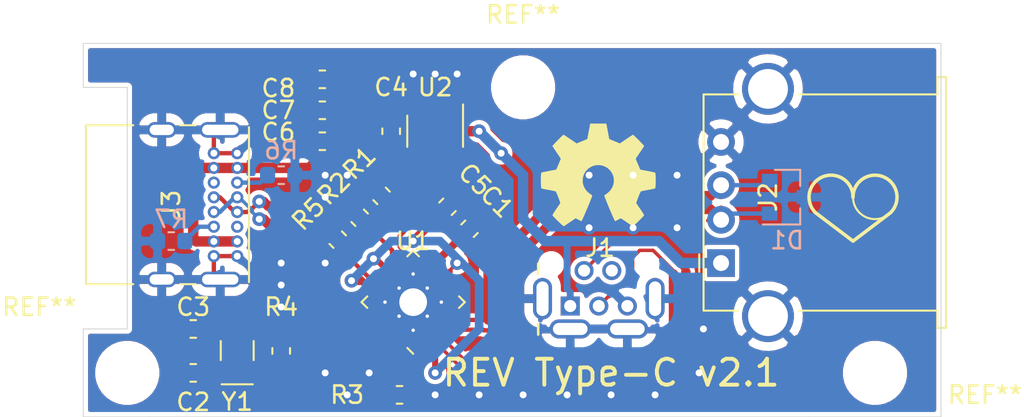
<source format=kicad_pcb>
(kicad_pcb (version 20171130) (host pcbnew "(5.1.2)-1")

  (general
    (thickness 1.2)
    (drawings 26)
    (tracks 267)
    (zones 0)
    (modules 26)
    (nets 29)
  )

  (page A4)
  (layers
    (0 F.Cu mixed)
    (31 B.Cu mixed)
    (32 B.Adhes user hide)
    (33 F.Adhes user hide)
    (34 B.Paste user hide)
    (35 F.Paste user hide)
    (36 B.SilkS user)
    (37 F.SilkS user)
    (38 B.Mask user)
    (39 F.Mask user)
    (40 Dwgs.User user hide)
    (41 Cmts.User user hide)
    (42 Eco1.User user hide)
    (43 Eco2.User user hide)
    (44 Edge.Cuts user)
    (45 Margin user hide)
    (46 B.CrtYd user hide)
    (47 F.CrtYd user hide)
    (48 B.Fab user hide)
    (49 F.Fab user hide)
  )

  (setup
    (last_trace_width 0.25)
    (user_trace_width 0.2)
    (user_trace_width 0.25)
    (user_trace_width 0.55)
    (user_trace_width 0.6)
    (user_trace_width 0.75)
    (trace_clearance 0.2)
    (zone_clearance 0.254)
    (zone_45_only no)
    (trace_min 0.16)
    (via_size 0.8)
    (via_drill 0.4)
    (via_min_size 0.4)
    (via_min_drill 0.3)
    (uvia_size 0.3)
    (uvia_drill 0.1)
    (uvias_allowed no)
    (uvia_min_size 0.2)
    (uvia_min_drill 0.1)
    (edge_width 0.05)
    (segment_width 0.2)
    (pcb_text_width 0.3)
    (pcb_text_size 1.5 1.5)
    (mod_edge_width 0.12)
    (mod_text_size 1 1)
    (mod_text_width 0.15)
    (pad_size 0.875 0.95)
    (pad_drill 0)
    (pad_to_mask_clearance 0.051)
    (solder_mask_min_width 0.25)
    (aux_axis_origin 0 0)
    (grid_origin 55.88 44.45)
    (visible_elements 7FFFEFFF)
    (pcbplotparams
      (layerselection 0x030fc_ffffffff)
      (usegerberextensions false)
      (usegerberattributes false)
      (usegerberadvancedattributes false)
      (creategerberjobfile false)
      (excludeedgelayer false)
      (linewidth 0.100000)
      (plotframeref false)
      (viasonmask false)
      (mode 1)
      (useauxorigin false)
      (hpglpennumber 1)
      (hpglpenspeed 20)
      (hpglpendiameter 15.000000)
      (psnegative false)
      (psa4output false)
      (plotreference true)
      (plotvalue true)
      (plotinvisibletext false)
      (padsonsilk false)
      (subtractmaskfromsilk false)
      (outputformat 1)
      (mirror false)
      (drillshape 0)
      (scaleselection 1)
      (outputdirectory ""))
  )

  (net 0 "")
  (net 1 GND)
  (net 2 "Net-(C1-Pad1)")
  (net 3 XTALI)
  (net 4 XTALO)
  (net 5 +5V)
  (net 6 +3V3)
  (net 7 "Net-(U1-Pad23)")
  (net 8 "Net-(U1-Pad12)")
  (net 9 "Net-(U1-Pad11)")
  (net 10 "Net-(U1-Pad8)")
  (net 11 "Net-(U1-Pad7)")
  (net 12 "Net-(U1-Pad6)")
  (net 13 "Net-(U2-Pad4)")
  (net 14 D1-)
  (net 15 D1+)
  (net 16 D2-)
  (net 17 D2+)
  (net 18 DIN+)
  (net 19 DIN-)
  (net 20 "Net-(R1-Pad1)")
  (net 21 "Net-(J1-Pad4)")
  (net 22 "Net-(J3-PadB5)")
  (net 23 "Net-(J3-PadB8)")
  (net 24 "Net-(J3-PadA8)")
  (net 25 "Net-(J3-PadA5)")
  (net 26 "Net-(R2-Pad1)")
  (net 27 "Net-(R3-Pad1)")
  (net 28 "Net-(R5-Pad2)")

  (net_class Default "This is the default net class."
    (clearance 0.2)
    (trace_width 0.25)
    (via_dia 0.8)
    (via_drill 0.4)
    (uvia_dia 0.3)
    (uvia_drill 0.1)
    (add_net +3V3)
    (add_net +5V)
    (add_net D1+)
    (add_net D1-)
    (add_net D2+)
    (add_net D2-)
    (add_net DIN+)
    (add_net DIN-)
    (add_net GND)
    (add_net "Net-(C1-Pad1)")
    (add_net "Net-(J1-Pad4)")
    (add_net "Net-(J3-PadA5)")
    (add_net "Net-(J3-PadA8)")
    (add_net "Net-(J3-PadB5)")
    (add_net "Net-(J3-PadB8)")
    (add_net "Net-(R1-Pad1)")
    (add_net "Net-(R2-Pad1)")
    (add_net "Net-(R3-Pad1)")
    (add_net "Net-(R5-Pad2)")
    (add_net "Net-(U1-Pad11)")
    (add_net "Net-(U1-Pad12)")
    (add_net "Net-(U1-Pad23)")
    (add_net "Net-(U1-Pad6)")
    (add_net "Net-(U1-Pad7)")
    (add_net "Net-(U1-Pad8)")
    (add_net "Net-(U2-Pad4)")
    (add_net XTALI)
    (add_net XTALO)
  )

  (module Resistor_SMD:R_0603_1608Metric (layer B.Cu) (tedit 5B301BBD) (tstamp 5D08556E)
    (at 58.42 34.29)
    (descr "Resistor SMD 0603 (1608 Metric), square (rectangular) end terminal, IPC_7351 nominal, (Body size source: http://www.tortai-tech.com/upload/download/2011102023233369053.pdf), generated with kicad-footprint-generator")
    (tags resistor)
    (path /5CF99649)
    (attr smd)
    (fp_text reference R7 (at 0 -1.27) (layer B.SilkS)
      (effects (font (size 1 1) (thickness 0.15)) (justify mirror))
    )
    (fp_text value 56k (at 0 -1.43) (layer B.Fab)
      (effects (font (size 1 1) (thickness 0.15)) (justify mirror))
    )
    (fp_text user %R (at 0 0) (layer B.Fab)
      (effects (font (size 0.4 0.4) (thickness 0.06)) (justify mirror))
    )
    (fp_line (start 1.48 -0.73) (end -1.48 -0.73) (layer B.CrtYd) (width 0.05))
    (fp_line (start 1.48 0.73) (end 1.48 -0.73) (layer B.CrtYd) (width 0.05))
    (fp_line (start -1.48 0.73) (end 1.48 0.73) (layer B.CrtYd) (width 0.05))
    (fp_line (start -1.48 -0.73) (end -1.48 0.73) (layer B.CrtYd) (width 0.05))
    (fp_line (start -0.162779 -0.51) (end 0.162779 -0.51) (layer B.SilkS) (width 0.12))
    (fp_line (start -0.162779 0.51) (end 0.162779 0.51) (layer B.SilkS) (width 0.12))
    (fp_line (start 0.8 -0.4) (end -0.8 -0.4) (layer B.Fab) (width 0.1))
    (fp_line (start 0.8 0.4) (end 0.8 -0.4) (layer B.Fab) (width 0.1))
    (fp_line (start -0.8 0.4) (end 0.8 0.4) (layer B.Fab) (width 0.1))
    (fp_line (start -0.8 -0.4) (end -0.8 0.4) (layer B.Fab) (width 0.1))
    (pad 2 smd roundrect (at 0.7875 0) (size 0.875 0.95) (layers B.Cu B.Paste B.Mask) (roundrect_rratio 0.25)
      (net 22 "Net-(J3-PadB5)"))
    (pad 1 smd roundrect (at -0.7875 0) (size 0.875 0.95) (layers B.Cu B.Paste B.Mask) (roundrect_rratio 0.25)
      (net 1 GND))
    (model ${KISYS3DMOD}/Resistor_SMD.3dshapes/R_0603_1608Metric.wrl
      (at (xyz 0 0 0))
      (scale (xyz 1 1 1))
      (rotate (xyz 0 0 0))
    )
  )

  (module Resistor_SMD:R_0603_1608Metric (layer B.Cu) (tedit 5B301BBD) (tstamp 5D08555D)
    (at 64.77 30.48 180)
    (descr "Resistor SMD 0603 (1608 Metric), square (rectangular) end terminal, IPC_7351 nominal, (Body size source: http://www.tortai-tech.com/upload/download/2011102023233369053.pdf), generated with kicad-footprint-generator")
    (tags resistor)
    (path /5CF99643)
    (attr smd)
    (fp_text reference R6 (at 0 1.43) (layer B.SilkS)
      (effects (font (size 1 1) (thickness 0.15)) (justify mirror))
    )
    (fp_text value 56k (at 0 -1.43) (layer B.Fab)
      (effects (font (size 1 1) (thickness 0.15)) (justify mirror))
    )
    (fp_text user %R (at 0 0) (layer B.Fab)
      (effects (font (size 0.4 0.4) (thickness 0.06)) (justify mirror))
    )
    (fp_line (start 1.48 -0.73) (end -1.48 -0.73) (layer B.CrtYd) (width 0.05))
    (fp_line (start 1.48 0.73) (end 1.48 -0.73) (layer B.CrtYd) (width 0.05))
    (fp_line (start -1.48 0.73) (end 1.48 0.73) (layer B.CrtYd) (width 0.05))
    (fp_line (start -1.48 -0.73) (end -1.48 0.73) (layer B.CrtYd) (width 0.05))
    (fp_line (start -0.162779 -0.51) (end 0.162779 -0.51) (layer B.SilkS) (width 0.12))
    (fp_line (start -0.162779 0.51) (end 0.162779 0.51) (layer B.SilkS) (width 0.12))
    (fp_line (start 0.8 -0.4) (end -0.8 -0.4) (layer B.Fab) (width 0.1))
    (fp_line (start 0.8 0.4) (end 0.8 -0.4) (layer B.Fab) (width 0.1))
    (fp_line (start -0.8 0.4) (end 0.8 0.4) (layer B.Fab) (width 0.1))
    (fp_line (start -0.8 -0.4) (end -0.8 0.4) (layer B.Fab) (width 0.1))
    (pad 2 smd roundrect (at 0.7875 0 180) (size 0.875 0.95) (layers B.Cu B.Paste B.Mask) (roundrect_rratio 0.25)
      (net 25 "Net-(J3-PadA5)"))
    (pad 1 smd roundrect (at -0.7875 0 180) (size 0.875 0.95) (layers B.Cu B.Paste B.Mask) (roundrect_rratio 0.25)
      (net 1 GND))
    (model ${KISYS3DMOD}/Resistor_SMD.3dshapes/R_0603_1608Metric.wrl
      (at (xyz 0 0 0))
      (scale (xyz 1 1 1))
      (rotate (xyz 0 0 0))
    )
  )

  (module Symbol:OSHW-Symbol_6.7x6mm_SilkScreen (layer F.Cu) (tedit 5CF7580F) (tstamp 5CF7698A)
    (at 83.07 30.48)
    (descr "Open Source Hardware Symbol")
    (tags "Logo Symbol OSHW")
    (attr virtual)
    (fp_text reference REF** (at 0 -1.27) (layer F.Mask) hide
      (effects (font (size 1 1) (thickness 0.15)))
    )
    (fp_text value OSHW-Symbol_6.7x6mm_SilkScreen (at 0.75 0) (layer F.Fab)
      (effects (font (size 1 1) (thickness 0.15)))
    )
    (fp_poly (pts (xy 0.555814 -2.531069) (xy 0.639635 -2.086445) (xy 0.94892 -1.958947) (xy 1.258206 -1.831449)
      (xy 1.629246 -2.083754) (xy 1.733157 -2.154004) (xy 1.827087 -2.216728) (xy 1.906652 -2.269062)
      (xy 1.96747 -2.308143) (xy 2.005157 -2.331107) (xy 2.015421 -2.336058) (xy 2.03391 -2.323324)
      (xy 2.07342 -2.288118) (xy 2.129522 -2.234938) (xy 2.197787 -2.168282) (xy 2.273786 -2.092646)
      (xy 2.353092 -2.012528) (xy 2.431275 -1.932426) (xy 2.503907 -1.856836) (xy 2.566559 -1.790255)
      (xy 2.614803 -1.737182) (xy 2.64421 -1.702113) (xy 2.651241 -1.690377) (xy 2.641123 -1.66874)
      (xy 2.612759 -1.621338) (xy 2.569129 -1.552807) (xy 2.513218 -1.467785) (xy 2.448006 -1.370907)
      (xy 2.410219 -1.31565) (xy 2.341343 -1.214752) (xy 2.28014 -1.123701) (xy 2.229578 -1.04703)
      (xy 2.192628 -0.989272) (xy 2.172258 -0.954957) (xy 2.169197 -0.947746) (xy 2.176136 -0.927252)
      (xy 2.195051 -0.879487) (xy 2.223087 -0.811168) (xy 2.257391 -0.729011) (xy 2.295109 -0.63973)
      (xy 2.333387 -0.550042) (xy 2.36937 -0.466662) (xy 2.400206 -0.396306) (xy 2.423039 -0.34569)
      (xy 2.435017 -0.321529) (xy 2.435724 -0.320578) (xy 2.454531 -0.315964) (xy 2.504618 -0.305672)
      (xy 2.580793 -0.290713) (xy 2.677865 -0.272099) (xy 2.790643 -0.250841) (xy 2.856442 -0.238582)
      (xy 2.97695 -0.215638) (xy 3.085797 -0.193805) (xy 3.177476 -0.174278) (xy 3.246481 -0.158252)
      (xy 3.287304 -0.146921) (xy 3.295511 -0.143326) (xy 3.303548 -0.118994) (xy 3.310033 -0.064041)
      (xy 3.31497 0.015108) (xy 3.318364 0.112026) (xy 3.320218 0.220287) (xy 3.320538 0.333465)
      (xy 3.319327 0.445135) (xy 3.31659 0.548868) (xy 3.312331 0.638241) (xy 3.306555 0.706826)
      (xy 3.299267 0.748197) (xy 3.294895 0.75681) (xy 3.268764 0.767133) (xy 3.213393 0.781892)
      (xy 3.136107 0.799352) (xy 3.04423 0.81778) (xy 3.012158 0.823741) (xy 2.857524 0.852066)
      (xy 2.735375 0.874876) (xy 2.641673 0.89308) (xy 2.572384 0.907583) (xy 2.523471 0.919292)
      (xy 2.490897 0.929115) (xy 2.470628 0.937956) (xy 2.458626 0.946724) (xy 2.456947 0.948457)
      (xy 2.440184 0.976371) (xy 2.414614 1.030695) (xy 2.382788 1.104777) (xy 2.34726 1.191965)
      (xy 2.310583 1.285608) (xy 2.275311 1.379052) (xy 2.243996 1.465647) (xy 2.219193 1.53874)
      (xy 2.203454 1.591678) (xy 2.199332 1.617811) (xy 2.199676 1.618726) (xy 2.213641 1.640086)
      (xy 2.245322 1.687084) (xy 2.291391 1.754827) (xy 2.348518 1.838423) (xy 2.413373 1.932982)
      (xy 2.431843 1.959854) (xy 2.497699 2.057275) (xy 2.55565 2.146163) (xy 2.602538 2.221412)
      (xy 2.635207 2.27792) (xy 2.6505 2.310581) (xy 2.651241 2.314593) (xy 2.638392 2.335684)
      (xy 2.602888 2.377464) (xy 2.549293 2.435445) (xy 2.482171 2.505135) (xy 2.406087 2.582045)
      (xy 2.325604 2.661683) (xy 2.245287 2.739561) (xy 2.169699 2.811186) (xy 2.103405 2.87207)
      (xy 2.050969 2.917721) (xy 2.016955 2.94365) (xy 2.007545 2.947883) (xy 1.985643 2.937912)
      (xy 1.9408 2.91102) (xy 1.880321 2.871736) (xy 1.833789 2.840117) (xy 1.749475 2.782098)
      (xy 1.649626 2.713784) (xy 1.549473 2.645579) (xy 1.495627 2.609075) (xy 1.313371 2.4858)
      (xy 1.160381 2.56852) (xy 1.090682 2.604759) (xy 1.031414 2.632926) (xy 0.991311 2.648991)
      (xy 0.981103 2.651226) (xy 0.968829 2.634722) (xy 0.944613 2.588082) (xy 0.910263 2.515609)
      (xy 0.867588 2.421606) (xy 0.818394 2.310374) (xy 0.76449 2.186215) (xy 0.707684 2.053432)
      (xy 0.649782 1.916327) (xy 0.592593 1.779202) (xy 0.537924 1.646358) (xy 0.487584 1.522098)
      (xy 0.44338 1.410725) (xy 0.407119 1.316539) (xy 0.380609 1.243844) (xy 0.365658 1.196941)
      (xy 0.363254 1.180833) (xy 0.382311 1.160286) (xy 0.424036 1.126933) (xy 0.479706 1.087702)
      (xy 0.484378 1.084599) (xy 0.628264 0.969423) (xy 0.744283 0.835053) (xy 0.83143 0.685784)
      (xy 0.888699 0.525913) (xy 0.915086 0.359737) (xy 0.909585 0.191552) (xy 0.87119 0.025655)
      (xy 0.798895 -0.133658) (xy 0.777626 -0.168513) (xy 0.666996 -0.309263) (xy 0.536302 -0.422286)
      (xy 0.390064 -0.506997) (xy 0.232808 -0.562806) (xy 0.069057 -0.589126) (xy -0.096667 -0.58537)
      (xy -0.259838 -0.55095) (xy -0.415935 -0.485277) (xy -0.560433 -0.387765) (xy -0.605131 -0.348187)
      (xy -0.718888 -0.224297) (xy -0.801782 -0.093876) (xy -0.858644 0.052315) (xy -0.890313 0.197088)
      (xy -0.898131 0.35986) (xy -0.872062 0.52344) (xy -0.814755 0.682298) (xy -0.728856 0.830906)
      (xy -0.617014 0.963735) (xy -0.481877 1.075256) (xy -0.464117 1.087011) (xy -0.40785 1.125508)
      (xy -0.365077 1.158863) (xy -0.344628 1.18016) (xy -0.344331 1.180833) (xy -0.348721 1.203871)
      (xy -0.366124 1.256157) (xy -0.394732 1.33339) (xy -0.432735 1.431268) (xy -0.478326 1.545491)
      (xy -0.529697 1.671758) (xy -0.585038 1.805767) (xy -0.642542 1.943218) (xy -0.700399 2.079808)
      (xy -0.756802 2.211237) (xy -0.809942 2.333205) (xy -0.85801 2.441409) (xy -0.899199 2.531549)
      (xy -0.931699 2.599323) (xy -0.953703 2.64043) (xy -0.962564 2.651226) (xy -0.98964 2.642819)
      (xy -1.040303 2.620272) (xy -1.105817 2.587613) (xy -1.141841 2.56852) (xy -1.294832 2.4858)
      (xy -1.477088 2.609075) (xy -1.570125 2.672228) (xy -1.671985 2.741727) (xy -1.767438 2.807165)
      (xy -1.81525 2.840117) (xy -1.882495 2.885273) (xy -1.939436 2.921057) (xy -1.978646 2.942938)
      (xy -1.991381 2.947563) (xy -2.009917 2.935085) (xy -2.050941 2.900252) (xy -2.110475 2.846678)
      (xy -2.184542 2.777983) (xy -2.269165 2.697781) (xy -2.322685 2.646286) (xy -2.416319 2.554286)
      (xy -2.497241 2.471999) (xy -2.562177 2.402945) (xy -2.607858 2.350644) (xy -2.631011 2.318616)
      (xy -2.633232 2.312116) (xy -2.622924 2.287394) (xy -2.594439 2.237405) (xy -2.550937 2.167212)
      (xy -2.495577 2.081875) (xy -2.43152 1.986456) (xy -2.413303 1.959854) (xy -2.346927 1.863167)
      (xy -2.287378 1.776117) (xy -2.237984 1.703595) (xy -2.202075 1.650493) (xy -2.182981 1.621703)
      (xy -2.181136 1.618726) (xy -2.183895 1.595782) (xy -2.198538 1.545336) (xy -2.222513 1.474041)
      (xy -2.253266 1.388547) (xy -2.288244 1.295507) (xy -2.324893 1.201574) (xy -2.360661 1.113399)
      (xy -2.392994 1.037634) (xy -2.419338 0.980931) (xy -2.437142 0.949943) (xy -2.438407 0.948457)
      (xy -2.449294 0.939601) (xy -2.467682 0.930843) (xy -2.497606 0.921277) (xy -2.543103 0.909996)
      (xy -2.608209 0.896093) (xy -2.696961 0.878663) (xy -2.813393 0.856798) (xy -2.961542 0.829591)
      (xy -2.993618 0.823741) (xy -3.088686 0.805374) (xy -3.171565 0.787405) (xy -3.23493 0.771569)
      (xy -3.271458 0.7596) (xy -3.276356 0.75681) (xy -3.284427 0.732072) (xy -3.290987 0.67679)
      (xy -3.296033 0.597389) (xy -3.299559 0.500296) (xy -3.301561 0.391938) (xy -3.302036 0.27874)
      (xy -3.300977 0.167128) (xy -3.298382 0.063529) (xy -3.294246 -0.025632) (xy -3.288563 -0.093928)
      (xy -3.281331 -0.134934) (xy -3.276971 -0.143326) (xy -3.252698 -0.151792) (xy -3.197426 -0.165565)
      (xy -3.116662 -0.18345) (xy -3.015912 -0.204252) (xy -2.900683 -0.226777) (xy -2.837902 -0.238582)
      (xy -2.718787 -0.260849) (xy -2.612565 -0.281021) (xy -2.524427 -0.298085) (xy -2.459566 -0.311031)
      (xy -2.423174 -0.318845) (xy -2.417184 -0.320578) (xy -2.407061 -0.34011) (xy -2.385662 -0.387157)
      (xy -2.355839 -0.454997) (xy -2.320445 -0.536909) (xy -2.282332 -0.626172) (xy -2.244353 -0.716065)
      (xy -2.20936 -0.799865) (xy -2.180206 -0.870853) (xy -2.159743 -0.922306) (xy -2.150823 -0.947503)
      (xy -2.150657 -0.948604) (xy -2.160769 -0.968481) (xy -2.189117 -1.014223) (xy -2.232723 -1.081283)
      (xy -2.288606 -1.165116) (xy -2.353787 -1.261174) (xy -2.391679 -1.31635) (xy -2.460725 -1.417519)
      (xy -2.52205 -1.50937) (xy -2.572663 -1.587256) (xy -2.609571 -1.646531) (xy -2.629782 -1.682549)
      (xy -2.632701 -1.690623) (xy -2.620153 -1.709416) (xy -2.585463 -1.749543) (xy -2.533063 -1.806507)
      (xy -2.467384 -1.875815) (xy -2.392856 -1.952969) (xy -2.313913 -2.033475) (xy -2.234983 -2.112837)
      (xy -2.1605 -2.18656) (xy -2.094894 -2.250148) (xy -2.042596 -2.299106) (xy -2.008039 -2.328939)
      (xy -1.996478 -2.336058) (xy -1.977654 -2.326047) (xy -1.932631 -2.297922) (xy -1.865787 -2.254546)
      (xy -1.781499 -2.198782) (xy -1.684144 -2.133494) (xy -1.610707 -2.083754) (xy -1.239667 -1.831449)
      (xy -0.621095 -2.086445) (xy -0.537275 -2.531069) (xy -0.453454 -2.975693) (xy 0.471994 -2.975693)
      (xy 0.555814 -2.531069)) (layer F.SilkS) (width 0.01))
  )

  (module Connector_USB:USB_A_Stewart_SS-52100-001_Horizontal (layer F.Cu) (tedit 5CB49A87) (tstamp 5CE24E36)
    (at 90.17 35.56 90)
    (descr "USB A connector https://belfuse.com/resources/drawings/stewartconnector/dr-stw-ss-52100-001.pdf")
    (tags "USB_A Female Connector receptacle")
    (path /5CE27D2A)
    (fp_text reference J2 (at 3.81 2.71 90) (layer F.SilkS)
      (effects (font (size 1 1) (thickness 0.15)))
    )
    (fp_text value USB_A (at 0 8 90) (layer F.Fab)
      (effects (font (size 1 1) (thickness 0.15)))
    )
    (fp_line (start -5.15 1.99) (end -4.25 0.69) (layer F.CrtYd) (width 0.05))
    (fp_line (start -5.15 3.44) (end -5.15 1.99) (layer F.CrtYd) (width 0.05))
    (fp_line (start -3.25 4.74) (end -4.25 4.74) (layer F.CrtYd) (width 0.05))
    (fp_line (start -5.15 3.44) (end -4.25 4.74) (layer F.CrtYd) (width 0.05))
    (fp_line (start -3.25 0.69) (end -4.25 0.69) (layer F.CrtYd) (width 0.05))
    (fp_line (start 12.15 3.44) (end 11.25 4.74) (layer F.CrtYd) (width 0.05))
    (fp_line (start -3.25 0.69) (end -3.25 -1.51) (layer F.CrtYd) (width 0.05))
    (fp_line (start 10.25 -1.51) (end -3.25 -1.51) (layer F.CrtYd) (width 0.05))
    (fp_line (start 10.25 0.69) (end 10.25 -1.51) (layer F.CrtYd) (width 0.05))
    (fp_line (start 12.15 1.99) (end 12.15 3.44) (layer F.CrtYd) (width 0.05))
    (fp_line (start 10.25 0.69) (end 11.25 0.69) (layer F.CrtYd) (width 0.05))
    (fp_line (start 12.15 1.99) (end 11.25 0.69) (layer F.CrtYd) (width 0.05))
    (fp_line (start 10.75 12.49) (end 10.75 12.99) (layer F.Fab) (width 0.1))
    (fp_line (start 9.75 12.49) (end 10.75 12.49) (layer F.Fab) (width 0.1))
    (fp_line (start -3.75 12.49) (end -2.75 12.49) (layer F.Fab) (width 0.1))
    (fp_line (start -3.75 12.99) (end -3.75 12.49) (layer F.Fab) (width 0.1))
    (fp_line (start -3.75 12.99) (end 10.75 12.99) (layer F.Fab) (width 0.1))
    (fp_line (start -2.75 12.49) (end -2.75 -1.01) (layer F.Fab) (width 0.1))
    (fp_line (start -2.75 -1.01) (end 9.75 -1.01) (layer F.Fab) (width 0.1))
    (fp_line (start 9.75 12.49) (end 9.75 -1.01) (layer F.Fab) (width 0.1))
    (fp_text user %R (at 9.075 0 270) (layer F.Fab)
      (effects (font (size 1 1) (thickness 0.15)))
    )
    (fp_line (start -3.75 12.99) (end 10.75 12.99) (layer F.SilkS) (width 0.12))
    (fp_line (start 10.75 12.99) (end 10.75 12.49) (layer F.SilkS) (width 0.12))
    (fp_line (start 10.75 12.49) (end 9.75 12.49) (layer F.SilkS) (width 0.12))
    (fp_line (start 9.75 12.49) (end 9.75 4.49) (layer F.SilkS) (width 0.12))
    (fp_line (start 9.75 0.99) (end 9.75 -1.01) (layer F.SilkS) (width 0.12))
    (fp_line (start 9.75 -1.01) (end -2.75 -1.01) (layer F.SilkS) (width 0.12))
    (fp_line (start -2.75 -1.01) (end -2.75 0.99) (layer F.SilkS) (width 0.12))
    (fp_line (start -2.75 4.49) (end -2.75 12.49) (layer F.SilkS) (width 0.12))
    (fp_line (start -2.75 12.49) (end -3.75 12.49) (layer F.SilkS) (width 0.12))
    (fp_line (start -3.75 12.49) (end -3.75 12.99) (layer F.SilkS) (width 0.12))
    (fp_line (start -0.5 -1.26) (end 0.5 -1.26) (layer F.SilkS) (width 0.12))
    (fp_line (start -0.25 -1.01) (end 0 -0.76) (layer F.Fab) (width 0.1))
    (fp_line (start 0 -0.76) (end 0.25 -1.01) (layer F.Fab) (width 0.1))
    (fp_line (start -3.25 4.74) (end -3.25 11.99) (layer F.CrtYd) (width 0.05))
    (fp_line (start -3.25 11.99) (end -4.25 11.99) (layer F.CrtYd) (width 0.05))
    (fp_line (start -4.25 11.99) (end -4.25 13.49) (layer F.CrtYd) (width 0.05))
    (fp_line (start -4.25 13.49) (end 11.25 13.49) (layer F.CrtYd) (width 0.05))
    (fp_line (start 11.25 13.49) (end 11.25 11.99) (layer F.CrtYd) (width 0.05))
    (fp_line (start 11.25 11.99) (end 10.25 11.99) (layer F.CrtYd) (width 0.05))
    (fp_line (start 10.25 11.99) (end 10.25 4.74) (layer F.CrtYd) (width 0.05))
    (fp_line (start 10.25 4.74) (end 11.25 4.74) (layer F.CrtYd) (width 0.05))
    (fp_text user "PCB Edge" (at 2.675 0 270) (layer Dwgs.User)
      (effects (font (size 0.6 0.6) (thickness 0.09)))
    )
    (pad 4 thru_hole circle (at 7 0 90) (size 1.6 1.6) (drill 0.92) (layers *.Cu *.Mask)
      (net 1 GND))
    (pad 3 thru_hole circle (at 4.5 0 90) (size 1.6 1.6) (drill 0.92) (layers *.Cu *.Mask)
      (net 17 D2+))
    (pad 2 thru_hole circle (at 2.5 0 90) (size 1.6 1.6) (drill 0.92) (layers *.Cu *.Mask)
      (net 16 D2-))
    (pad 1 thru_hole rect (at 0 0 90) (size 1.6 1.6) (drill 0.92) (layers *.Cu *.Mask)
      (net 5 +5V))
    (pad 5 thru_hole circle (at -3.07 2.71 90) (size 3 3) (drill 2.3) (layers *.Cu *.Mask)
      (net 1 GND))
    (pad 5 thru_hole circle (at 10.07 2.71 90) (size 3 3) (drill 2.3) (layers *.Cu *.Mask)
      (net 1 GND))
    (model ${KISYS3DMOD}/Connector_USB.3dshapes/676430910.stp
      (offset (xyz 3.5 2 0))
      (scale (xyz 1 1 1))
      (rotate (xyz -90 0 0))
    )
  )

  (module Connector_USB:USB_C_Receptacle_GCT_USB4085 (layer F.Cu) (tedit 5BCCCD93) (tstamp 5CE2A56F)
    (at 62.23 29.21 270)
    (descr "USB 2.0 Type C Receptacle, https://gct.co/Files/Drawings/USB4085.pdf")
    (tags "USB Type-C Receptacle Through-hole Right angle")
    (path /5CE2ACFF)
    (fp_text reference J3 (at 2.975 3.81 90) (layer F.SilkS)
      (effects (font (size 1 1) (thickness 0.15)))
    )
    (fp_text value USB_C_Receptacle_USB2.0 (at 2.975 9.925 90) (layer F.Fab)
      (effects (font (size 1 1) (thickness 0.15)))
    )
    (fp_text user %R (at 2.975 4.025 90) (layer F.Fab)
      (effects (font (size 1 1) (thickness 0.15)))
    )
    (fp_text user "PCB Edge" (at 2.975 6.1 90) (layer Dwgs.User)
      (effects (font (size 0.5 0.5) (thickness 0.1)))
    )
    (fp_line (start -0.025 6.1) (end 5.975 6.1) (layer F.Fab) (width 0.1))
    (fp_line (start 8.25 -1.06) (end 8.25 9.11) (layer F.CrtYd) (width 0.05))
    (fp_line (start -2.3 -1.06) (end 8.25 -1.06) (layer F.CrtYd) (width 0.05))
    (fp_line (start -2.3 9.11) (end 8.25 9.11) (layer F.CrtYd) (width 0.05))
    (fp_line (start -2.3 -1.06) (end -2.3 9.11) (layer F.CrtYd) (width 0.05))
    (fp_line (start -1.62 2.4) (end -1.62 3.3) (layer F.SilkS) (width 0.12))
    (fp_line (start 7.57 2.4) (end 7.57 3.3) (layer F.SilkS) (width 0.12))
    (fp_line (start -1.62 6) (end -1.62 8.73) (layer F.SilkS) (width 0.12))
    (fp_line (start 7.57 6) (end 7.57 8.73) (layer F.SilkS) (width 0.12))
    (fp_line (start 7.45 -0.56) (end 7.45 8.61) (layer F.Fab) (width 0.1))
    (fp_line (start -1.5 -0.56) (end -1.5 8.61) (layer F.Fab) (width 0.1))
    (fp_line (start -1.5 -0.68) (end 7.45 -0.68) (layer F.SilkS) (width 0.12))
    (fp_line (start -1.62 8.73) (end 7.57 8.73) (layer F.SilkS) (width 0.12))
    (fp_line (start -1.5 8.61) (end 7.45 8.61) (layer F.Fab) (width 0.1))
    (fp_line (start -1.5 -0.56) (end 7.45 -0.56) (layer F.Fab) (width 0.1))
    (pad S1 thru_hole oval (at 7.3 4.36 270) (size 0.9 1.7) (drill oval 0.6 1.4) (layers *.Cu *.Mask)
      (net 1 GND))
    (pad S1 thru_hole oval (at -1.35 4.36 270) (size 0.9 1.7) (drill oval 0.6 1.4) (layers *.Cu *.Mask)
      (net 1 GND))
    (pad S1 thru_hole oval (at 7.3 0.98 270) (size 0.9 2.4) (drill oval 0.6 2.1) (layers *.Cu *.Mask)
      (net 1 GND))
    (pad S1 thru_hole oval (at -1.35 0.98 270) (size 0.9 2.4) (drill oval 0.6 2.1) (layers *.Cu *.Mask)
      (net 1 GND))
    (pad B6 thru_hole circle (at 3.4 1.35 270) (size 0.7 0.7) (drill 0.4) (layers *.Cu *.Mask)
      (net 18 DIN+))
    (pad B1 thru_hole circle (at 5.95 1.35 270) (size 0.7 0.7) (drill 0.4) (layers *.Cu *.Mask)
      (net 1 GND))
    (pad B4 thru_hole circle (at 5.1 1.35 270) (size 0.7 0.7) (drill 0.4) (layers *.Cu *.Mask)
      (net 5 +5V))
    (pad B5 thru_hole circle (at 4.25 1.35 270) (size 0.7 0.7) (drill 0.4) (layers *.Cu *.Mask)
      (net 22 "Net-(J3-PadB5)"))
    (pad B12 thru_hole circle (at 0 1.35 270) (size 0.7 0.7) (drill 0.4) (layers *.Cu *.Mask)
      (net 1 GND))
    (pad B8 thru_hole circle (at 1.7 1.35 270) (size 0.7 0.7) (drill 0.4) (layers *.Cu *.Mask)
      (net 23 "Net-(J3-PadB8)"))
    (pad B7 thru_hole circle (at 2.55 1.35 270) (size 0.7 0.7) (drill 0.4) (layers *.Cu *.Mask)
      (net 19 DIN-))
    (pad B9 thru_hole circle (at 0.85 1.35 270) (size 0.7 0.7) (drill 0.4) (layers *.Cu *.Mask)
      (net 5 +5V))
    (pad A12 thru_hole circle (at 5.95 0 270) (size 0.7 0.7) (drill 0.4) (layers *.Cu *.Mask)
      (net 1 GND))
    (pad A9 thru_hole circle (at 5.1 0 270) (size 0.7 0.7) (drill 0.4) (layers *.Cu *.Mask)
      (net 5 +5V))
    (pad A8 thru_hole circle (at 4.25 0 270) (size 0.7 0.7) (drill 0.4) (layers *.Cu *.Mask)
      (net 24 "Net-(J3-PadA8)"))
    (pad A7 thru_hole circle (at 3.4 0 270) (size 0.7 0.7) (drill 0.4) (layers *.Cu *.Mask)
      (net 19 DIN-))
    (pad A6 thru_hole circle (at 2.55 0 270) (size 0.7 0.7) (drill 0.4) (layers *.Cu *.Mask)
      (net 18 DIN+))
    (pad A5 thru_hole circle (at 1.7 0 270) (size 0.7 0.7) (drill 0.4) (layers *.Cu *.Mask)
      (net 25 "Net-(J3-PadA5)"))
    (pad A4 thru_hole circle (at 0.85 0 270) (size 0.7 0.7) (drill 0.4) (layers *.Cu *.Mask)
      (net 5 +5V))
    (pad A1 thru_hole circle (at 0 0 270) (size 0.7 0.7) (drill 0.4) (layers *.Cu *.Mask)
      (net 1 GND))
    (model ${KISYS3DMOD}/Connector_USB.3dshapes/usb4085-gf-a.wrl
      (offset (xyz -0.4 3 -5.5))
      (scale (xyz 0.4 0.4 0.4))
      (rotate (xyz -90 0 0))
    )
  )

  (module MountingHole:MountingHole_3.2mm_M3 (layer F.Cu) (tedit 5CF702CC) (tstamp 5CF58C72)
    (at 55.88 41.91)
    (descr "Mounting Hole 3.2mm, no annular, M3")
    (tags "mounting hole 3.2mm no annular m3")
    (attr virtual)
    (fp_text reference REF** (at -5.08 -3.81) (layer F.SilkS)
      (effects (font (size 1 1) (thickness 0.15)))
    )
    (fp_text value MountingHole_3.2mm_M3 (at 0 4.2) (layer F.Fab)
      (effects (font (size 1 1) (thickness 0.15)))
    )
    (fp_text user %R (at 0.3 0) (layer F.Fab)
      (effects (font (size 1 1) (thickness 0.15)))
    )
    (pad 1 np_thru_hole circle (at 0 0) (size 3.2 3.2) (drill 3.2) (layers *.Cu *.Mask))
  )

  (module MountingHole:MountingHole_3.2mm_M3 (layer F.Cu) (tedit 5CF702BE) (tstamp 5CF58C55)
    (at 99.06 41.91)
    (descr "Mounting Hole 3.2mm, no annular, M3")
    (tags "mounting hole 3.2mm no annular m3")
    (attr virtual)
    (fp_text reference REF** (at 6.35 1.27) (layer F.SilkS)
      (effects (font (size 1 1) (thickness 0.15)))
    )
    (fp_text value MountingHole_3.2mm_M3 (at 0 4.2) (layer F.Fab)
      (effects (font (size 1 1) (thickness 0.15)))
    )
    (fp_text user %R (at 0.3 0) (layer F.Fab)
      (effects (font (size 1 1) (thickness 0.15)))
    )
    (pad 1 np_thru_hole circle (at 0 0) (size 3.2 3.2) (drill 3.2) (layers *.Cu *.Mask))
  )

  (module Resistor_SMD:R_0603_1608Metric (layer F.Cu) (tedit 5B301BBD) (tstamp 5CF75DEA)
    (at 69.299866 32.941948 135)
    (descr "Resistor SMD 0603 (1608 Metric), square (rectangular) end terminal, IPC_7351 nominal, (Body size source: http://www.tortai-tech.com/upload/download/2011102023233369053.pdf), generated with kicad-footprint-generator")
    (tags resistor)
    (path /5CF7E0CA)
    (attr smd)
    (fp_text reference R2 (at 2.249882 0.142894 225) (layer F.SilkS)
      (effects (font (size 1 1) (thickness 0.15)))
    )
    (fp_text value 56k (at 0 1.43 135) (layer F.Fab)
      (effects (font (size 1 1) (thickness 0.15)))
    )
    (fp_text user %R (at 0 0 135) (layer F.Fab)
      (effects (font (size 0.4 0.4) (thickness 0.06)))
    )
    (fp_line (start 1.48 0.73) (end -1.48 0.73) (layer F.CrtYd) (width 0.05))
    (fp_line (start 1.48 -0.73) (end 1.48 0.73) (layer F.CrtYd) (width 0.05))
    (fp_line (start -1.48 -0.73) (end 1.48 -0.73) (layer F.CrtYd) (width 0.05))
    (fp_line (start -1.48 0.73) (end -1.48 -0.73) (layer F.CrtYd) (width 0.05))
    (fp_line (start -0.162779 0.51) (end 0.162779 0.51) (layer F.SilkS) (width 0.12))
    (fp_line (start -0.162779 -0.51) (end 0.162779 -0.51) (layer F.SilkS) (width 0.12))
    (fp_line (start 0.8 0.4) (end -0.8 0.4) (layer F.Fab) (width 0.1))
    (fp_line (start 0.8 -0.4) (end 0.8 0.4) (layer F.Fab) (width 0.1))
    (fp_line (start -0.8 -0.4) (end 0.8 -0.4) (layer F.Fab) (width 0.1))
    (fp_line (start -0.8 0.4) (end -0.8 -0.4) (layer F.Fab) (width 0.1))
    (pad 2 smd roundrect (at 0.7875 0 135) (size 0.875 0.95) (layers F.Cu F.Paste F.Mask) (roundrect_rratio 0.25)
      (net 1 GND))
    (pad 1 smd roundrect (at -0.7875 0 135) (size 0.875 0.95) (layers F.Cu F.Paste F.Mask) (roundrect_rratio 0.25)
      (net 26 "Net-(R2-Pad1)"))
    (model ${KISYS3DMOD}/Resistor_SMD.3dshapes/R_0603_1608Metric.wrl
      (at (xyz 0 0 0))
      (scale (xyz 1 1 1))
      (rotate (xyz 0 0 0))
    )
  )

  (module Resistor_SMD:R_0603_1608Metric (layer F.Cu) (tedit 5B301BBD) (tstamp 5CF75DD9)
    (at 70.565587 31.676227 135)
    (descr "Resistor SMD 0603 (1608 Metric), square (rectangular) end terminal, IPC_7351 nominal, (Body size source: http://www.tortai-tech.com/upload/download/2011102023233369053.pdf), generated with kicad-footprint-generator")
    (tags resistor)
    (path /5CF7CA57)
    (attr smd)
    (fp_text reference R1 (at 2.249882 0.431788 225) (layer F.SilkS)
      (effects (font (size 1 1) (thickness 0.15)))
    )
    (fp_text value 56k (at 0 1.43 135) (layer F.Fab)
      (effects (font (size 1 1) (thickness 0.15)))
    )
    (fp_text user %R (at 0 0 135) (layer F.Fab)
      (effects (font (size 0.4 0.4) (thickness 0.06)))
    )
    (fp_line (start 1.48 0.73) (end -1.48 0.73) (layer F.CrtYd) (width 0.05))
    (fp_line (start 1.48 -0.73) (end 1.48 0.73) (layer F.CrtYd) (width 0.05))
    (fp_line (start -1.48 -0.73) (end 1.48 -0.73) (layer F.CrtYd) (width 0.05))
    (fp_line (start -1.48 0.73) (end -1.48 -0.73) (layer F.CrtYd) (width 0.05))
    (fp_line (start -0.162779 0.51) (end 0.162779 0.51) (layer F.SilkS) (width 0.12))
    (fp_line (start -0.162779 -0.51) (end 0.162779 -0.51) (layer F.SilkS) (width 0.12))
    (fp_line (start 0.8 0.4) (end -0.8 0.4) (layer F.Fab) (width 0.1))
    (fp_line (start 0.8 -0.4) (end 0.8 0.4) (layer F.Fab) (width 0.1))
    (fp_line (start -0.8 -0.4) (end 0.8 -0.4) (layer F.Fab) (width 0.1))
    (fp_line (start -0.8 0.4) (end -0.8 -0.4) (layer F.Fab) (width 0.1))
    (pad 2 smd roundrect (at 0.7875 0 135) (size 0.875 0.95) (layers F.Cu F.Paste F.Mask) (roundrect_rratio 0.25)
      (net 1 GND))
    (pad 1 smd roundrect (at -0.7875 0 135) (size 0.875 0.95) (layers F.Cu F.Paste F.Mask) (roundrect_rratio 0.25)
      (net 20 "Net-(R1-Pad1)"))
    (model ${KISYS3DMOD}/Resistor_SMD.3dshapes/R_0603_1608Metric.wrl
      (at (xyz 0 0 0))
      (scale (xyz 1 1 1))
      (rotate (xyz 0 0 0))
    )
  )

  (module MountingHole:MountingHole_3.2mm_M3 (layer F.Cu) (tedit 5CF7028B) (tstamp 5CF58C38)
    (at 78.74 25.4)
    (descr "Mounting Hole 3.2mm, no annular, M3")
    (tags "mounting hole 3.2mm no annular m3")
    (attr virtual)
    (fp_text reference REF** (at 0 -4.2) (layer F.SilkS)
      (effects (font (size 1 1) (thickness 0.15)))
    )
    (fp_text value MountingHole_3.2mm_M3 (at 0 4.2) (layer F.Fab)
      (effects (font (size 1 1) (thickness 0.15)))
    )
    (fp_text user %R (at 0.3 0) (layer F.Fab)
      (effects (font (size 1 1) (thickness 0.15)))
    )
    (pad 1 np_thru_hole circle (at 0 0) (size 3.2 3.2) (drill 3.2) (layers *.Cu *.Mask))
  )

  (module Connector_USB:UX20-MB-5P locked (layer F.Cu) (tedit 5CF53EF6) (tstamp 5CE24E0B)
    (at 81.91 38.495)
    (descr https://www.digikey.com/product-detail/en/hirose-electric-co-ltd/UX20-MB-5P/UX20-MB-5P-ND/1836470)
    (tags "usb mini plug")
    (path /5CE3D70A)
    (fp_text reference J1 (at 1.27 -3.81 180) (layer F.SilkS)
      (effects (font (size 1 1) (thickness 0.15)))
    )
    (fp_text value USB_B_Mini (at 1.27 2.54 180) (layer F.Fab) hide
      (effects (font (size 1 1) (thickness 0.15)))
    )
    (fp_line (start 5.08 -3.81) (end -2.8 -3.81) (layer F.CrtYd) (width 0.05))
    (fp_line (start 5.08 2.54) (end 5.08 -3.81) (layer F.CrtYd) (width 0.05))
    (fp_line (start -2.8 2.54) (end 5.08 2.54) (layer F.CrtYd) (width 0.05))
    (fp_line (start -2.8 -3.81) (end -2.8 2.54) (layer F.CrtYd) (width 0.05))
    (fp_line (start -2.3 -2.3) (end -2.3 -2.9) (layer F.SilkS) (width 0.15))
    (fp_line (start -2.3 0.6) (end -2.3 1.2) (layer F.SilkS) (width 0.15))
    (fp_line (start -2 0.9) (end -2 -2.6) (layer F.Fab) (width 0.15))
    (fp_line (start -2 0.9) (end -0.7 0.9) (layer F.Fab) (width 0.15))
    (fp_text user %R (at 0.49 0.015 270) (layer F.Fab)
      (effects (font (size 1 1) (thickness 0.15)))
    )
    (pad "" np_thru_hole circle (at -1.55 -2.87) (size 1 1) (drill 1) (layers *.Cu *.Mask))
    (pad "" np_thru_hole circle (at 3.95 -2.87) (size 1 1) (drill 1) (layers *.Cu *.Mask))
    (pad 6 thru_hole oval (at 2.85 0.875 90) (size 1.1 2.4) (drill oval 0.7 2) (layers *.Cu *.Mask)
      (net 1 GND))
    (pad 6 thru_hole oval (at -0.45 0.875 90) (size 1.1 2.4) (drill oval 0.7 2) (layers *.Cu *.Mask)
      (net 1 GND))
    (pad 6 thru_hole oval (at 4.45 -0.875) (size 1.1 2.4) (drill oval 0.7 2) (layers *.Cu *.Mask)
      (net 1 GND))
    (pad 6 thru_hole oval (at -2.05 -0.875) (size 1.1 2.4) (drill oval 0.7 2) (layers *.Cu *.Mask)
      (net 1 GND))
    (pad 5 thru_hole circle (at 2.85 -0.45) (size 1.1 1.1) (drill 0.7) (layers *.Cu *.Mask)
      (net 1 GND))
    (pad 4 thru_hole circle (at 1.95 -2.5) (size 1.1 1.1) (drill 0.7) (layers *.Cu *.Mask)
      (net 21 "Net-(J1-Pad4)"))
    (pad 3 thru_hole circle (at 1.2 -0.45) (size 1.1 1.1) (drill 0.7) (layers *.Cu *.Mask)
      (net 15 D1+))
    (pad 2 thru_hole circle (at 0.35 -2.5) (size 1.1 1.1) (drill 0.7) (layers *.Cu *.Mask)
      (net 14 D1-))
    (pad 1 thru_hole rect (at -0.45 -0.45) (size 1.1 1.1) (drill 0.7) (layers *.Cu *.Mask)
      (net 5 +5V))
    (model "C:/Program Files/KiCad/share/kicad/modules/Connector_USB.pretty/UX20-MB-5P.stp"
      (offset (xyz 1.2 -0.25 12.9))
      (scale (xyz 1 1 1))
      (rotate (xyz 0 0 0))
    )
  )

  (module Package_DFN_QFN:QFN-24-1EP_4x4mm_P0.5mm_EP2.8x2.8mm_ThermalVias (layer F.Cu) (tedit 5CE499C3) (tstamp 5CE24EE9)
    (at 72.39 37.819949 135)
    (descr "QFN, 24 Pin (https://www.analog.com/media/en/technical-documentation/data-sheets/hmc431.pdf), generated with kicad-footprint-generator ipc_noLead_generator.py")
    (tags "QFN NoLead")
    (path /5CE4110B)
    (attr smd)
    (fp_text reference U1 (at 2.496051 2.496051 180) (layer F.SilkS)
      (effects (font (size 1 1) (thickness 0.15)))
    )
    (fp_text value USB2422 (at 0 4.55 135) (layer F.Fab)
      (effects (font (size 1 1) (thickness 0.15)))
    )
    (fp_text user %R (at 0 0 135) (layer F.Fab)
      (effects (font (size 1 1) (thickness 0.15)))
    )
    (fp_line (start 2.62 -2.62) (end -2.62 -2.62) (layer F.CrtYd) (width 0.05))
    (fp_line (start 2.62 2.62) (end 2.62 -2.62) (layer F.CrtYd) (width 0.05))
    (fp_line (start -2.62 2.62) (end 2.62 2.62) (layer F.CrtYd) (width 0.05))
    (fp_line (start -2.62 -2.62) (end -2.62 2.62) (layer F.CrtYd) (width 0.05))
    (fp_line (start -2 -1) (end -1 -2) (layer F.Fab) (width 0.1))
    (fp_line (start -2 2) (end -2 -1) (layer F.Fab) (width 0.1))
    (fp_line (start 2 2) (end -2 2) (layer F.Fab) (width 0.1))
    (fp_line (start 2 -2) (end 2 2) (layer F.Fab) (width 0.1))
    (fp_line (start -1 -2) (end 2 -2) (layer F.Fab) (width 0.1))
    (fp_line (start -1.635 -2.11) (end -2.11 -2.11) (layer F.SilkS) (width 0.12))
    (fp_line (start 2.11 2.11) (end 2.11 1.635) (layer F.SilkS) (width 0.12))
    (fp_line (start 1.635 2.11) (end 2.11 2.11) (layer F.SilkS) (width 0.12))
    (fp_line (start -2.11 2.11) (end -2.11 1.635) (layer F.SilkS) (width 0.12))
    (fp_line (start -1.635 2.11) (end -2.11 2.11) (layer F.SilkS) (width 0.12))
    (fp_line (start 2.11 -2.11) (end 2.11 -1.635) (layer F.SilkS) (width 0.12))
    (fp_line (start 1.635 -2.11) (end 2.11 -2.11) (layer F.SilkS) (width 0.12))
    (pad 24 smd roundrect (at -1.25 -1.9875 135) (size 0.25 0.775) (layers F.Cu F.Paste F.Mask) (roundrect_rratio 0.25)
      (net 27 "Net-(R3-Pad1)"))
    (pad 23 smd roundrect (at -0.75 -1.9875 135) (size 0.25 0.775) (layers F.Cu F.Paste F.Mask) (roundrect_rratio 0.25)
      (net 7 "Net-(U1-Pad23)"))
    (pad 22 smd roundrect (at -0.25 -1.9875 135) (size 0.25 0.775) (layers F.Cu F.Paste F.Mask) (roundrect_rratio 0.25)
      (net 3 XTALI))
    (pad 21 smd roundrect (at 0.25 -1.9875 135) (size 0.25 0.775) (layers F.Cu F.Paste F.Mask) (roundrect_rratio 0.25)
      (net 4 XTALO))
    (pad 20 smd roundrect (at 0.75 -1.9875 135) (size 0.25 0.775) (layers F.Cu F.Paste F.Mask) (roundrect_rratio 0.25)
      (net 18 DIN+))
    (pad 19 smd roundrect (at 1.25 -1.9875 135) (size 0.25 0.775) (layers F.Cu F.Paste F.Mask) (roundrect_rratio 0.25)
      (net 19 DIN-))
    (pad 18 smd roundrect (at 1.9875 -1.25 135) (size 0.775 0.25) (layers F.Cu F.Paste F.Mask) (roundrect_rratio 0.25)
      (net 6 +3V3))
    (pad 17 smd roundrect (at 1.9875 -0.75 135) (size 0.775 0.25) (layers F.Cu F.Paste F.Mask) (roundrect_rratio 0.25)
      (net 28 "Net-(R5-Pad2)"))
    (pad 16 smd roundrect (at 1.9875 -0.25 135) (size 0.775 0.25) (layers F.Cu F.Paste F.Mask) (roundrect_rratio 0.25)
      (net 6 +3V3))
    (pad 15 smd roundrect (at 1.9875 0.25 135) (size 0.775 0.25) (layers F.Cu F.Paste F.Mask) (roundrect_rratio 0.25)
      (net 6 +3V3))
    (pad 14 smd roundrect (at 1.9875 0.75 135) (size 0.775 0.25) (layers F.Cu F.Paste F.Mask) (roundrect_rratio 0.25)
      (net 26 "Net-(R2-Pad1)"))
    (pad 13 smd roundrect (at 1.9875 1.25 135) (size 0.775 0.25) (layers F.Cu F.Paste F.Mask) (roundrect_rratio 0.25)
      (net 20 "Net-(R1-Pad1)"))
    (pad 12 smd roundrect (at 1.25 1.9875 135) (size 0.25 0.775) (layers F.Cu F.Paste F.Mask) (roundrect_rratio 0.25)
      (net 8 "Net-(U1-Pad12)"))
    (pad 11 smd roundrect (at 0.75 1.9875 135) (size 0.25 0.775) (layers F.Cu F.Paste F.Mask) (roundrect_rratio 0.25)
      (net 9 "Net-(U1-Pad11)"))
    (pad 10 smd roundrect (at 0.25 1.9875 135) (size 0.25 0.775) (layers F.Cu F.Paste F.Mask) (roundrect_rratio 0.25)
      (net 2 "Net-(C1-Pad1)"))
    (pad 9 smd roundrect (at -0.25 1.9875 135) (size 0.25 0.775) (layers F.Cu F.Paste F.Mask) (roundrect_rratio 0.25)
      (net 6 +3V3))
    (pad 8 smd roundrect (at -0.75 1.9875 135) (size 0.25 0.775) (layers F.Cu F.Paste F.Mask) (roundrect_rratio 0.25)
      (net 10 "Net-(U1-Pad8)"))
    (pad 7 smd roundrect (at -1.25 1.9875 135) (size 0.25 0.775) (layers F.Cu F.Paste F.Mask) (roundrect_rratio 0.25)
      (net 11 "Net-(U1-Pad7)"))
    (pad 6 smd roundrect (at -1.9875 1.25 135) (size 0.775 0.25) (layers F.Cu F.Paste F.Mask) (roundrect_rratio 0.25)
      (net 12 "Net-(U1-Pad6)"))
    (pad 5 smd roundrect (at -1.9875 0.75 135) (size 0.775 0.25) (layers F.Cu F.Paste F.Mask) (roundrect_rratio 0.25)
      (net 17 D2+))
    (pad 4 smd roundrect (at -1.9875 0.25 135) (size 0.775 0.25) (layers F.Cu F.Paste F.Mask) (roundrect_rratio 0.25)
      (net 16 D2-))
    (pad 3 smd roundrect (at -1.9875 -0.25 135) (size 0.775 0.25) (layers F.Cu F.Paste F.Mask) (roundrect_rratio 0.25)
      (net 15 D1+))
    (pad 2 smd roundrect (at -1.9875 -0.75 135) (size 0.775 0.25) (layers F.Cu F.Paste F.Mask) (roundrect_rratio 0.25)
      (net 14 D1-))
    (pad 1 smd roundrect (at -1.9875 -1.25 135) (size 0.775 0.25) (layers F.Cu F.Paste F.Mask) (roundrect_rratio 0.25)
      (net 6 +3V3))
    (pad "" smd roundrect (at 0.7 0.7 135) (size 1.21 1.21) (layers F.Paste) (roundrect_rratio 0.206612))
    (pad "" smd roundrect (at 0.7 -0.7 135) (size 1.21 1.21) (layers F.Paste) (roundrect_rratio 0.206612))
    (pad "" smd roundrect (at -0.7 0.7 135) (size 1.21 1.21) (layers F.Paste) (roundrect_rratio 0.206612))
    (pad "" smd roundrect (at -0.7 -0.7 135) (size 1.21 1.21) (layers F.Paste) (roundrect_rratio 0.206612))
    (pad 25 smd roundrect (at 0 0 135) (size 2.8 2.8) (layers B.Cu) (roundrect_rratio 0.089286)
      (net 1 GND))
    (pad 25 thru_hole circle (at 1.15 1.15 135) (size 0.5 0.5) (drill 0.2) (layers *.Cu)
      (net 1 GND))
    (pad 25 thru_hole circle (at 0 1.15 135) (size 0.5 0.5) (drill 0.2) (layers *.Cu)
      (net 1 GND))
    (pad 25 thru_hole circle (at -1.15 1.15 135) (size 0.5 0.5) (drill 0.2) (layers *.Cu)
      (net 1 GND))
    (pad 25 thru_hole circle (at 1.15 0 135) (size 0.5 0.5) (drill 0.2) (layers *.Cu)
      (net 1 GND))
    (pad 25 thru_hole circle (at 0 0 135) (size 2 2) (drill 1.6) (layers *.Cu *.Mask)
      (net 1 GND))
    (pad 25 thru_hole circle (at -1.15 0 135) (size 0.5 0.5) (drill 0.2) (layers *.Cu)
      (net 1 GND))
    (pad 25 thru_hole circle (at 1.15 -1.15 135) (size 0.5 0.5) (drill 0.2) (layers *.Cu)
      (net 1 GND))
    (pad 25 thru_hole circle (at 0 -1.15 135) (size 0.5 0.5) (drill 0.2) (layers *.Cu)
      (net 1 GND))
    (pad 25 thru_hole circle (at -1.15 -1.15 135) (size 0.5 0.5) (drill 0.2) (layers *.Cu)
      (net 1 GND))
    (pad 25 smd roundrect (at 0 0 135) (size 2.8 2.8) (layers F.Cu F.Mask) (roundrect_rratio 0.089286)
      (net 1 GND))
    (model ${KISYS3DMOD}/Package_DFN_QFN.3dshapes/QFN-24-1EP_4x4mm_P0.5mm_EP2.7x2.7mm.wrl
      (at (xyz 0 0 0))
      (scale (xyz 1 1 1))
      (rotate (xyz 0 0 0))
    )
  )

  (module Package_TO_SOT_SMD:SOT-23 (layer B.Cu) (tedit 5A02FF57) (tstamp 5CE3D825)
    (at 93.98 31.75)
    (descr "SOT-23, Standard")
    (tags SOT-23)
    (path /5CE9FC48)
    (attr smd)
    (fp_text reference D1 (at 0 2.5) (layer B.SilkS)
      (effects (font (size 1 1) (thickness 0.15)) (justify mirror))
    )
    (fp_text value SP0502BAHT (at 0 -2.5) (layer B.Fab) hide
      (effects (font (size 1 1) (thickness 0.15)) (justify mirror))
    )
    (fp_line (start 0.76 -1.58) (end -0.7 -1.58) (layer B.SilkS) (width 0.12))
    (fp_line (start 0.76 1.58) (end -1.4 1.58) (layer B.SilkS) (width 0.12))
    (fp_line (start -1.7 -1.75) (end -1.7 1.75) (layer B.CrtYd) (width 0.05))
    (fp_line (start 1.7 -1.75) (end -1.7 -1.75) (layer B.CrtYd) (width 0.05))
    (fp_line (start 1.7 1.75) (end 1.7 -1.75) (layer B.CrtYd) (width 0.05))
    (fp_line (start -1.7 1.75) (end 1.7 1.75) (layer B.CrtYd) (width 0.05))
    (fp_line (start 0.76 1.58) (end 0.76 0.65) (layer B.SilkS) (width 0.12))
    (fp_line (start 0.76 -1.58) (end 0.76 -0.65) (layer B.SilkS) (width 0.12))
    (fp_line (start -0.7 -1.52) (end 0.7 -1.52) (layer B.Fab) (width 0.1))
    (fp_line (start 0.7 1.52) (end 0.7 -1.52) (layer B.Fab) (width 0.1))
    (fp_line (start -0.7 0.95) (end -0.15 1.52) (layer B.Fab) (width 0.1))
    (fp_line (start -0.15 1.52) (end 0.7 1.52) (layer B.Fab) (width 0.1))
    (fp_line (start -0.7 0.95) (end -0.7 -1.5) (layer B.Fab) (width 0.1))
    (fp_text user %R (at 0 0 270) (layer B.Fab)
      (effects (font (size 0.5 0.5) (thickness 0.075)) (justify mirror))
    )
    (pad 3 smd rect (at 1 0) (size 0.9 0.8) (layers B.Cu B.Paste B.Mask)
      (net 1 GND))
    (pad 2 smd rect (at -1 -0.95) (size 0.9 0.8) (layers B.Cu B.Paste B.Mask)
      (net 17 D2+))
    (pad 1 smd rect (at -1 0.95) (size 0.9 0.8) (layers B.Cu B.Paste B.Mask)
      (net 16 D2-))
    (model ${KISYS3DMOD}/Package_TO_SOT_SMD.3dshapes/SOT-23.wrl
      (at (xyz 0 0 0))
      (scale (xyz 1 1 1))
      (rotate (xyz 0 0 0))
    )
  )

  (module Package_TO_SOT_SMD:SOT-23-5 (layer F.Cu) (tedit 5A02FF57) (tstamp 5CE32B59)
    (at 73.66 27.94 270)
    (descr "5-pin SOT23 package")
    (tags SOT-23-5)
    (path /5CE38987)
    (attr smd)
    (fp_text reference U2 (at -2.54 0 180) (layer F.SilkS)
      (effects (font (size 1 1) (thickness 0.15)))
    )
    (fp_text value LP2985-3.3 (at 0 2.9 90) (layer F.Fab)
      (effects (font (size 1 1) (thickness 0.15)))
    )
    (fp_line (start 0.9 -1.55) (end 0.9 1.55) (layer F.Fab) (width 0.1))
    (fp_line (start 0.9 1.55) (end -0.9 1.55) (layer F.Fab) (width 0.1))
    (fp_line (start -0.9 -0.9) (end -0.9 1.55) (layer F.Fab) (width 0.1))
    (fp_line (start 0.9 -1.55) (end -0.25 -1.55) (layer F.Fab) (width 0.1))
    (fp_line (start -0.9 -0.9) (end -0.25 -1.55) (layer F.Fab) (width 0.1))
    (fp_line (start -1.9 1.8) (end -1.9 -1.8) (layer F.CrtYd) (width 0.05))
    (fp_line (start 1.9 1.8) (end -1.9 1.8) (layer F.CrtYd) (width 0.05))
    (fp_line (start 1.9 -1.8) (end 1.9 1.8) (layer F.CrtYd) (width 0.05))
    (fp_line (start -1.9 -1.8) (end 1.9 -1.8) (layer F.CrtYd) (width 0.05))
    (fp_line (start 0.9 -1.61) (end -1.55 -1.61) (layer F.SilkS) (width 0.12))
    (fp_line (start -0.9 1.61) (end 0.9 1.61) (layer F.SilkS) (width 0.12))
    (fp_text user %R (at 0 0) (layer F.Fab)
      (effects (font (size 0.5 0.5) (thickness 0.075)))
    )
    (pad 5 smd rect (at 1.1 -0.95 270) (size 1.06 0.65) (layers F.Cu F.Paste F.Mask)
      (net 6 +3V3))
    (pad 4 smd rect (at 1.1 0.95 270) (size 1.06 0.65) (layers F.Cu F.Paste F.Mask)
      (net 13 "Net-(U2-Pad4)"))
    (pad 3 smd rect (at -1.1 0.95 270) (size 1.06 0.65) (layers F.Cu F.Paste F.Mask)
      (net 5 +5V))
    (pad 2 smd rect (at -1.1 0 270) (size 1.06 0.65) (layers F.Cu F.Paste F.Mask)
      (net 1 GND))
    (pad 1 smd rect (at -1.1 -0.95 270) (size 1.06 0.65) (layers F.Cu F.Paste F.Mask)
      (net 5 +5V))
    (model ${KISYS3DMOD}/Package_TO_SOT_SMD.3dshapes/SOT-23-5.wrl
      (at (xyz 0 0 0))
      (scale (xyz 1 1 1))
      (rotate (xyz 0 0 0))
    )
  )

  (module Capacitor_SMD:C_0603_1608Metric (layer F.Cu) (tedit 5B301BBE) (tstamp 5CE296DA)
    (at 71.12 27.94 270)
    (descr "Capacitor SMD 0603 (1608 Metric), square (rectangular) end terminal, IPC_7351 nominal, (Body size source: http://www.tortai-tech.com/upload/download/2011102023233369053.pdf), generated with kicad-footprint-generator")
    (tags capacitor)
    (path /5CE38470)
    (attr smd)
    (fp_text reference C4 (at -2.54 0 180) (layer F.SilkS)
      (effects (font (size 1 1) (thickness 0.15)))
    )
    (fp_text value 1uf (at 0 1.43 90) (layer F.Fab) hide
      (effects (font (size 1 1) (thickness 0.15)))
    )
    (fp_text user %R (at 0 0 90) (layer F.Fab)
      (effects (font (size 0.4 0.4) (thickness 0.06)))
    )
    (fp_line (start 1.48 0.73) (end -1.48 0.73) (layer F.CrtYd) (width 0.05))
    (fp_line (start 1.48 -0.73) (end 1.48 0.73) (layer F.CrtYd) (width 0.05))
    (fp_line (start -1.48 -0.73) (end 1.48 -0.73) (layer F.CrtYd) (width 0.05))
    (fp_line (start -1.48 0.73) (end -1.48 -0.73) (layer F.CrtYd) (width 0.05))
    (fp_line (start -0.162779 0.51) (end 0.162779 0.51) (layer F.SilkS) (width 0.12))
    (fp_line (start -0.162779 -0.51) (end 0.162779 -0.51) (layer F.SilkS) (width 0.12))
    (fp_line (start 0.8 0.4) (end -0.8 0.4) (layer F.Fab) (width 0.1))
    (fp_line (start 0.8 -0.4) (end 0.8 0.4) (layer F.Fab) (width 0.1))
    (fp_line (start -0.8 -0.4) (end 0.8 -0.4) (layer F.Fab) (width 0.1))
    (fp_line (start -0.8 0.4) (end -0.8 -0.4) (layer F.Fab) (width 0.1))
    (pad 2 smd roundrect (at 0.7875 0 270) (size 0.875 0.95) (layers F.Cu F.Paste F.Mask) (roundrect_rratio 0.25)
      (net 1 GND))
    (pad 1 smd roundrect (at -0.7875 0 270) (size 0.875 0.95) (layers F.Cu F.Paste F.Mask) (roundrect_rratio 0.25)
      (net 5 +5V))
    (model ${KISYS3DMOD}/Capacitor_SMD.3dshapes/C_0603_1608Metric.wrl
      (at (xyz 0 0 0))
      (scale (xyz 1 1 1))
      (rotate (xyz 0 0 0))
    )
  )

  (module Capacitor_SMD:C_0603_1608Metric (layer F.Cu) (tedit 5B301BBE) (tstamp 5CE24D00)
    (at 75.643153 33.576847 45)
    (descr "Capacitor SMD 0603 (1608 Metric), square (rectangular) end terminal, IPC_7351 nominal, (Body size source: http://www.tortai-tech.com/upload/download/2011102023233369053.pdf), generated with kicad-footprint-generator")
    (tags capacitor)
    (path /5CE452C9)
    (attr smd)
    (fp_text reference C1 (at 2.229998 0 135) (layer F.SilkS)
      (effects (font (size 1 1) (thickness 0.15)))
    )
    (fp_text value 1uf (at 0 1.05 45) (layer F.Fab)
      (effects (font (size 1 1) (thickness 0.15)))
    )
    (fp_text user %R (at 0 -0.68 45) (layer F.Fab)
      (effects (font (size 0.25 0.25) (thickness 0.04)))
    )
    (fp_line (start 1.48 0.73) (end -1.48 0.73) (layer F.CrtYd) (width 0.05))
    (fp_line (start 1.48 -0.73) (end 1.48 0.73) (layer F.CrtYd) (width 0.05))
    (fp_line (start -1.48 -0.73) (end 1.48 -0.73) (layer F.CrtYd) (width 0.05))
    (fp_line (start -1.48 0.73) (end -1.48 -0.73) (layer F.CrtYd) (width 0.05))
    (fp_line (start -0.162779 0.51) (end 0.162779 0.51) (layer F.SilkS) (width 0.12))
    (fp_line (start -0.162779 -0.51) (end 0.162779 -0.51) (layer F.SilkS) (width 0.12))
    (fp_line (start 0.8 0.4) (end -0.8 0.4) (layer F.Fab) (width 0.1))
    (fp_line (start 0.8 -0.4) (end 0.8 0.4) (layer F.Fab) (width 0.1))
    (fp_line (start -0.8 -0.4) (end 0.8 -0.4) (layer F.Fab) (width 0.1))
    (fp_line (start -0.8 0.4) (end -0.8 -0.4) (layer F.Fab) (width 0.1))
    (pad 2 smd roundrect (at 0.7875 0 45) (size 0.875 0.95) (layers F.Cu F.Paste F.Mask) (roundrect_rratio 0.25)
      (net 1 GND))
    (pad 1 smd roundrect (at -0.7875 0 45) (size 0.875 0.95) (layers F.Cu F.Paste F.Mask) (roundrect_rratio 0.25)
      (net 2 "Net-(C1-Pad1)"))
    (model ${KISYS3DMOD}/Capacitor_SMD.3dshapes/C_0603_1608Metric.wrl
      (at (xyz 0 0 0))
      (scale (xyz 1 1 1))
      (rotate (xyz 0 0 0))
    )
  )

  (module Crystal:Crystal_SMD_G8-2Pin_3.2x1.5mm (layer F.Cu) (tedit 5A0FD1B2) (tstamp 5CE24F28)
    (at 62.23 40.62 90)
    (descr "SMD Crystal G8, 3.2x1.5mm^2 package")
    (tags "SMD SMT crystal")
    (path /5CE57AAC)
    (attr smd)
    (fp_text reference Y1 (at -2.96 0 180) (layer F.SilkS)
      (effects (font (size 1 1) (thickness 0.15)))
    )
    (fp_text value 24M (at 0 2.95 90) (layer F.Fab)
      (effects (font (size 1 1) (thickness 0.15)))
    )
    (fp_circle (center 0 0) (end 0.058333 0) (layer F.Adhes) (width 0.116667))
    (fp_circle (center 0 0) (end 0.133333 0) (layer F.Adhes) (width 0.083333))
    (fp_circle (center 0 0) (end 0.208333 0) (layer F.Adhes) (width 0.083333))
    (fp_circle (center 0 0) (end 0.25 0) (layer F.Adhes) (width 0.1))
    (fp_line (start 2 -1.2) (end -2 -1.2) (layer F.CrtYd) (width 0.05))
    (fp_line (start 2 1.2) (end 2 -1.2) (layer F.CrtYd) (width 0.05))
    (fp_line (start -2 1.2) (end 2 1.2) (layer F.CrtYd) (width 0.05))
    (fp_line (start -2 -1.2) (end -2 1.2) (layer F.CrtYd) (width 0.05))
    (fp_line (start -1.95 -0.9) (end -1.95 0.9) (layer F.SilkS) (width 0.12))
    (fp_line (start -0.55 0.95) (end 0.55 0.95) (layer F.SilkS) (width 0.12))
    (fp_line (start -0.55 -0.95) (end 0.55 -0.95) (layer F.SilkS) (width 0.12))
    (fp_line (start -1.6 0.25) (end -1.1 0.75) (layer F.Fab) (width 0.1))
    (fp_line (start 1.6 -0.75) (end -1.6 -0.75) (layer F.Fab) (width 0.1))
    (fp_line (start 1.6 0.75) (end 1.6 -0.75) (layer F.Fab) (width 0.1))
    (fp_line (start -1.6 0.75) (end 1.6 0.75) (layer F.Fab) (width 0.1))
    (fp_line (start -1.6 -0.75) (end -1.6 0.75) (layer F.Fab) (width 0.1))
    (fp_text user %R (at 0 0 90) (layer F.Fab)
      (effects (font (size 1 1) (thickness 0.15)))
    )
    (pad 2 smd rect (at 1.25 0 90) (size 1 1.8) (layers F.Cu F.Paste F.Mask)
      (net 4 XTALO))
    (pad 1 smd rect (at -1.25 0 90) (size 1 1.8) (layers F.Cu F.Paste F.Mask)
      (net 3 XTALI))
    (model ${KISYS3DMOD}/Crystal.3dshapes/Crystal_SMD_TXC_7M-4Pin_3.2x2.5mm.step
      (at (xyz 0 0 0))
      (scale (xyz 0.8 0.8 0.9))
      (rotate (xyz 0 0 0))
    )
  )

  (module Resistor_SMD:R_0603_1608Metric (layer F.Cu) (tedit 5B301BBD) (tstamp 5CE24EB6)
    (at 68.034145 34.20767 315)
    (descr "Resistor SMD 0603 (1608 Metric), square (rectangular) end terminal, IPC_7351 nominal, (Body size source: http://www.tortai-tech.com/upload/download/2011102023233369053.pdf), generated with kicad-footprint-generator")
    (tags resistor)
    (path /5CE553B9)
    (attr smd)
    (fp_text reference R5 (at -2.249883 0.146 225) (layer F.SilkS)
      (effects (font (size 1 1) (thickness 0.15)))
    )
    (fp_text value 56k (at 0 1.27 135) (layer F.Fab)
      (effects (font (size 1 1) (thickness 0.15)))
    )
    (fp_text user %R (at 0 0 135) (layer F.Fab)
      (effects (font (size 0.4 0.4) (thickness 0.06)))
    )
    (fp_line (start 1.48 0.73) (end -1.48 0.73) (layer F.CrtYd) (width 0.05))
    (fp_line (start 1.48 -0.73) (end 1.48 0.73) (layer F.CrtYd) (width 0.05))
    (fp_line (start -1.48 -0.73) (end 1.48 -0.73) (layer F.CrtYd) (width 0.05))
    (fp_line (start -1.48 0.73) (end -1.48 -0.73) (layer F.CrtYd) (width 0.05))
    (fp_line (start -0.162779 0.51) (end 0.162779 0.51) (layer F.SilkS) (width 0.12))
    (fp_line (start -0.162779 -0.51) (end 0.162779 -0.51) (layer F.SilkS) (width 0.12))
    (fp_line (start 0.8 0.4) (end -0.8 0.4) (layer F.Fab) (width 0.1))
    (fp_line (start 0.8 -0.4) (end 0.8 0.4) (layer F.Fab) (width 0.1))
    (fp_line (start -0.8 -0.4) (end 0.8 -0.4) (layer F.Fab) (width 0.1))
    (fp_line (start -0.8 0.4) (end -0.8 -0.4) (layer F.Fab) (width 0.1))
    (pad 2 smd roundrect (at 0.7875 0 315) (size 0.875 0.95) (layers F.Cu F.Paste F.Mask) (roundrect_rratio 0.25)
      (net 28 "Net-(R5-Pad2)"))
    (pad 1 smd roundrect (at -0.7875 0 315) (size 0.875 0.95) (layers F.Cu F.Paste F.Mask) (roundrect_rratio 0.25)
      (net 1 GND))
    (model ${KISYS3DMOD}/Resistor_SMD.3dshapes/R_0603_1608Metric.wrl
      (at (xyz 0 0 0))
      (scale (xyz 1 1 1))
      (rotate (xyz 0 0 0))
    )
  )

  (module Resistor_SMD:R_0603_1608Metric (layer F.Cu) (tedit 5B301BBD) (tstamp 5CE24EA5)
    (at 64.77 40.64 270)
    (descr "Resistor SMD 0603 (1608 Metric), square (rectangular) end terminal, IPC_7351 nominal, (Body size source: http://www.tortai-tech.com/upload/download/2011102023233369053.pdf), generated with kicad-footprint-generator")
    (tags resistor)
    (path /5CE59FF2)
    (attr smd)
    (fp_text reference R4 (at -2.54 0 180) (layer F.SilkS)
      (effects (font (size 1 1) (thickness 0.15)))
    )
    (fp_text value 1M (at 0 1.43 90) (layer F.Fab)
      (effects (font (size 1 1) (thickness 0.15)))
    )
    (fp_text user %R (at 0.4825 0 90) (layer F.Fab)
      (effects (font (size 0.4 0.4) (thickness 0.06)))
    )
    (fp_line (start 1.48 0.73) (end -1.48 0.73) (layer F.CrtYd) (width 0.05))
    (fp_line (start 1.48 -0.73) (end 1.48 0.73) (layer F.CrtYd) (width 0.05))
    (fp_line (start -1.48 -0.73) (end 1.48 -0.73) (layer F.CrtYd) (width 0.05))
    (fp_line (start -1.48 0.73) (end -1.48 -0.73) (layer F.CrtYd) (width 0.05))
    (fp_line (start -0.162779 0.51) (end 0.162779 0.51) (layer F.SilkS) (width 0.12))
    (fp_line (start -0.162779 -0.51) (end 0.162779 -0.51) (layer F.SilkS) (width 0.12))
    (fp_line (start 0.8 0.4) (end -0.8 0.4) (layer F.Fab) (width 0.1))
    (fp_line (start 0.8 -0.4) (end 0.8 0.4) (layer F.Fab) (width 0.1))
    (fp_line (start -0.8 -0.4) (end 0.8 -0.4) (layer F.Fab) (width 0.1))
    (fp_line (start -0.8 0.4) (end -0.8 -0.4) (layer F.Fab) (width 0.1))
    (pad 2 smd roundrect (at 0.7875 0 270) (size 0.875 0.95) (layers F.Cu F.Paste F.Mask) (roundrect_rratio 0.25)
      (net 3 XTALI))
    (pad 1 smd roundrect (at -0.7875 0 270) (size 0.875 0.95) (layers F.Cu F.Paste F.Mask) (roundrect_rratio 0.25)
      (net 4 XTALO))
    (model ${KISYS3DMOD}/Resistor_SMD.3dshapes/R_0603_1608Metric.wrl
      (at (xyz 0 0 0))
      (scale (xyz 1 1 1))
      (rotate (xyz 0 0 0))
    )
  )

  (module Resistor_SMD:R_0603_1608Metric (layer F.Cu) (tedit 5B301BBD) (tstamp 5CE24E94)
    (at 71.6025 43.18)
    (descr "Resistor SMD 0603 (1608 Metric), square (rectangular) end terminal, IPC_7351 nominal, (Body size source: http://www.tortai-tech.com/upload/download/2011102023233369053.pdf), generated with kicad-footprint-generator")
    (tags resistor)
    (path /5CE6B590)
    (attr smd)
    (fp_text reference R3 (at -3.0225 0) (layer F.SilkS)
      (effects (font (size 1 1) (thickness 0.15)))
    )
    (fp_text value 12k (at 0 1.43) (layer F.Fab)
      (effects (font (size 1 1) (thickness 0.15)))
    )
    (fp_text user %R (at 0 0) (layer F.Fab)
      (effects (font (size 0.4 0.4) (thickness 0.06)))
    )
    (fp_line (start 1.48 0.73) (end -1.48 0.73) (layer F.CrtYd) (width 0.05))
    (fp_line (start 1.48 -0.73) (end 1.48 0.73) (layer F.CrtYd) (width 0.05))
    (fp_line (start -1.48 -0.73) (end 1.48 -0.73) (layer F.CrtYd) (width 0.05))
    (fp_line (start -1.48 0.73) (end -1.48 -0.73) (layer F.CrtYd) (width 0.05))
    (fp_line (start -0.162779 0.51) (end 0.162779 0.51) (layer F.SilkS) (width 0.12))
    (fp_line (start -0.162779 -0.51) (end 0.162779 -0.51) (layer F.SilkS) (width 0.12))
    (fp_line (start 0.8 0.4) (end -0.8 0.4) (layer F.Fab) (width 0.1))
    (fp_line (start 0.8 -0.4) (end 0.8 0.4) (layer F.Fab) (width 0.1))
    (fp_line (start -0.8 -0.4) (end 0.8 -0.4) (layer F.Fab) (width 0.1))
    (fp_line (start -0.8 0.4) (end -0.8 -0.4) (layer F.Fab) (width 0.1))
    (pad 2 smd roundrect (at 0.7875 0) (size 0.875 0.95) (layers F.Cu F.Paste F.Mask) (roundrect_rratio 0.25)
      (net 1 GND))
    (pad 1 smd roundrect (at -0.7875 0) (size 0.875 0.95) (layers F.Cu F.Paste F.Mask) (roundrect_rratio 0.25)
      (net 27 "Net-(R3-Pad1)"))
    (model ${KISYS3DMOD}/Resistor_SMD.3dshapes/R_0603_1608Metric.wrl
      (at (xyz 0 0 0))
      (scale (xyz 1 1 1))
      (rotate (xyz 0 0 0))
    )
  )

  (module Capacitor_SMD:C_0603_1608Metric (layer F.Cu) (tedit 5B301BBE) (tstamp 5CE24D77)
    (at 67.146435 24.9375 180)
    (descr "Capacitor SMD 0603 (1608 Metric), square (rectangular) end terminal, IPC_7351 nominal, (Body size source: http://www.tortai-tech.com/upload/download/2011102023233369053.pdf), generated with kicad-footprint-generator")
    (tags capacitor)
    (path /5CEAD180)
    (attr smd)
    (fp_text reference C8 (at 2.54 -0.52) (layer F.SilkS)
      (effects (font (size 1 1) (thickness 0.15)))
    )
    (fp_text value 4u7 (at 0 1.43) (layer F.Fab)
      (effects (font (size 1 1) (thickness 0.15)))
    )
    (fp_text user %R (at 0 0) (layer F.Fab)
      (effects (font (size 0.4 0.4) (thickness 0.06)))
    )
    (fp_line (start 1.48 0.73) (end -1.48 0.73) (layer F.CrtYd) (width 0.05))
    (fp_line (start 1.48 -0.73) (end 1.48 0.73) (layer F.CrtYd) (width 0.05))
    (fp_line (start -1.48 -0.73) (end 1.48 -0.73) (layer F.CrtYd) (width 0.05))
    (fp_line (start -1.48 0.73) (end -1.48 -0.73) (layer F.CrtYd) (width 0.05))
    (fp_line (start -0.162779 0.51) (end 0.162779 0.51) (layer F.SilkS) (width 0.12))
    (fp_line (start -0.162779 -0.51) (end 0.162779 -0.51) (layer F.SilkS) (width 0.12))
    (fp_line (start 0.8 0.4) (end -0.8 0.4) (layer F.Fab) (width 0.1))
    (fp_line (start 0.8 -0.4) (end 0.8 0.4) (layer F.Fab) (width 0.1))
    (fp_line (start -0.8 -0.4) (end 0.8 -0.4) (layer F.Fab) (width 0.1))
    (fp_line (start -0.8 0.4) (end -0.8 -0.4) (layer F.Fab) (width 0.1))
    (pad 2 smd roundrect (at 0.7875 0 180) (size 0.875 0.95) (layers F.Cu F.Paste F.Mask) (roundrect_rratio 0.25)
      (net 1 GND))
    (pad 1 smd roundrect (at -0.7875 0 180) (size 0.875 0.95) (layers F.Cu F.Paste F.Mask) (roundrect_rratio 0.25)
      (net 5 +5V))
    (model ${KISYS3DMOD}/Capacitor_SMD.3dshapes/C_0603_1608Metric.wrl
      (at (xyz 0 0 0))
      (scale (xyz 1 1 1))
      (rotate (xyz 0 0 0))
    )
  )

  (module Capacitor_SMD:C_0603_1608Metric (layer F.Cu) (tedit 5B301BBE) (tstamp 5CE24D66)
    (at 67.146435 26.7275 180)
    (descr "Capacitor SMD 0603 (1608 Metric), square (rectangular) end terminal, IPC_7351 nominal, (Body size source: http://www.tortai-tech.com/upload/download/2011102023233369053.pdf), generated with kicad-footprint-generator")
    (tags capacitor)
    (path /5CEAB9F4)
    (attr smd)
    (fp_text reference C7 (at 2.54 0) (layer F.SilkS)
      (effects (font (size 1 1) (thickness 0.15)))
    )
    (fp_text value 4u7 (at 0 1.43) (layer F.Fab)
      (effects (font (size 1 1) (thickness 0.15)))
    )
    (fp_text user %R (at 0 0) (layer F.Fab)
      (effects (font (size 0.4 0.4) (thickness 0.06)))
    )
    (fp_line (start 1.48 0.73) (end -1.48 0.73) (layer F.CrtYd) (width 0.05))
    (fp_line (start 1.48 -0.73) (end 1.48 0.73) (layer F.CrtYd) (width 0.05))
    (fp_line (start -1.48 -0.73) (end 1.48 -0.73) (layer F.CrtYd) (width 0.05))
    (fp_line (start -1.48 0.73) (end -1.48 -0.73) (layer F.CrtYd) (width 0.05))
    (fp_line (start -0.162779 0.51) (end 0.162779 0.51) (layer F.SilkS) (width 0.12))
    (fp_line (start -0.162779 -0.51) (end 0.162779 -0.51) (layer F.SilkS) (width 0.12))
    (fp_line (start 0.8 0.4) (end -0.8 0.4) (layer F.Fab) (width 0.1))
    (fp_line (start 0.8 -0.4) (end 0.8 0.4) (layer F.Fab) (width 0.1))
    (fp_line (start -0.8 -0.4) (end 0.8 -0.4) (layer F.Fab) (width 0.1))
    (fp_line (start -0.8 0.4) (end -0.8 -0.4) (layer F.Fab) (width 0.1))
    (pad 2 smd roundrect (at 0.7875 0 180) (size 0.875 0.95) (layers F.Cu F.Paste F.Mask) (roundrect_rratio 0.25)
      (net 1 GND))
    (pad 1 smd roundrect (at -0.7875 0 180) (size 0.875 0.95) (layers F.Cu F.Paste F.Mask) (roundrect_rratio 0.25)
      (net 5 +5V))
    (model ${KISYS3DMOD}/Capacitor_SMD.3dshapes/C_0603_1608Metric.wrl
      (at (xyz 0 0 0))
      (scale (xyz 1 1 1))
      (rotate (xyz 0 0 0))
    )
  )

  (module Capacitor_SMD:C_0603_1608Metric (layer F.Cu) (tedit 5CF7057E) (tstamp 5CE24D55)
    (at 67.146435 28.5175 180)
    (descr "Capacitor SMD 0603 (1608 Metric), square (rectangular) end terminal, IPC_7351 nominal, (Body size source: http://www.tortai-tech.com/upload/download/2011102023233369053.pdf), generated with kicad-footprint-generator")
    (tags capacitor)
    (path /5CEA8C3F)
    (attr smd)
    (fp_text reference C6 (at 2.54 0.52) (layer F.SilkS)
      (effects (font (size 1 1) (thickness 0.15)))
    )
    (fp_text value 4u7 (at 0 1.43) (layer F.Fab)
      (effects (font (size 1 1) (thickness 0.15)))
    )
    (fp_text user %R (at 0 0) (layer F.Fab)
      (effects (font (size 0.4 0.4) (thickness 0.06)))
    )
    (fp_line (start 1.48 0.73) (end -1.48 0.73) (layer F.CrtYd) (width 0.05))
    (fp_line (start 1.48 -0.73) (end 1.48 0.73) (layer F.CrtYd) (width 0.05))
    (fp_line (start -1.48 -0.73) (end 1.48 -0.73) (layer F.CrtYd) (width 0.05))
    (fp_line (start -1.48 0.73) (end -1.48 -0.73) (layer F.CrtYd) (width 0.05))
    (fp_line (start -0.162779 0.51) (end 0.162779 0.51) (layer F.SilkS) (width 0.12))
    (fp_line (start -0.162779 -0.51) (end 0.162779 -0.51) (layer F.SilkS) (width 0.12))
    (fp_line (start 0.8 0.4) (end -0.8 0.4) (layer F.Fab) (width 0.1))
    (fp_line (start 0.8 -0.4) (end 0.8 0.4) (layer F.Fab) (width 0.1))
    (fp_line (start -0.8 -0.4) (end 0.8 -0.4) (layer F.Fab) (width 0.1))
    (fp_line (start -0.8 0.4) (end -0.8 -0.4) (layer F.Fab) (width 0.1))
    (pad 2 smd roundrect (at 0.7875 0 180) (size 0.875 0.95) (layers F.Cu F.Paste F.Mask) (roundrect_rratio 0.25)
      (net 1 GND))
    (pad 1 smd roundrect (at -0.7875 0 180) (size 0.875 0.95) (layers F.Cu F.Paste F.Mask) (roundrect_rratio 0.25)
      (net 5 +5V))
    (model ${KISYS3DMOD}/Capacitor_SMD.3dshapes/C_0603_1608Metric.wrl
      (at (xyz 0 0 0))
      (scale (xyz 1 1 1))
      (rotate (xyz 0 0 0))
    )
  )

  (module Capacitor_SMD:C_0603_1608Metric (layer F.Cu) (tedit 5B301BBE) (tstamp 5CE24D44)
    (at 74.373153 32.306847 45)
    (descr "Capacitor SMD 0603 (1608 Metric), square (rectangular) end terminal, IPC_7351 nominal, (Body size source: http://www.tortai-tech.com/upload/download/2011102023233369053.pdf), generated with kicad-footprint-generator")
    (tags capacitor)
    (path /5CE3911F)
    (attr smd)
    (fp_text reference C5 (at 2.229998 0 315) (layer F.SilkS)
      (effects (font (size 1 1) (thickness 0.15)))
    )
    (fp_text value 1uf (at 0 1.43 45) (layer F.Fab)
      (effects (font (size 1 1) (thickness 0.15)))
    )
    (fp_text user %R (at 0 0 45) (layer F.Fab)
      (effects (font (size 0.4 0.4) (thickness 0.06)))
    )
    (fp_line (start 1.48 0.73) (end -1.48 0.73) (layer F.CrtYd) (width 0.05))
    (fp_line (start 1.48 -0.73) (end 1.48 0.73) (layer F.CrtYd) (width 0.05))
    (fp_line (start -1.48 -0.73) (end 1.48 -0.73) (layer F.CrtYd) (width 0.05))
    (fp_line (start -1.48 0.73) (end -1.48 -0.73) (layer F.CrtYd) (width 0.05))
    (fp_line (start -0.162779 0.51) (end 0.162779 0.51) (layer F.SilkS) (width 0.12))
    (fp_line (start -0.162779 -0.51) (end 0.162779 -0.51) (layer F.SilkS) (width 0.12))
    (fp_line (start 0.8 0.4) (end -0.8 0.4) (layer F.Fab) (width 0.1))
    (fp_line (start 0.8 -0.4) (end 0.8 0.4) (layer F.Fab) (width 0.1))
    (fp_line (start -0.8 -0.4) (end 0.8 -0.4) (layer F.Fab) (width 0.1))
    (fp_line (start -0.8 0.4) (end -0.8 -0.4) (layer F.Fab) (width 0.1))
    (pad 2 smd roundrect (at 0.7875 0 45) (size 0.875 0.95) (layers F.Cu F.Paste F.Mask) (roundrect_rratio 0.25)
      (net 1 GND))
    (pad 1 smd roundrect (at -0.7875 0 45) (size 0.875 0.95) (layers F.Cu F.Paste F.Mask) (roundrect_rratio 0.25)
      (net 6 +3V3))
    (model ${KISYS3DMOD}/Capacitor_SMD.3dshapes/C_0603_1608Metric.wrl
      (at (xyz 0 0 0))
      (scale (xyz 1 1 1))
      (rotate (xyz 0 0 0))
    )
  )

  (module Capacitor_SMD:C_0603_1608Metric (layer F.Cu) (tedit 5B301BBE) (tstamp 5CE24D22)
    (at 59.69 39.37 180)
    (descr "Capacitor SMD 0603 (1608 Metric), square (rectangular) end terminal, IPC_7351 nominal, (Body size source: http://www.tortai-tech.com/upload/download/2011102023233369053.pdf), generated with kicad-footprint-generator")
    (tags capacitor)
    (path /5CE5E3F8)
    (attr smd)
    (fp_text reference C3 (at 0 1.27) (layer F.SilkS)
      (effects (font (size 1 1) (thickness 0.15)))
    )
    (fp_text value 18p (at 0 1.43) (layer F.Fab)
      (effects (font (size 1 1) (thickness 0.15)))
    )
    (fp_text user %R (at 0 0) (layer F.Fab)
      (effects (font (size 0.4 0.4) (thickness 0.06)))
    )
    (fp_line (start 1.48 0.73) (end -1.48 0.73) (layer F.CrtYd) (width 0.05))
    (fp_line (start 1.48 -0.73) (end 1.48 0.73) (layer F.CrtYd) (width 0.05))
    (fp_line (start -1.48 -0.73) (end 1.48 -0.73) (layer F.CrtYd) (width 0.05))
    (fp_line (start -1.48 0.73) (end -1.48 -0.73) (layer F.CrtYd) (width 0.05))
    (fp_line (start -0.162779 0.51) (end 0.162779 0.51) (layer F.SilkS) (width 0.12))
    (fp_line (start -0.162779 -0.51) (end 0.162779 -0.51) (layer F.SilkS) (width 0.12))
    (fp_line (start 0.8 0.4) (end -0.8 0.4) (layer F.Fab) (width 0.1))
    (fp_line (start 0.8 -0.4) (end 0.8 0.4) (layer F.Fab) (width 0.1))
    (fp_line (start -0.8 -0.4) (end 0.8 -0.4) (layer F.Fab) (width 0.1))
    (fp_line (start -0.8 0.4) (end -0.8 -0.4) (layer F.Fab) (width 0.1))
    (pad 2 smd roundrect (at 0.7875 0 180) (size 0.875 0.95) (layers F.Cu F.Paste F.Mask) (roundrect_rratio 0.25)
      (net 1 GND))
    (pad 1 smd roundrect (at -0.7875 0 180) (size 0.875 0.95) (layers F.Cu F.Paste F.Mask) (roundrect_rratio 0.25)
      (net 4 XTALO))
    (model ${KISYS3DMOD}/Capacitor_SMD.3dshapes/C_0603_1608Metric.wrl
      (at (xyz 0 0 0))
      (scale (xyz 1 1 1))
      (rotate (xyz 0 0 0))
    )
  )

  (module Capacitor_SMD:C_0603_1608Metric (layer F.Cu) (tedit 5B301BBE) (tstamp 5CE24D11)
    (at 59.69 41.91 180)
    (descr "Capacitor SMD 0603 (1608 Metric), square (rectangular) end terminal, IPC_7351 nominal, (Body size source: http://www.tortai-tech.com/upload/download/2011102023233369053.pdf), generated with kicad-footprint-generator")
    (tags capacitor)
    (path /5CE5D413)
    (attr smd)
    (fp_text reference C2 (at 0 -1.69) (layer F.SilkS)
      (effects (font (size 1 1) (thickness 0.15)))
    )
    (fp_text value 18p (at 0 1.43) (layer F.Fab)
      (effects (font (size 1 1) (thickness 0.15)))
    )
    (fp_text user %R (at 0 0) (layer F.Fab)
      (effects (font (size 0.4 0.4) (thickness 0.06)))
    )
    (fp_line (start 1.48 0.73) (end -1.48 0.73) (layer F.CrtYd) (width 0.05))
    (fp_line (start 1.48 -0.73) (end 1.48 0.73) (layer F.CrtYd) (width 0.05))
    (fp_line (start -1.48 -0.73) (end 1.48 -0.73) (layer F.CrtYd) (width 0.05))
    (fp_line (start -1.48 0.73) (end -1.48 -0.73) (layer F.CrtYd) (width 0.05))
    (fp_line (start -0.162779 0.51) (end 0.162779 0.51) (layer F.SilkS) (width 0.12))
    (fp_line (start -0.162779 -0.51) (end 0.162779 -0.51) (layer F.SilkS) (width 0.12))
    (fp_line (start 0.8 0.4) (end -0.8 0.4) (layer F.Fab) (width 0.1))
    (fp_line (start 0.8 -0.4) (end 0.8 0.4) (layer F.Fab) (width 0.1))
    (fp_line (start -0.8 -0.4) (end 0.8 -0.4) (layer F.Fab) (width 0.1))
    (fp_line (start -0.8 0.4) (end -0.8 -0.4) (layer F.Fab) (width 0.1))
    (pad 2 smd roundrect (at 0.7875 0 180) (size 0.875 0.95) (layers F.Cu F.Paste F.Mask) (roundrect_rratio 0.25)
      (net 1 GND))
    (pad 1 smd roundrect (at -0.7875 0 180) (size 0.875 0.95) (layers F.Cu F.Paste F.Mask) (roundrect_rratio 0.25)
      (net 3 XTALI))
    (model ${KISYS3DMOD}/Capacitor_SMD.3dshapes/C_0603_1608Metric.wrl
      (at (xyz 0 0 0))
      (scale (xyz 1 1 1))
      (rotate (xyz 0 0 0))
    )
  )

  (gr_line (start 53.34 25.4) (end 53.34 22.86) (layer Margin) (width 0.15) (tstamp 5CF99E10))
  (gr_line (start 55.88 25.4) (end 53.34 25.4) (layer Margin) (width 0.15))
  (gr_line (start 55.88 39.37) (end 55.88 25.4) (layer Margin) (width 0.15))
  (gr_line (start 53.34 39.37) (end 55.88 39.37) (layer Margin) (width 0.15))
  (gr_line (start 53.34 44.45) (end 53.34 39.37) (layer Margin) (width 0.15))
  (gr_line (start 102.87 44.45) (end 53.34 44.45) (layer Margin) (width 0.15))
  (gr_line (start 102.87 22.86) (end 102.87 44.45) (layer Margin) (width 0.15))
  (gr_line (start 53.34 22.86) (end 102.87 22.86) (layer Margin) (width 0.15))
  (gr_line (start 97.79 34.29) (end 95.621974 32.648026) (layer F.SilkS) (width 0.2) (tstamp 5CF890A8))
  (gr_line (start 99.958026 32.648026) (end 97.79 34.29) (layer F.SilkS) (width 0.2) (tstamp 5CF890A7))
  (gr_arc (start 99.06 31.75) (end 99.958026 32.648026) (angle -225) (layer F.SilkS) (width 0.2) (tstamp 5CF88FFE))
  (gr_arc (start 99.06 31.75) (end 100.33 31.75) (angle 0) (layer F.SilkS) (width 0.12))
  (gr_arc (start 96.52 31.75) (end 97.79 31.75) (angle -225) (layer F.SilkS) (width 0.2))
  (gr_text "REV Type-C v2.1\n" (at 83.82 41.91) (layer F.SilkS)
    (effects (font (size 1.5 1.5) (thickness 0.225)))
  )
  (gr_line (start 55.88 22.86) (end 95.25 22.86) (layer Edge.Cuts) (width 0.05) (tstamp 5CF588CC))
  (gr_line (start 57.15 44.45) (end 95.25 44.45) (layer Edge.Cuts) (width 0.05) (tstamp 5CF588C6))
  (gr_line (start 53.34 44.45) (end 57.15 44.45) (layer Edge.Cuts) (width 0.05))
  (gr_line (start 53.34 22.86) (end 55.88 22.86) (layer Edge.Cuts) (width 0.05) (tstamp 5CE4B7A1))
  (gr_line (start 53.34 25.4) (end 53.34 22.86) (layer Edge.Cuts) (width 0.05))
  (gr_line (start 55.88 25.4) (end 53.34 25.4) (layer Edge.Cuts) (width 0.05))
  (gr_line (start 55.88 39.37) (end 55.88 25.4) (layer Edge.Cuts) (width 0.05))
  (gr_line (start 53.34 39.37) (end 55.88 39.37) (layer Edge.Cuts) (width 0.05))
  (gr_line (start 53.34 44.45) (end 53.34 39.37) (layer Edge.Cuts) (width 0.05))
  (gr_line (start 102.87 44.45) (end 95.25 44.45) (layer Edge.Cuts) (width 0.05) (tstamp 5CE4B7A0))
  (gr_line (start 102.87 22.86) (end 102.87 44.45) (layer Edge.Cuts) (width 0.05))
  (gr_line (start 95.25 22.86) (end 102.87 22.86) (layer Edge.Cuts) (width 0.05))

  (via (at 82.55 33.52) (size 0.8) (drill 0.4) (layers F.Cu B.Cu) (net 1) (tstamp 5CF88E1A))
  (via (at 85.09 33.52) (size 0.8) (drill 0.4) (layers F.Cu B.Cu) (net 1) (tstamp 5CF88E1B))
  (via (at 87.63 33.52) (size 0.8) (drill 0.4) (layers F.Cu B.Cu) (net 1) (tstamp 5CF88E1C))
  (via (at 69.85 41.91) (size 0.8) (drill 0.4) (layers F.Cu B.Cu) (net 1) (tstamp 5CF88E31))
  (via (at 67.31 30.48) (size 0.8) (drill 0.4) (layers F.Cu B.Cu) (net 1))
  (via (at 68.58 30.48) (size 0.8) (drill 0.4) (layers F.Cu B.Cu) (net 1))
  (via (at 67.31 31.75) (size 0.8) (drill 0.4) (layers F.Cu B.Cu) (net 1))
  (segment (start 72.39 37.819949) (end 70.839949 39.37) (width 5) (layer B.Cu) (net 1) (status 10))
  (segment (start 70.839949 39.37) (end 69.85 39.37) (width 0.25) (layer B.Cu) (net 1))
  (via (at 73.66 24.63) (size 0.8) (drill 0.4) (layers F.Cu B.Cu) (net 1))
  (via (at 72.39 24.63) (size 0.8) (drill 0.4) (layers F.Cu B.Cu) (net 1))
  (via (at 74.93 24.63) (size 0.8) (drill 0.4) (layers F.Cu B.Cu) (net 1))
  (segment (start 73.66 26.84) (end 73.66 25.4) (width 0.25) (layer F.Cu) (net 1) (status 10))
  (via (at 73.66 43.18) (size 0.8) (drill 0.4) (layers F.Cu B.Cu) (net 1))
  (via (at 68.58 43.18) (size 0.8) (drill 0.4) (layers F.Cu B.Cu) (net 1))
  (via (at 67.31 41.91) (size 0.8) (drill 0.4) (layers F.Cu B.Cu) (net 1))
  (via (at 76.2 43.18) (size 0.8) (drill 0.4) (layers F.Cu B.Cu) (net 1))
  (via (at 78.74 43.18) (size 0.8) (drill 0.4) (layers F.Cu B.Cu) (net 1))
  (via (at 81.28 43.18) (size 0.8) (drill 0.4) (layers F.Cu B.Cu) (net 1))
  (via (at 83.82 43.18) (size 0.8) (drill 0.4) (layers F.Cu B.Cu) (net 1))
  (via (at 86.36 43.18) (size 0.8) (drill 0.4) (layers F.Cu B.Cu) (net 1))
  (via (at 88.9 41.91) (size 0.8) (drill 0.4) (layers F.Cu B.Cu) (net 1))
  (via (at 89.15 39.37) (size 0.8) (drill 0.4) (layers F.Cu B.Cu) (net 1))
  (via (at 82.55 30.48) (size 0.8) (drill 0.4) (layers F.Cu B.Cu) (net 1))
  (via (at 85.09 30.48) (size 0.8) (drill 0.4) (layers F.Cu B.Cu) (net 1))
  (via (at 87.63 30.48) (size 0.8) (drill 0.4) (layers F.Cu B.Cu) (net 1))
  (via (at 64.77 35.56) (size 0.8) (drill 0.4) (layers F.Cu B.Cu) (net 1))
  (via (at 64.77 36.83) (size 0.8) (drill 0.4) (layers F.Cu B.Cu) (net 1))
  (via (at 64.77 38.1) (size 0.8) (drill 0.4) (layers F.Cu B.Cu) (net 1))
  (via (at 67.31 35.56) (size 0.8) (drill 0.4) (layers F.Cu B.Cu) (net 1))
  (segment (start 62.23 29.21) (end 60.88 29.21) (width 0.25) (layer F.Cu) (net 1))
  (segment (start 60.88 35.16) (end 62.23 35.16) (width 0.25) (layer F.Cu) (net 1))
  (segment (start 60.88 36.14) (end 61.25 36.51) (width 0.25) (layer F.Cu) (net 1))
  (segment (start 60.88 35.16) (end 60.88 36.14) (width 0.25) (layer F.Cu) (net 1))
  (segment (start 60.88 28.23) (end 61.25 27.86) (width 0.25) (layer F.Cu) (net 1))
  (segment (start 60.88 29.21) (end 60.88 28.23) (width 0.25) (layer F.Cu) (net 1))
  (segment (start 73.618598 36.237798) (end 73.963312 35.893084) (width 0.2) (layer F.Cu) (net 2))
  (segment (start 73.963312 35.893084) (end 73.963312 35.610223) (width 0.2) (layer F.Cu) (net 2))
  (segment (start 74.013535 35.56) (end 74.013535 35.206465) (width 0.2) (layer F.Cu) (net 2))
  (segment (start 73.963312 35.610223) (end 74.013535 35.56) (width 0.2) (layer F.Cu) (net 2))
  (segment (start 74.013535 35.206465) (end 75.086306 34.133694) (width 0.45) (layer F.Cu) (net 2))
  (segment (start 64.77 41.4275) (end 63.9825 41.4275) (width 0.25) (layer F.Cu) (net 3) (status 10))
  (segment (start 63.54 41.87) (end 62.23 41.87) (width 0.25) (layer F.Cu) (net 3) (status 20))
  (segment (start 63.9825 41.4275) (end 63.54 41.87) (width 0.25) (layer F.Cu) (net 3))
  (segment (start 60.5175 41.87) (end 60.4775 41.91) (width 0.25) (layer F.Cu) (net 3) (status 30))
  (segment (start 62.23 41.87) (end 60.5175 41.87) (width 0.25) (layer F.Cu) (net 3) (status 30))
  (segment (start 71.161402 39.4021) (end 70.260992 40.30251) (width 0.25) (layer F.Cu) (net 3) (status 10))
  (segment (start 65.231612 40.965888) (end 64.77 41.4275) (width 0.25) (layer F.Cu) (net 3) (status 20))
  (segment (start 65.89499 40.30251) (end 65.231612 40.965888) (width 0.25) (layer F.Cu) (net 3))
  (segment (start 70.260992 40.30251) (end 65.89499 40.30251) (width 0.25) (layer F.Cu) (net 3))
  (segment (start 64.77 39.8525) (end 63.9825 39.8525) (width 0.25) (layer F.Cu) (net 4) (status 10))
  (segment (start 63.5 39.37) (end 62.23 39.37) (width 0.25) (layer F.Cu) (net 4) (status 20))
  (segment (start 63.9825 39.8525) (end 63.5 39.37) (width 0.25) (layer F.Cu) (net 4))
  (segment (start 62.23 39.37) (end 60.4775 39.37) (width 0.25) (layer F.Cu) (net 4) (status 30))
  (segment (start 70.807849 39.048547) (end 70.003896 39.8525) (width 0.25) (layer F.Cu) (net 4) (status 10))
  (segment (start 70.003896 39.8525) (end 64.77 39.8525) (width 0.25) (layer F.Cu) (net 4) (status 20))
  (via (at 76.2 27.94) (size 0.8) (drill 0.4) (layers F.Cu B.Cu) (net 5))
  (segment (start 60.88 34.31) (end 62.23 34.31) (width 0.6) (layer F.Cu) (net 5) (status 30))
  (segment (start 60.88 30.06) (end 62.23 30.06) (width 0.6) (layer F.Cu) (net 5) (status 30))
  (segment (start 68.263935 24.6075) (end 67.933935 24.9375) (width 0.6) (layer F.Cu) (net 5) (status 30))
  (segment (start 67.933935 24.9375) (end 67.933935 26.7275) (width 0.6) (layer F.Cu) (net 5) (status 30))
  (segment (start 67.933935 26.7275) (end 67.933935 28.5175) (width 0.6) (layer F.Cu) (net 5) (status 30))
  (segment (start 69.85 27.1525) (end 72.3975 27.1525) (width 0.6) (layer F.Cu) (net 5) (status 20))
  (segment (start 60.385026 30.06) (end 60.88 30.06) (width 0.6) (layer F.Cu) (net 5) (status 20))
  (segment (start 59.69 34.129973) (end 59.69 30.240027) (width 0.6) (layer F.Cu) (net 5))
  (segment (start 66.391435 30.06) (end 67.933935 28.5175) (width 0.6) (layer F.Cu) (net 5) (status 20))
  (segment (start 62.23 30.06) (end 66.391435 30.06) (width 0.6) (layer F.Cu) (net 5) (status 10))
  (segment (start 69.425 26.7275) (end 69.85 27.1525) (width 0.6) (layer F.Cu) (net 5))
  (segment (start 67.933935 26.7275) (end 69.425 26.7275) (width 0.6) (layer F.Cu) (net 5) (status 10))
  (segment (start 59.870027 30.06) (end 59.69 30.240027) (width 0.6) (layer F.Cu) (net 5))
  (segment (start 60.88 30.06) (end 59.870027 30.06) (width 0.6) (layer F.Cu) (net 5) (status 10))
  (segment (start 59.870027 34.31) (end 60.88 34.31) (width 0.6) (layer F.Cu) (net 5) (status 20))
  (segment (start 59.69 34.129973) (end 59.870027 34.31) (width 0.6) (layer F.Cu) (net 5))
  (segment (start 74.93 27.94) (end 76.2 27.94) (width 0.6) (layer F.Cu) (net 5))
  (segment (start 78.74 30.48) (end 78.74 33.02) (width 0.6) (layer B.Cu) (net 5))
  (segment (start 78.74 33.02) (end 80.01 34.29) (width 0.6) (layer B.Cu) (net 5))
  (segment (start 76.2 27.94) (end 78.74 30.48) (width 0.6) (layer B.Cu) (net 5))
  (segment (start 73.03 27.94) (end 74.93 27.94) (width 0.6) (layer F.Cu) (net 5))
  (segment (start 72.71 27.62) (end 73.03 27.94) (width 0.6) (layer F.Cu) (net 5))
  (segment (start 72.71 26.84) (end 72.71 27.62) (width 0.6) (layer F.Cu) (net 5) (status 10))
  (segment (start 74.61 27.62) (end 74.61 26.84) (width 0.6) (layer F.Cu) (net 5) (status 20))
  (segment (start 74.93 27.94) (end 74.61 27.62) (width 0.6) (layer F.Cu) (net 5))
  (segment (start 76.2 27.94) (end 77.47 29.21) (width 0.5) (layer F.Cu) (net 5))
  (via (at 77.47 29.21) (size 0.8) (drill 0.4) (layers F.Cu B.Cu) (net 5))
  (segment (start 83.82 34.29) (end 86.58 34.29) (width 0.6) (layer B.Cu) (net 5))
  (segment (start 77.47 29.21) (end 77.47 29.21) (width 0.25) (layer F.Cu) (net 5) (tstamp 5CF742D1))
  (segment (start 60.875861 34.205861) (end 60.96 34.29) (width 0.25) (layer B.Cu) (net 5))
  (segment (start 87.85 35.56) (end 90.17 35.56) (width 0.6) (layer B.Cu) (net 5))
  (segment (start 86.58 34.29) (end 87.85 35.56) (width 0.6) (layer B.Cu) (net 5))
  (segment (start 81.46 37.245) (end 81.46 38.045) (width 0.4) (layer B.Cu) (net 5))
  (segment (start 81.28 37.065) (end 81.46 37.245) (width 0.25) (layer B.Cu) (net 5))
  (segment (start 81.28 34.29) (end 83.82 34.29) (width 0.6) (layer B.Cu) (net 5))
  (segment (start 80.01 34.29) (end 81.28 34.29) (width 0.6) (layer B.Cu) (net 5))
  (segment (start 81.28 34.29) (end 81.28 37.065) (width 0.4) (layer B.Cu) (net 5))
  (via (at 73.66 41.91) (size 0.8) (drill 0.4) (layers F.Cu B.Cu) (net 6))
  (via (at 74.93 35.56) (size 0.8) (drill 0.4) (layers F.Cu B.Cu) (net 6))
  (via (at 70.1 35.31) (size 0.8) (drill 0.4) (layers F.Cu B.Cu) (net 6))
  (via (at 68.83 36.58) (size 0.8) (drill 0.4) (layers F.Cu B.Cu) (net 6))
  (via (at 72.39 34.29) (size 0.8) (drill 0.4) (layers F.Cu B.Cu) (net 6) (tstamp 5CF786DD))
  (segment (start 74.503502 36.06) (end 73.972151 36.591351) (width 0.35) (layer F.Cu) (net 6) (status 20))
  (segment (start 72.39 34.29) (end 73.816306 32.863694) (width 0.5) (layer F.Cu) (net 6) (status 20))
  (segment (start 70.233604 35.31) (end 71.161402 36.237798) (width 0.35) (layer F.Cu) (net 6) (status 20))
  (segment (start 70.1 35.31) (end 70.233604 35.31) (width 0.5) (layer F.Cu) (net 6))
  (segment (start 71.161402 36.237798) (end 70.807849 36.591351) (width 0.5) (layer F.Cu) (net 6) (status 30))
  (segment (start 69.382284 36.58) (end 70.100742 37.298458) (width 0.35) (layer F.Cu) (net 6) (status 20))
  (segment (start 68.83 36.58) (end 69.382284 36.58) (width 0.5) (layer F.Cu) (net 6))
  (segment (start 68.83 36.58) (end 70.1 35.31) (width 0.5) (layer B.Cu) (net 6))
  (segment (start 70.1 35.31) (end 71.12 34.29) (width 0.5) (layer B.Cu) (net 6))
  (segment (start 71.12 34.29) (end 72.39 34.29) (width 0.5) (layer B.Cu) (net 6))
  (segment (start 73.93 34.29) (end 75.7 36.06) (width 0.5) (layer B.Cu) (net 6))
  (segment (start 72.39 34.29) (end 73.93 34.29) (width 0.5) (layer B.Cu) (net 6))
  (segment (start 74.61 29.245) (end 74.61 29.04) (width 0.5) (layer F.Cu) (net 6) (status 30))
  (segment (start 72.546306 31.308694) (end 74.61 29.245) (width 0.5) (layer F.Cu) (net 6) (status 20))
  (segment (start 72.546306 31.593694) (end 72.546306 31.308694) (width 0.5) (layer F.Cu) (net 6))
  (segment (start 73.816306 32.863694) (end 72.546306 31.593694) (width 0.5) (layer F.Cu) (net 6) (status 10))
  (segment (start 73.66 40.857716) (end 72.911491 40.109207) (width 0.35) (layer F.Cu) (net 6) (status 20))
  (segment (start 73.66 41.91) (end 73.66 40.857716) (width 0.35) (layer F.Cu) (net 6))
  (segment (start 76.2 36.56) (end 75.7 36.06) (width 0.5) (layer B.Cu) (net 6))
  (segment (start 73.66 41.91) (end 76.2 39.37) (width 0.5) (layer B.Cu) (net 6))
  (segment (start 76.2 39.37) (end 76.2 36.56) (width 0.5) (layer B.Cu) (net 6))
  (segment (start 74.503502 35.986498) (end 74.93 35.56) (width 0.2) (layer F.Cu) (net 6))
  (segment (start 74.503502 36.06) (end 74.503502 35.986498) (width 0.2) (layer F.Cu) (net 6))
  (segment (start 73.272103 39.755654) (end 73.442554 39.926105) (width 0.25) (layer F.Cu) (net 14))
  (segment (start 73.300399 39.755654) (end 74.552595 41.00785) (width 0.2) (layer F.Cu) (net 14))
  (segment (start 73.265045 39.755654) (end 73.300399 39.755654) (width 0.2) (layer F.Cu) (net 14))
  (segment (start 74.552595 41.00785) (end 74.93 41.385255) (width 0.2) (layer F.Cu) (net 14))
  (segment (start 87.369097 41.402949) (end 88.136348 40.635698) (width 0.55) (layer F.Cu) (net 14))
  (segment (start 87.369097 41.459531) (end 87.369097 41.402949) (width 0.55) (layer F.Cu) (net 14))
  (segment (start 86.929751 41.898877) (end 87.369097 41.459531) (width 0.55) (layer F.Cu) (net 14))
  (segment (start 86.873169 41.898877) (end 86.929751 41.898877) (width 0.55) (layer F.Cu) (net 14))
  (segment (start 86.862046 41.91) (end 86.873169 41.898877) (width 0.55) (layer F.Cu) (net 14))
  (segment (start 86.494989 34.424989) (end 84.752194 34.424989) (width 0.2) (layer F.Cu) (net 14))
  (segment (start 88.136348 40.635698) (end 88.136348 36.066348) (width 0.55) (layer F.Cu) (net 14))
  (segment (start 88.136348 36.066348) (end 86.494989 34.424989) (width 0.2) (layer F.Cu) (net 14))
  (segment (start 75.454745 41.91) (end 76.2 41.91) (width 0.55) (layer F.Cu) (net 14))
  (segment (start 74.93 41.385255) (end 75.454745 41.91) (width 0.2) (layer F.Cu) (net 14))
  (segment (start 76.2 41.91) (end 86.862046 41.91) (width 0.55) (layer F.Cu) (net 14))
  (segment (start 83.830011 34.424989) (end 82.26 35.995) (width 0.2) (layer F.Cu) (net 14))
  (segment (start 84.752194 34.424989) (end 83.830011 34.424989) (width 0.2) (layer F.Cu) (net 14))
  (segment (start 73.618598 39.409159) (end 73.789049 39.57961) (width 0.25) (layer F.Cu) (net 15))
  (segment (start 73.618598 39.4021) (end 73.618598 39.409159) (width 0.25) (layer F.Cu) (net 15))
  (segment (start 73.618598 39.4021) (end 73.618598 39.437455) (width 0.2) (layer F.Cu) (net 15))
  (segment (start 73.618598 39.437455) (end 74.870793 40.68965) (width 0.2) (layer F.Cu) (net 15))
  (segment (start 75.33001 41.148867) (end 75.691133 41.148867) (width 0.2) (layer F.Cu) (net 15))
  (segment (start 74.870793 40.68965) (end 75.33001 41.148867) (width 0.2) (layer F.Cu) (net 15))
  (segment (start 75.691133 41.148867) (end 86.619087 41.148867) (width 0.55) (layer F.Cu) (net 15))
  (segment (start 86.619087 41.148867) (end 87.426348 40.341606) (width 0.55) (layer F.Cu) (net 15))
  (segment (start 83.659999 37.495001) (end 83.718001 37.495001) (width 0.2) (layer F.Cu) (net 15))
  (segment (start 83.11 38.045) (end 83.659999 37.495001) (width 0.2) (layer F.Cu) (net 15))
  (segment (start 83.718001 37.495001) (end 85.059999 36.153003) (width 0.2) (layer F.Cu) (net 15))
  (segment (start 85.059999 36.153003) (end 85.059999 35.240999) (width 0.2) (layer F.Cu) (net 15))
  (segment (start 85.059999 35.240999) (end 85.475999 34.824999) (width 0.2) (layer F.Cu) (net 15))
  (segment (start 85.475999 34.824999) (end 86.244001 34.824999) (width 0.2) (layer F.Cu) (net 15))
  (segment (start 87.426348 40.341606) (end 87.426348 39.573652) (width 0.55) (layer F.Cu) (net 15))
  (segment (start 87.561338 36.491358) (end 87.426348 36.626348) (width 0.2) (layer F.Cu) (net 15))
  (segment (start 87.561338 36.142336) (end 87.561338 36.491358) (width 0.2) (layer F.Cu) (net 15))
  (segment (start 86.244001 34.824999) (end 87.561338 36.142336) (width 0.2) (layer F.Cu) (net 15))
  (segment (start 87.426348 39.573652) (end 87.426348 36.626348) (width 0.55) (layer F.Cu) (net 15))
  (segment (start 87.426348 36.626348) (end 87.426348 36.2) (width 0.55) (layer F.Cu) (net 15))
  (segment (start 92.98 32.7) (end 90.53 32.7) (width 0.25) (layer B.Cu) (net 16) (status 30))
  (segment (start 89.525 32.415) (end 81.117046 32.415) (width 0.55) (layer F.Cu) (net 16))
  (segment (start 90.17 33.06) (end 89.525 32.415) (width 0.55) (layer F.Cu) (net 16))
  (segment (start 89.56501 32.45501) (end 81.077036 32.45501) (width 0.55) (layer F.Cu) (net 16))
  (segment (start 90.17 33.06) (end 89.56501 32.45501) (width 0.55) (layer F.Cu) (net 16))
  (segment (start 80.6777 32.910928) (end 80.621118 32.910928) (width 0.55) (layer F.Cu) (net 16))
  (segment (start 89.56501 32.45501) (end 81.133618 32.45501) (width 0.55) (layer F.Cu) (net 16))
  (segment (start 81.133618 32.45501) (end 80.6777 32.910928) (width 0.55) (layer F.Cu) (net 16))
  (segment (start 80.621118 32.910928) (end 80.621117 32.967511) (width 0.55) (layer F.Cu) (net 16))
  (segment (start 80.621117 32.967511) (end 78.74 34.848628) (width 0.55) (layer F.Cu) (net 16))
  (segment (start 78.74 34.848628) (end 77.749314 35.839314) (width 0.55) (layer F.Cu) (net 16))
  (segment (start 77.749314 35.839314) (end 77.47 36.118628) (width 0.55) (layer F.Cu) (net 16))
  (segment (start 77.47 36.118628) (end 77.47 39.37) (width 0.55) (layer F.Cu) (net 16))
  (segment (start 77.048542 39.37) (end 77.47 39.37) (width 0.25) (layer F.Cu) (net 16))
  (segment (start 76.968523 39.450019) (end 77.048542 39.37) (width 0.25) (layer F.Cu) (net 16))
  (segment (start 76.434385 39.412945) (end 76.471459 39.450019) (width 0.25) (layer F.Cu) (net 16))
  (segment (start 74.400189 39.412945) (end 76.434385 39.412945) (width 0.25) (layer F.Cu) (net 16))
  (segment (start 74.035791 39.048547) (end 74.400189 39.412945) (width 0.25) (layer F.Cu) (net 16))
  (segment (start 76.471459 39.450019) (end 76.968523 39.450019) (width 0.25) (layer F.Cu) (net 16))
  (segment (start 73.972151 39.048547) (end 74.035791 39.048547) (width 0.25) (layer F.Cu) (net 16))
  (segment (start 89.395 33.105) (end 90.17 32.33) (width 0.2) (layer F.Cu) (net 16) (status 30))
  (segment (start 92.72 31.06) (end 92.98 30.8) (width 0.25) (layer B.Cu) (net 17) (status 30))
  (segment (start 90.17 31.06) (end 92.72 31.06) (width 0.25) (layer B.Cu) (net 17) (status 30))
  (segment (start 90.17 31.06) (end 89.525 31.705) (width 0.55) (layer F.Cu) (net 17))
  (segment (start 89.525 31.705) (end 80.822954 31.705) (width 0.55) (layer F.Cu) (net 17))
  (segment (start 80.367036 32.104336) (end 80.367036 32.160918) (width 0.55) (layer F.Cu) (net 17))
  (segment (start 80.806382 31.66499) (end 80.367036 32.104336) (width 0.55) (layer F.Cu) (net 17))
  (segment (start 90.17 31.06) (end 89.56501 31.66499) (width 0.55) (layer F.Cu) (net 17))
  (segment (start 89.56501 31.66499) (end 80.806382 31.66499) (width 0.55) (layer F.Cu) (net 17))
  (segment (start 79.871108 32.656846) (end 77.218977 35.308977) (width 0.55) (layer F.Cu) (net 17))
  (segment (start 79.871108 32.600264) (end 79.871108 32.656846) (width 0.55) (layer F.Cu) (net 17))
  (segment (start 80.367036 32.160918) (end 80.310454 32.160918) (width 0.55) (layer F.Cu) (net 17))
  (segment (start 80.310454 32.160918) (end 79.871108 32.600264) (width 0.55) (layer F.Cu) (net 17))
  (segment (start 76.719991 35.807963) (end 76.719991 38.850009) (width 0.55) (layer F.Cu) (net 17))
  (segment (start 77.218977 35.308977) (end 76.719991 35.807963) (width 0.55) (layer F.Cu) (net 17))
  (segment (start 74.325705 38.694994) (end 74.325705 38.758633) (width 0.25) (layer F.Cu) (net 17))
  (segment (start 74.570026 39.002954) (end 75.025388 39.002954) (width 0.25) (layer F.Cu) (net 17))
  (segment (start 75.025388 39.002954) (end 75.178333 38.850009) (width 0.25) (layer F.Cu) (net 17))
  (segment (start 74.325705 38.758633) (end 74.570026 39.002954) (width 0.25) (layer F.Cu) (net 17))
  (segment (start 75.178333 38.850009) (end 76.719991 38.850009) (width 0.25) (layer F.Cu) (net 17))
  (via (at 63.5 33.02) (size 0.8) (drill 0.4) (layers F.Cu B.Cu) (net 18))
  (segment (start 62.080998 31.76) (end 62.23 31.76) (width 0.25) (layer B.Cu) (net 18) (status 30))
  (segment (start 61.230998 32.61) (end 62.080998 31.76) (width 0.25) (layer B.Cu) (net 18) (status 20))
  (segment (start 60.88 32.61) (end 61.230998 32.61) (width 0.25) (layer B.Cu) (net 18) (status 10))
  (segment (start 62.23 31.76) (end 62.43 31.96) (width 0.2) (layer F.Cu) (net 18) (status 30))
  (segment (start 70.454295 38.694994) (end 70.418941 38.694994) (width 0.2) (layer F.Cu) (net 18))
  (segment (start 70.418941 38.694994) (end 69.686435 39.4275) (width 0.2) (layer F.Cu) (net 18))
  (segment (start 69.686435 39.4275) (end 68.3193 39.4275) (width 0.2) (layer F.Cu) (net 18))
  (segment (start 68.3193 39.4275) (end 67.1509 38.2591) (width 0.2) (layer F.Cu) (net 18))
  (segment (start 63.5 33.02) (end 63.765908 33.02) (width 0.55) (layer F.Cu) (net 18))
  (segment (start 63.765908 33.02) (end 65.685 34.939092) (width 0.55) (layer F.Cu) (net 18))
  (segment (start 65.81468 35.125354) (end 65.81468 36.553274) (width 0.55) (layer F.Cu) (net 18))
  (segment (start 63.5 33.02) (end 63.709326 33.02) (width 0.55) (layer F.Cu) (net 18))
  (segment (start 63.709326 33.02) (end 65.81468 35.125354) (width 0.55) (layer F.Cu) (net 18))
  (segment (start 63.100001 32.620001) (end 63.5 33.02) (width 0.2) (layer B.Cu) (net 18))
  (segment (start 63.100001 32.517999) (end 63.100001 32.620001) (width 0.2) (layer B.Cu) (net 18))
  (segment (start 62.342002 31.76) (end 63.100001 32.517999) (width 0.2) (layer B.Cu) (net 18))
  (segment (start 62.23 31.76) (end 62.342002 31.76) (width 0.2) (layer B.Cu) (net 18))
  (segment (start 65.81468 36.950552) (end 67.087877 38.223749) (width 0.55) (layer F.Cu) (net 18))
  (segment (start 65.81468 36.553274) (end 65.81468 36.950552) (width 0.55) (layer F.Cu) (net 18))
  (via (at 63.5 32) (size 0.8) (drill 0.4) (layers F.Cu B.Cu) (net 19))
  (segment (start 62.080998 32.61) (end 62.23 32.61) (width 0.25) (layer F.Cu) (net 19) (status 30))
  (segment (start 61.230998 31.76) (end 62.080998 32.61) (width 0.25) (layer F.Cu) (net 19) (status 20))
  (segment (start 60.88 31.76) (end 61.230998 31.76) (width 0.25) (layer F.Cu) (net 19) (status 10))
  (segment (start 62.23 32.61) (end 62.43 32.41) (width 0.2) (layer F.Cu) (net 19) (status 30))
  (segment (start 64.267955 32.517955) (end 66.395 34.645) (width 0.55) (layer F.Cu) (net 19))
  (segment (start 66.435009 34.685009) (end 66.564689 34.814689) (width 0.55) (layer F.Cu) (net 19))
  (segment (start 66.435009 34.628427) (end 66.435009 34.685009) (width 0.55) (layer F.Cu) (net 19))
  (segment (start 64.076573 32.269991) (end 66.435009 34.628427) (width 0.55) (layer F.Cu) (net 19))
  (segment (start 64.01999 32.26999) (end 64.076573 32.269991) (width 0.55) (layer F.Cu) (net 19))
  (segment (start 62.23 32.61) (end 62.64 32.61) (width 0.2) (layer F.Cu) (net 19))
  (segment (start 70.100742 38.376795) (end 70.100742 38.34144) (width 0.2) (layer F.Cu) (net 19))
  (segment (start 69.500037 38.9775) (end 70.100742 38.376795) (width 0.2) (layer F.Cu) (net 19))
  (segment (start 66.435009 34.685009) (end 66.56469 34.81469) (width 0.55) (layer F.Cu) (net 19))
  (segment (start 66.56469 34.81469) (end 66.56469 36.24261) (width 0.55) (layer F.Cu) (net 19))
  (segment (start 66.56469 36.24261) (end 66.56469 36.639888) (width 0.55) (layer F.Cu) (net 19))
  (segment (start 66.56469 36.639888) (end 67.667401 37.742599) (width 0.55) (layer F.Cu) (net 19))
  (segment (start 68.69017 38.9775) (end 69.4575 38.9775) (width 0.25) (layer F.Cu) (net 19))
  (segment (start 67.667401 37.954731) (end 68.69017 38.9775) (width 0.25) (layer F.Cu) (net 19))
  (segment (start 67.667401 37.742599) (end 67.667401 37.954731) (width 0.25) (layer F.Cu) (net 19))
  (segment (start 69.4575 38.9775) (end 69.500037 38.9775) (width 0.2) (layer F.Cu) (net 19))
  (segment (start 63.100001 32.399999) (end 63.5 32) (width 0.25) (layer F.Cu) (net 19))
  (segment (start 63.046999 32.399999) (end 63.100001 32.399999) (width 0.25) (layer F.Cu) (net 19))
  (segment (start 62.836998 32.61) (end 63.046999 32.399999) (width 0.25) (layer F.Cu) (net 19))
  (segment (start 62.23 32.61) (end 62.836998 32.61) (width 0.25) (layer F.Cu) (net 19))
  (segment (start 63.75 32) (end 64.01999 32.26999) (width 0.55) (layer F.Cu) (net 19))
  (segment (start 63.5 32) (end 63.75 32) (width 0.55) (layer F.Cu) (net 19))
  (segment (start 71.868509 34.874181) (end 71.62025 34.625922) (width 0.25) (layer F.Cu) (net 20))
  (segment (start 71.868509 35.530691) (end 71.868509 34.874181) (width 0.25) (layer F.Cu) (net 20) (status 10))
  (segment (start 71.62025 34.625922) (end 71.62025 33.986748) (width 0.25) (layer F.Cu) (net 20))
  (segment (start 71.853499 32.964139) (end 71.122434 32.233074) (width 0.25) (layer F.Cu) (net 20) (status 20))
  (segment (start 71.853499 33.753499) (end 71.853499 32.964139) (width 0.25) (layer F.Cu) (net 20))
  (segment (start 71.62025 33.986748) (end 71.853499 33.753499) (width 0.25) (layer F.Cu) (net 20))
  (segment (start 60.0375 33.46) (end 59.2075 34.29) (width 0.25) (layer B.Cu) (net 22))
  (segment (start 60.88 33.46) (end 60.0375 33.46) (width 0.25) (layer B.Cu) (net 22))
  (segment (start 63.5525 30.91) (end 63.9825 30.48) (width 0.25) (layer B.Cu) (net 25))
  (segment (start 62.23 30.91) (end 63.5525 30.91) (width 0.25) (layer B.Cu) (net 25))
  (segment (start 70.236782 33.878864) (end 69.856713 33.498795) (width 0.25) (layer F.Cu) (net 26) (status 20))
  (segment (start 71.170241 35.53953) (end 71.170241 34.812323) (width 0.25) (layer F.Cu) (net 26))
  (segment (start 71.514955 35.884244) (end 71.170241 35.53953) (width 0.25) (layer F.Cu) (net 26) (status 10))
  (segment (start 71.170241 34.812323) (end 70.236782 33.878864) (width 0.25) (layer F.Cu) (net 26))
  (segment (start 70.815 42.4475) (end 70.815 43.18) (width 0.25) (layer F.Cu) (net 27))
  (segment (start 71.868509 40.109207) (end 71.868509 41.393991) (width 0.25) (layer F.Cu) (net 27))
  (segment (start 71.868509 41.393991) (end 70.815 42.4475) (width 0.25) (layer F.Cu) (net 27))
  (segment (start 68.971061 35.144586) (end 68.590992 34.764517) (width 0.25) (layer F.Cu) (net 28) (status 20))
  (segment (start 68.971061 35.532365) (end 68.971061 35.144586) (width 0.25) (layer F.Cu) (net 28))
  (segment (start 70.3836 36.944904) (end 68.971061 35.532365) (width 0.25) (layer F.Cu) (net 28) (status 10))
  (segment (start 70.454295 36.944904) (end 70.3836 36.944904) (width 0.25) (layer F.Cu) (net 28) (status 30))

  (zone (net 1) (net_name GND) (layer F.Cu) (tstamp 5D086541) (hatch edge 0.508)
    (connect_pads (clearance 0.254))
    (min_thickness 0.254)
    (fill yes (arc_segments 32) (thermal_gap 0.508) (thermal_bridge_width 0.508))
    (polygon
      (pts
        (xy 53.34 22.86) (xy 102.87 22.86) (xy 102.87 44.45) (xy 53.34 44.45)
      )
    )
    (filled_polygon
      (pts
        (xy 102.464001 44.044) (xy 73.329719 44.044) (xy 73.358037 44.009494) (xy 73.417002 43.89918) (xy 73.453312 43.779482)
        (xy 73.465572 43.655) (xy 73.4625 43.46575) (xy 73.30375 43.307) (xy 72.517 43.307) (xy 72.517 43.327)
        (xy 72.263 43.327) (xy 72.263 43.307) (xy 72.243 43.307) (xy 72.243 43.053) (xy 72.263 43.053)
        (xy 72.263 42.22875) (xy 72.10425 42.07) (xy 71.9525 42.066928) (xy 71.906648 42.071444) (xy 72.208729 41.769363)
        (xy 72.228036 41.753518) (xy 72.291268 41.67647) (xy 72.338254 41.588566) (xy 72.367187 41.493184) (xy 72.374509 41.418845)
        (xy 72.376957 41.393991) (xy 72.374509 41.369137) (xy 72.374509 40.436394) (xy 72.39 40.43792) (xy 72.45661 40.431359)
        (xy 72.499028 40.483045) (xy 73.104001 41.088019) (xy 73.104001 41.361498) (xy 73.053358 41.412141) (xy 72.967887 41.540058)
        (xy 72.909013 41.682191) (xy 72.879 41.833078) (xy 72.879 41.986922) (xy 72.896261 42.0737) (xy 72.8275 42.066928)
        (xy 72.67575 42.07) (xy 72.517 42.22875) (xy 72.517 43.053) (xy 73.30375 43.053) (xy 73.4625 42.89425)
        (xy 73.465572 42.705) (xy 73.461818 42.66688) (xy 73.583078 42.691) (xy 73.736922 42.691) (xy 73.887809 42.660987)
        (xy 74.029942 42.602113) (xy 74.157859 42.516642) (xy 74.266642 42.407859) (xy 74.352113 42.279942) (xy 74.410987 42.137809)
        (xy 74.441 41.986922) (xy 74.441 41.833078) (xy 74.410987 41.682191) (xy 74.352113 41.540058) (xy 74.266642 41.412141)
        (xy 74.216 41.361499) (xy 74.216 41.351491) (xy 74.606587 41.742079) (xy 74.606592 41.742083) (xy 74.797872 41.933364)
        (xy 74.808237 42.038598) (xy 74.845748 42.162255) (xy 74.906662 42.276217) (xy 74.988639 42.376106) (xy 75.088528 42.458083)
        (xy 75.20249 42.518997) (xy 75.326147 42.556508) (xy 75.422519 42.566) (xy 86.829831 42.566) (xy 86.862046 42.569173)
        (xy 86.894261 42.566) (xy 86.894272 42.566) (xy 86.990644 42.556508) (xy 87.012389 42.549912) (xy 87.058349 42.545385)
        (xy 87.182006 42.507874) (xy 87.295968 42.44696) (xy 87.395857 42.364983) (xy 87.416402 42.339949) (xy 87.810171 41.94618)
        (xy 87.835203 41.925637) (xy 87.91718 41.825748) (xy 87.966738 41.733031) (xy 87.98488 41.714889) (xy 97.079 41.714889)
        (xy 97.079 42.105111) (xy 97.155129 42.487836) (xy 97.304461 42.848355) (xy 97.521257 43.172814) (xy 97.797186 43.448743)
        (xy 98.121645 43.665539) (xy 98.482164 43.814871) (xy 98.864889 43.891) (xy 99.255111 43.891) (xy 99.637836 43.814871)
        (xy 99.998355 43.665539) (xy 100.322814 43.448743) (xy 100.598743 43.172814) (xy 100.815539 42.848355) (xy 100.964871 42.487836)
        (xy 101.041 42.105111) (xy 101.041 41.714889) (xy 100.964871 41.332164) (xy 100.815539 40.971645) (xy 100.598743 40.647186)
        (xy 100.322814 40.371257) (xy 99.998355 40.154461) (xy 99.637836 40.005129) (xy 99.255111 39.929) (xy 98.864889 39.929)
        (xy 98.482164 40.005129) (xy 98.121645 40.154461) (xy 97.797186 40.371257) (xy 97.521257 40.647186) (xy 97.304461 40.971645)
        (xy 97.155129 41.332164) (xy 97.079 41.714889) (xy 87.98488 41.714889) (xy 88.577427 41.122343) (xy 88.602454 41.101804)
        (xy 88.622994 41.076776) (xy 88.622997 41.076773) (xy 88.68443 41.001916) (xy 88.684432 41.001914) (xy 88.745345 40.887953)
        (xy 88.782856 40.764296) (xy 88.792348 40.667924) (xy 88.792348 40.667914) (xy 88.795521 40.635698) (xy 88.792348 40.603483)
        (xy 88.792348 40.121653) (xy 91.567952 40.121653) (xy 91.723962 40.437214) (xy 92.098745 40.62802) (xy 92.503551 40.742044)
        (xy 92.922824 40.774902) (xy 93.340451 40.725334) (xy 93.740383 40.595243) (xy 94.036038 40.437214) (xy 94.192048 40.121653)
        (xy 92.88 38.809605) (xy 91.567952 40.121653) (xy 88.792348 40.121653) (xy 88.792348 38.672824) (xy 90.735098 38.672824)
        (xy 90.784666 39.090451) (xy 90.914757 39.490383) (xy 91.072786 39.786038) (xy 91.388347 39.942048) (xy 92.700395 38.63)
        (xy 93.059605 38.63) (xy 94.371653 39.942048) (xy 94.687214 39.786038) (xy 94.87802 39.411255) (xy 94.992044 39.006449)
        (xy 95.024902 38.587176) (xy 94.975334 38.169549) (xy 94.845243 37.769617) (xy 94.687214 37.473962) (xy 94.371653 37.317952)
        (xy 93.059605 38.63) (xy 92.700395 38.63) (xy 91.388347 37.317952) (xy 91.072786 37.473962) (xy 90.88198 37.848745)
        (xy 90.767956 38.253551) (xy 90.735098 38.672824) (xy 88.792348 38.672824) (xy 88.792348 37.138347) (xy 91.567952 37.138347)
        (xy 92.88 38.450395) (xy 94.192048 37.138347) (xy 94.036038 36.822786) (xy 93.661255 36.63198) (xy 93.256449 36.517956)
        (xy 92.837176 36.485098) (xy 92.419549 36.534666) (xy 92.019617 36.664757) (xy 91.723962 36.822786) (xy 91.567952 37.138347)
        (xy 88.792348 37.138347) (xy 88.792348 36.034122) (xy 88.782856 35.93775) (xy 88.745345 35.814093) (xy 88.684431 35.700131)
        (xy 88.602454 35.600242) (xy 88.502565 35.518265) (xy 88.388603 35.457351) (xy 88.264946 35.41984) (xy 88.159712 35.409475)
        (xy 87.510237 34.76) (xy 88.987157 34.76) (xy 88.987157 36.36) (xy 88.994513 36.434689) (xy 89.016299 36.506508)
        (xy 89.051678 36.572696) (xy 89.099289 36.630711) (xy 89.157304 36.678322) (xy 89.223492 36.713701) (xy 89.295311 36.735487)
        (xy 89.37 36.742843) (xy 90.97 36.742843) (xy 91.044689 36.735487) (xy 91.116508 36.713701) (xy 91.182696 36.678322)
        (xy 91.240711 36.630711) (xy 91.288322 36.572696) (xy 91.323701 36.506508) (xy 91.345487 36.434689) (xy 91.352843 36.36)
        (xy 91.352843 34.76) (xy 91.345487 34.685311) (xy 91.323701 34.613492) (xy 91.288322 34.547304) (xy 91.240711 34.489289)
        (xy 91.182696 34.441678) (xy 91.116508 34.406299) (xy 91.044689 34.384513) (xy 90.97 34.377157) (xy 89.37 34.377157)
        (xy 89.295311 34.384513) (xy 89.223492 34.406299) (xy 89.157304 34.441678) (xy 89.099289 34.489289) (xy 89.051678 34.547304)
        (xy 89.016299 34.613492) (xy 88.994513 34.685311) (xy 88.987157 34.76) (xy 87.510237 34.76) (xy 86.851819 34.101583)
        (xy 86.836753 34.083225) (xy 86.763511 34.023117) (xy 86.67995 33.978453) (xy 86.589281 33.950949) (xy 86.518615 33.943989)
        (xy 86.494989 33.941662) (xy 86.471363 33.943989) (xy 83.853637 33.943989) (xy 83.830011 33.941662) (xy 83.735718 33.950949)
        (xy 83.708214 33.959293) (xy 83.64505 33.978453) (xy 83.561489 34.023117) (xy 83.488247 34.083225) (xy 83.473186 34.101577)
        (xy 82.484372 35.090391) (xy 82.351696 35.064) (xy 82.168304 35.064) (xy 81.988437 35.099778) (xy 81.819006 35.169958)
        (xy 81.666522 35.271845) (xy 81.536845 35.401522) (xy 81.434958 35.554006) (xy 81.364778 35.723437) (xy 81.329 35.903304)
        (xy 81.329 36.086696) (xy 81.364778 36.266563) (xy 81.434958 36.435994) (xy 81.536845 36.588478) (xy 81.666522 36.718155)
        (xy 81.819006 36.820042) (xy 81.988437 36.890222) (xy 82.168304 36.926) (xy 82.351696 36.926) (xy 82.531563 36.890222)
        (xy 82.700994 36.820042) (xy 82.853478 36.718155) (xy 82.983155 36.588478) (xy 83.06 36.473472) (xy 83.136845 36.588478)
        (xy 83.266522 36.718155) (xy 83.419006 36.820042) (xy 83.588437 36.890222) (xy 83.633567 36.899199) (xy 83.488334 37.044432)
        (xy 83.475038 37.048465) (xy 83.391477 37.093129) (xy 83.333982 37.140314) (xy 83.201696 37.114) (xy 83.018304 37.114)
        (xy 82.838437 37.149778) (xy 82.669006 37.219958) (xy 82.516522 37.321845) (xy 82.388407 37.44996) (xy 82.385487 37.420311)
        (xy 82.363701 37.348492) (xy 82.328322 37.282304) (xy 82.280711 37.224289) (xy 82.222696 37.176678) (xy 82.156508 37.141299)
        (xy 82.084689 37.119513) (xy 82.01 37.112157) (xy 81.045 37.112157) (xy 81.045 36.843) (xy 80.997454 36.614258)
        (xy 80.906196 36.399187) (xy 80.868965 36.34449) (xy 80.921605 36.309318) (xy 81.044318 36.186605) (xy 81.140732 36.04231)
        (xy 81.207144 35.881978) (xy 81.241 35.711771) (xy 81.241 35.538229) (xy 81.207144 35.368022) (xy 81.140732 35.20769)
        (xy 81.044318 35.063395) (xy 80.921605 34.940682) (xy 80.77731 34.844268) (xy 80.616978 34.777856) (xy 80.446771 34.744)
        (xy 80.273229 34.744) (xy 80.103022 34.777856) (xy 79.94269 34.844268) (xy 79.798395 34.940682) (xy 79.675682 35.063395)
        (xy 79.579268 35.20769) (xy 79.512856 35.368022) (xy 79.479 35.538229) (xy 79.479 35.711771) (xy 79.503479 35.834836)
        (xy 79.307246 35.91415) (xy 79.111881 36.042275) (xy 78.945266 36.206052) (xy 78.813804 36.399187) (xy 78.722546 36.614258)
        (xy 78.675 36.843) (xy 78.675 37.493) (xy 79.733 37.493) (xy 79.733 37.473) (xy 79.987 37.473)
        (xy 79.987 37.493) (xy 80.007 37.493) (xy 80.007 37.747) (xy 79.987 37.747) (xy 79.987 38.515341)
        (xy 79.882275 38.621881) (xy 79.75415 38.817246) (xy 79.733 38.869574) (xy 79.733 37.747) (xy 78.675 37.747)
        (xy 78.675 38.397) (xy 78.722546 38.625742) (xy 78.813804 38.840813) (xy 78.945266 39.033948) (xy 79.111881 39.197725)
        (xy 79.307246 39.32585) (xy 79.523853 39.413399) (xy 79.550256 39.413803) (xy 79.733 39.288361) (xy 79.733 39.157575)
        (xy 79.791639 39.243) (xy 79.987 39.243) (xy 79.987 39.288361) (xy 80.169744 39.413803) (xy 80.196147 39.413399)
        (xy 80.412754 39.32585) (xy 80.539084 39.243) (xy 81.333 39.243) (xy 81.333 39.223) (xy 81.587 39.223)
        (xy 81.587 39.243) (xy 84.633 39.243) (xy 84.633 39.22667) (xy 84.840421 39.233016) (xy 84.887 39.225223)
        (xy 84.887 39.243) (xy 85.680916 39.243) (xy 85.807246 39.32585) (xy 86.023853 39.413399) (xy 86.050256 39.413803)
        (xy 86.233 39.288361) (xy 86.233 39.243) (xy 86.428361 39.243) (xy 86.487 39.157575) (xy 86.487 39.288361)
        (xy 86.669744 39.413803) (xy 86.696147 39.413399) (xy 86.770348 39.383408) (xy 86.770348 40.069882) (xy 86.347364 40.492867)
        (xy 85.80012 40.492867) (xy 85.980813 40.416196) (xy 86.173948 40.284734) (xy 86.337725 40.118119) (xy 86.46585 39.922754)
        (xy 86.553399 39.706147) (xy 86.553803 39.679744) (xy 86.428361 39.497) (xy 84.887 39.497) (xy 84.887 39.517)
        (xy 84.633 39.517) (xy 84.633 39.497) (xy 81.587 39.497) (xy 81.587 39.517) (xy 81.333 39.517)
        (xy 81.333 39.497) (xy 79.791639 39.497) (xy 79.666197 39.679744) (xy 79.666601 39.706147) (xy 79.75415 39.922754)
        (xy 79.882275 40.118119) (xy 80.046052 40.284734) (xy 80.239187 40.416196) (xy 80.41988 40.492867) (xy 75.658907 40.492867)
        (xy 75.562535 40.502359) (xy 75.438878 40.53987) (xy 75.414356 40.552977) (xy 75.227621 40.366242) (xy 75.227617 40.366237)
        (xy 74.780325 39.918945) (xy 76.275352 39.918945) (xy 76.276884 39.919764) (xy 76.372266 39.948697) (xy 76.446605 39.956019)
        (xy 76.471459 39.958467) (xy 76.496313 39.956019) (xy 76.943677 39.956019) (xy 76.968523 39.958466) (xy 76.993369 39.956019)
        (xy 76.993377 39.956019) (xy 77.067716 39.948697) (xy 77.127265 39.930634) (xy 77.217746 39.978997) (xy 77.341403 40.016508)
        (xy 77.47 40.029174) (xy 77.598598 40.016508) (xy 77.722255 39.978997) (xy 77.836217 39.918083) (xy 77.936106 39.836106)
        (xy 78.018083 39.736217) (xy 78.078997 39.622255) (xy 78.116508 39.498598) (xy 78.126 39.402226) (xy 78.126 36.390351)
        (xy 78.235963 36.280388) (xy 79.226649 35.289703) (xy 79.226653 35.289698) (xy 81.062195 33.454157) (xy 81.087214 33.433625)
        (xy 81.107753 33.408599) (xy 81.107766 33.408586) (xy 81.11273 33.402538) (xy 81.143806 33.377034) (xy 81.16435 33.352001)
        (xy 81.405342 33.11101) (xy 88.912265 33.11101) (xy 88.92096 33.199292) (xy 88.948465 33.289961) (xy 88.993129 33.373522)
        (xy 89.050534 33.443469) (xy 89.123412 33.619413) (xy 89.252658 33.812843) (xy 89.417157 33.977342) (xy 89.610587 34.106588)
        (xy 89.825515 34.195614) (xy 90.053682 34.241) (xy 90.286318 34.241) (xy 90.514485 34.195614) (xy 90.729413 34.106588)
        (xy 90.922843 33.977342) (xy 91.087342 33.812843) (xy 91.216588 33.619413) (xy 91.305614 33.404485) (xy 91.351 33.176318)
        (xy 91.351 32.943682) (xy 91.305614 32.715515) (xy 91.216588 32.500587) (xy 91.087342 32.307157) (xy 90.922843 32.142658)
        (xy 90.799137 32.06) (xy 90.922843 31.977342) (xy 91.087342 31.812843) (xy 91.216588 31.619413) (xy 91.305614 31.404485)
        (xy 91.351 31.176318) (xy 91.351 30.943682) (xy 91.305614 30.715515) (xy 91.216588 30.500587) (xy 91.087342 30.307157)
        (xy 90.922843 30.142658) (xy 90.729413 30.013412) (xy 90.561671 29.943931) (xy 90.786292 29.863603) (xy 90.911514 29.796671)
        (xy 90.983097 29.552702) (xy 90.17 28.739605) (xy 89.356903 29.552702) (xy 89.428486 29.796671) (xy 89.683996 29.917571)
        (xy 89.782411 29.94224) (xy 89.610587 30.013412) (xy 89.417157 30.142658) (xy 89.252658 30.307157) (xy 89.123412 30.500587)
        (xy 89.034386 30.715515) (xy 88.989 30.943682) (xy 88.989 31.00899) (xy 80.838597 31.00899) (xy 80.806381 31.005817)
        (xy 80.774166 31.00899) (xy 80.774156 31.00899) (xy 80.677784 31.018482) (xy 80.554127 31.055993) (xy 80.440165 31.116907)
        (xy 80.340276 31.198884) (xy 80.319733 31.223916) (xy 79.925964 31.617685) (xy 79.90093 31.63823) (xy 79.875426 31.669307)
        (xy 79.844348 31.694812) (xy 79.823803 31.719846) (xy 79.430036 32.113613) (xy 79.405002 32.134158) (xy 79.323025 32.234048)
        (xy 79.273469 32.326761) (xy 76.777907 34.822324) (xy 76.777902 34.822328) (xy 76.278918 35.321313) (xy 76.253885 35.341857)
        (xy 76.171908 35.441747) (xy 76.110994 35.555709) (xy 76.073483 35.679366) (xy 76.063991 35.775738) (xy 76.063991 35.775748)
        (xy 76.060818 35.807963) (xy 76.063991 35.840179) (xy 76.063992 38.344009) (xy 75.357958 38.344009) (xy 75.323551 38.279637)
        (xy 75.268167 38.212151) (xy 74.996135 37.940119) (xy 75.007971 37.819949) (xy 74.996135 37.699779) (xy 75.268167 37.427747)
        (xy 75.323551 37.360261) (xy 75.364705 37.283267) (xy 75.390048 37.199724) (xy 75.398605 37.112842) (xy 75.390048 37.02596)
        (xy 75.364705 36.942417) (xy 75.323551 36.865423) (xy 75.268167 36.797937) (xy 75.179779 36.709549) (xy 75.112293 36.654165)
        (xy 75.035299 36.613011) (xy 75.016773 36.607391) (xy 75.011152 36.588863) (xy 74.969998 36.511869) (xy 74.914614 36.444383)
        (xy 74.910018 36.439787) (xy 74.915966 36.433839) (xy 74.968035 36.370392) (xy 74.983745 36.341) (xy 75.006922 36.341)
        (xy 75.157809 36.310987) (xy 75.299942 36.252113) (xy 75.427859 36.166642) (xy 75.536642 36.057859) (xy 75.622113 35.929942)
        (xy 75.680987 35.787809) (xy 75.711 35.636922) (xy 75.711 35.483078) (xy 75.680987 35.332191) (xy 75.622113 35.190058)
        (xy 75.536642 35.062141) (xy 75.445243 34.970742) (xy 75.44705 34.969776) (xy 75.538213 34.89496) (xy 75.847572 34.585601)
        (xy 75.922388 34.494438) (xy 75.977981 34.390431) (xy 76.012216 34.277576) (xy 76.013533 34.2642) (xy 76.102035 34.291046)
        (xy 76.226517 34.303307) (xy 76.350998 34.291046) (xy 76.470696 34.254737) (xy 76.58101 34.195773) (xy 76.677702 34.11642)
        (xy 76.782833 34.006944) (xy 76.782833 33.782438) (xy 76.2 33.199605) (xy 76.185858 33.213748) (xy 76.006253 33.034143)
        (xy 76.020395 33.02) (xy 76.379605 33.02) (xy 76.962438 33.602833) (xy 77.186944 33.602833) (xy 77.29642 33.497702)
        (xy 77.375773 33.40101) (xy 77.434737 33.290696) (xy 77.471046 33.170998) (xy 77.483307 33.046517) (xy 77.471046 32.922035)
        (xy 77.434737 32.802337) (xy 77.375773 32.692023) (xy 77.29642 32.595331) (xy 77.160428 32.463684) (xy 76.935921 32.463684)
        (xy 76.379605 33.02) (xy 76.020395 33.02) (xy 74.93 31.929605) (xy 74.915858 31.943748) (xy 74.736253 31.764143)
        (xy 74.750395 31.75) (xy 75.109605 31.75) (xy 76.2 32.840395) (xy 76.756316 32.284079) (xy 76.756316 32.059572)
        (xy 76.624669 31.92358) (xy 76.527977 31.844227) (xy 76.417663 31.785263) (xy 76.297965 31.748954) (xy 76.209736 31.740264)
        (xy 76.201046 31.652035) (xy 76.164737 31.532337) (xy 76.105773 31.422023) (xy 76.02642 31.325331) (xy 75.890428 31.193684)
        (xy 75.665921 31.193684) (xy 75.109605 31.75) (xy 74.750395 31.75) (xy 74.167562 31.167167) (xy 73.943056 31.167167)
        (xy 73.83358 31.272298) (xy 73.754227 31.36899) (xy 73.695263 31.479304) (xy 73.658954 31.599002) (xy 73.646693 31.723483)
        (xy 73.65524 31.81026) (xy 73.296174 31.451194) (xy 73.984312 30.763056) (xy 74.347167 30.763056) (xy 74.347167 30.987562)
        (xy 74.93 31.570395) (xy 75.486316 31.014079) (xy 75.486316 30.789572) (xy 75.354669 30.65358) (xy 75.257977 30.574227)
        (xy 75.147663 30.515263) (xy 75.027965 30.478954) (xy 74.903483 30.466693) (xy 74.779002 30.478954) (xy 74.659304 30.515263)
        (xy 74.54899 30.574227) (xy 74.452298 30.65358) (xy 74.347167 30.763056) (xy 73.984312 30.763056) (xy 74.794526 29.952843)
        (xy 74.935 29.952843) (xy 75.009689 29.945487) (xy 75.081508 29.923701) (xy 75.147696 29.888322) (xy 75.205711 29.840711)
        (xy 75.253322 29.782696) (xy 75.288701 29.716508) (xy 75.310487 29.644689) (xy 75.317843 29.57) (xy 75.317843 28.621)
        (xy 75.813426 28.621) (xy 75.830058 28.632113) (xy 75.972191 28.690987) (xy 76.080079 28.712447) (xy 76.697553 29.329922)
        (xy 76.719013 29.437809) (xy 76.777887 29.579942) (xy 76.863358 29.707859) (xy 76.972141 29.816642) (xy 77.100058 29.902113)
        (xy 77.242191 29.960987) (xy 77.393078 29.991) (xy 77.546922 29.991) (xy 77.697809 29.960987) (xy 77.839942 29.902113)
        (xy 77.967859 29.816642) (xy 78.076642 29.707859) (xy 78.162113 29.579942) (xy 78.220987 29.437809) (xy 78.251 29.286922)
        (xy 78.251 29.133078) (xy 78.220987 28.982191) (xy 78.162113 28.840058) (xy 78.076642 28.712141) (xy 77.995013 28.630512)
        (xy 88.729783 28.630512) (xy 88.771213 28.91013) (xy 88.866397 29.176292) (xy 88.933329 29.301514) (xy 89.177298 29.373097)
        (xy 89.990395 28.56) (xy 90.349605 28.56) (xy 91.162702 29.373097) (xy 91.406671 29.301514) (xy 91.527571 29.046004)
        (xy 91.5963 28.771816) (xy 91.610217 28.489488) (xy 91.568787 28.20987) (xy 91.473603 27.943708) (xy 91.406671 27.818486)
        (xy 91.162702 27.746903) (xy 90.349605 28.56) (xy 89.990395 28.56) (xy 89.177298 27.746903) (xy 88.933329 27.818486)
        (xy 88.812429 28.073996) (xy 88.7437 28.348184) (xy 88.729783 28.630512) (xy 77.995013 28.630512) (xy 77.967859 28.603358)
        (xy 77.839942 28.517887) (xy 77.697809 28.459013) (xy 77.589922 28.437553) (xy 76.972447 27.820079) (xy 76.950987 27.712191)
        (xy 76.892113 27.570058) (xy 76.890269 27.567298) (xy 89.356903 27.567298) (xy 90.17 28.380395) (xy 90.983097 27.567298)
        (xy 90.911514 27.323329) (xy 90.656004 27.202429) (xy 90.381816 27.1337) (xy 90.099488 27.119783) (xy 89.81987 27.161213)
        (xy 89.553708 27.256397) (xy 89.428486 27.323329) (xy 89.356903 27.567298) (xy 76.890269 27.567298) (xy 76.806642 27.442141)
        (xy 76.697859 27.333358) (xy 76.569942 27.247887) (xy 76.427809 27.189013) (xy 76.276922 27.159) (xy 76.123078 27.159)
        (xy 75.972191 27.189013) (xy 75.830058 27.247887) (xy 75.813426 27.259) (xy 75.317843 27.259) (xy 75.317843 26.31)
        (xy 75.310487 26.235311) (xy 75.288701 26.163492) (xy 75.253322 26.097304) (xy 75.205711 26.039289) (xy 75.147696 25.991678)
        (xy 75.081508 25.956299) (xy 75.009689 25.934513) (xy 74.935 25.927157) (xy 74.492272 25.927157) (xy 74.436185 25.858815)
        (xy 74.339494 25.779463) (xy 74.22918 25.720498) (xy 74.109482 25.684188) (xy 73.985 25.671928) (xy 73.94575 25.675)
        (xy 73.787 25.83375) (xy 73.787 26.713) (xy 73.807 26.713) (xy 73.807 26.967) (xy 73.787 26.967)
        (xy 73.787 26.987) (xy 73.533 26.987) (xy 73.533 26.967) (xy 73.513 26.967) (xy 73.513 26.713)
        (xy 73.533 26.713) (xy 73.533 25.83375) (xy 73.37425 25.675) (xy 73.335 25.671928) (xy 73.210518 25.684188)
        (xy 73.09082 25.720498) (xy 72.980506 25.779463) (xy 72.883815 25.858815) (xy 72.827728 25.927157) (xy 72.385 25.927157)
        (xy 72.310311 25.934513) (xy 72.238492 25.956299) (xy 72.172304 25.991678) (xy 72.114289 26.039289) (xy 72.066678 26.097304)
        (xy 72.031299 26.163492) (xy 72.009513 26.235311) (xy 72.002157 26.31) (xy 72.002157 26.4715) (xy 71.756726 26.4715)
        (xy 71.710477 26.433544) (xy 71.60647 26.377951) (xy 71.493615 26.343716) (xy 71.37625 26.332157) (xy 70.86375 26.332157)
        (xy 70.746385 26.343716) (xy 70.63353 26.377951) (xy 70.529523 26.433544) (xy 70.483274 26.4715) (xy 70.132078 26.4715)
        (xy 69.930204 26.269626) (xy 69.90887 26.24363) (xy 69.805174 26.15853) (xy 69.686868 26.095294) (xy 69.558499 26.056354)
        (xy 69.458453 26.0465) (xy 69.425 26.043205) (xy 69.391547 26.0465) (xy 68.614935 26.0465) (xy 68.614935 25.574226)
        (xy 68.652891 25.527977) (xy 68.708484 25.42397) (xy 68.742719 25.311115) (xy 68.75318 25.204889) (xy 76.759 25.204889)
        (xy 76.759 25.595111) (xy 76.835129 25.977836) (xy 76.984461 26.338355) (xy 77.201257 26.662814) (xy 77.477186 26.938743)
        (xy 77.801645 27.155539) (xy 78.162164 27.304871) (xy 78.544889 27.381) (xy 78.935111 27.381) (xy 79.317836 27.304871)
        (xy 79.678355 27.155539) (xy 79.938594 26.981653) (xy 91.567952 26.981653) (xy 91.723962 27.297214) (xy 92.098745 27.48802)
        (xy 92.503551 27.602044) (xy 92.922824 27.634902) (xy 93.340451 27.585334) (xy 93.740383 27.455243) (xy 94.036038 27.297214)
        (xy 94.192048 26.981653) (xy 92.88 25.669605) (xy 91.567952 26.981653) (xy 79.938594 26.981653) (xy 80.002814 26.938743)
        (xy 80.278743 26.662814) (xy 80.495539 26.338355) (xy 80.644871 25.977836) (xy 80.721 25.595111) (xy 80.721 25.532824)
        (xy 90.735098 25.532824) (xy 90.784666 25.950451) (xy 90.914757 26.350383) (xy 91.072786 26.646038) (xy 91.388347 26.802048)
        (xy 92.700395 25.49) (xy 93.059605 25.49) (xy 94.371653 26.802048) (xy 94.687214 26.646038) (xy 94.87802 26.271255)
        (xy 94.992044 25.866449) (xy 95.024902 25.447176) (xy 94.975334 25.029549) (xy 94.845243 24.629617) (xy 94.687214 24.333962)
        (xy 94.371653 24.177952) (xy 93.059605 25.49) (xy 92.700395 25.49) (xy 91.388347 24.177952) (xy 91.072786 24.333962)
        (xy 90.88198 24.708745) (xy 90.767956 25.113551) (xy 90.735098 25.532824) (xy 80.721 25.532824) (xy 80.721 25.204889)
        (xy 80.644871 24.822164) (xy 80.495539 24.461645) (xy 80.278743 24.137186) (xy 80.139904 23.998347) (xy 91.567952 23.998347)
        (xy 92.88 25.310395) (xy 94.192048 23.998347) (xy 94.036038 23.682786) (xy 93.661255 23.49198) (xy 93.256449 23.377956)
        (xy 92.837176 23.345098) (xy 92.419549 23.394666) (xy 92.019617 23.524757) (xy 91.723962 23.682786) (xy 91.567952 23.998347)
        (xy 80.139904 23.998347) (xy 80.002814 23.861257) (xy 79.678355 23.644461) (xy 79.317836 23.495129) (xy 78.935111 23.419)
        (xy 78.544889 23.419) (xy 78.162164 23.495129) (xy 77.801645 23.644461) (xy 77.477186 23.861257) (xy 77.201257 24.137186)
        (xy 76.984461 24.461645) (xy 76.835129 24.822164) (xy 76.759 25.204889) (xy 68.75318 25.204889) (xy 68.754278 25.19375)
        (xy 68.754278 25.080236) (xy 68.769129 25.065385) (xy 68.832904 24.987674) (xy 68.89614 24.869369) (xy 68.93508 24.741)
        (xy 68.94823 24.607501) (xy 68.93508 24.474002) (xy 68.89614 24.345632) (xy 68.832904 24.227327) (xy 68.747804 24.123631)
        (xy 68.644108 24.038531) (xy 68.525803 23.975295) (xy 68.397433 23.936355) (xy 68.263934 23.923205) (xy 68.130435 23.936355)
        (xy 68.002066 23.975295) (xy 67.883761 24.038531) (xy 67.833648 24.079657) (xy 67.715185 24.079657) (xy 67.59782 24.091216)
        (xy 67.484965 24.125451) (xy 67.380958 24.181044) (xy 67.370569 24.18957) (xy 67.326972 24.108006) (xy 67.24762 24.011315)
        (xy 67.150929 23.931963) (xy 67.040615 23.872998) (xy 66.920917 23.836688) (xy 66.796435 23.824428) (xy 66.644685 23.8275)
        (xy 66.485935 23.98625) (xy 66.485935 24.8105) (xy 66.505935 24.8105) (xy 66.505935 25.0645) (xy 66.485935 25.0645)
        (xy 66.485935 26.6005) (xy 66.505935 26.6005) (xy 66.505935 26.8545) (xy 66.485935 26.8545) (xy 66.485935 28.3905)
        (xy 66.505935 28.3905) (xy 66.505935 28.6445) (xy 66.485935 28.6445) (xy 66.485935 28.6645) (xy 66.231935 28.6645)
        (xy 66.231935 28.6445) (xy 65.445185 28.6445) (xy 65.286435 28.80325) (xy 65.283363 28.9925) (xy 65.295623 29.116982)
        (xy 65.331933 29.23668) (xy 65.390898 29.346994) (xy 65.417165 29.379) (xy 63.200931 29.379) (xy 63.21411 29.315656)
        (xy 63.215813 29.121636) (xy 63.179632 28.931011) (xy 63.106957 28.751107) (xy 63.098767 28.735784) (xy 62.900517 28.719088)
        (xy 62.409605 29.21) (xy 62.423748 29.224143) (xy 62.316087 29.331803) (xy 62.301997 29.329) (xy 62.158003 29.329)
        (xy 62.143913 29.331803) (xy 62.036253 29.224143) (xy 62.050395 29.21) (xy 62.036253 29.195858) (xy 62.215858 29.016253)
        (xy 62.23 29.030395) (xy 62.38017 28.880225) (xy 62.532545 28.813809) (xy 62.708391 28.691587) (xy 62.857014 28.537408)
        (xy 62.972702 28.357197) (xy 63.044408 28.154001) (xy 62.917502 27.987) (xy 61.377 27.987) (xy 61.377 28.533392)
        (xy 61.370912 28.53948) (xy 61.354216 28.341233) (xy 61.175616 28.265411) (xy 61.123 28.254464) (xy 61.123 27.987)
        (xy 59.582498 27.987) (xy 59.455592 28.154001) (xy 59.527298 28.357197) (xy 59.642986 28.537408) (xy 59.791609 28.691587)
        (xy 59.967455 28.813809) (xy 59.976445 28.817728) (xy 59.935411 28.914384) (xy 59.89589 29.104344) (xy 59.894187 29.298364)
        (xy 59.909492 29.379) (xy 59.90348 29.379) (xy 59.870027 29.375705) (xy 59.836574 29.379) (xy 59.736528 29.388854)
        (xy 59.608159 29.427794) (xy 59.489853 29.49103) (xy 59.386157 29.57613) (xy 59.364823 29.602126) (xy 59.232122 29.734827)
        (xy 59.206131 29.756157) (xy 59.121031 29.859853) (xy 59.075259 29.945487) (xy 59.057795 29.978159) (xy 59.018854 30.106529)
        (xy 59.005705 30.240027) (xy 59.009001 30.27349) (xy 59.009 34.09652) (xy 59.005705 34.129973) (xy 59.01412 34.215411)
        (xy 59.018854 34.263471) (xy 59.057794 34.39184) (xy 59.12103 34.510146) (xy 59.20613 34.613842) (xy 59.232122 34.635173)
        (xy 59.364823 34.767874) (xy 59.386157 34.79387) (xy 59.489853 34.87897) (xy 59.59305 34.93413) (xy 59.608159 34.942206)
        (xy 59.736528 34.981146) (xy 59.870027 34.994295) (xy 59.90348 34.991) (xy 59.909069 34.991) (xy 59.89589 35.054344)
        (xy 59.894187 35.248364) (xy 59.930368 35.438989) (xy 59.976178 35.552389) (xy 59.967455 35.556191) (xy 59.791609 35.678413)
        (xy 59.642986 35.832592) (xy 59.527298 36.012803) (xy 59.455592 36.215999) (xy 59.582498 36.383) (xy 61.123 36.383)
        (xy 61.123 36.116463) (xy 61.158989 36.109632) (xy 61.338893 36.036957) (xy 61.354216 36.028767) (xy 61.370912 35.83052)
        (xy 61.377 35.836608) (xy 61.377 36.383) (xy 62.917502 36.383) (xy 63.044408 36.215999) (xy 62.972702 36.012803)
        (xy 62.857014 35.832592) (xy 62.708391 35.678413) (xy 62.532545 35.556191) (xy 62.38017 35.489775) (xy 62.23 35.339605)
        (xy 62.215858 35.353748) (xy 62.036253 35.174143) (xy 62.050395 35.16) (xy 62.036253 35.145858) (xy 62.143913 35.038197)
        (xy 62.158003 35.041) (xy 62.301997 35.041) (xy 62.316087 35.038197) (xy 62.423748 35.145858) (xy 62.409605 35.16)
        (xy 62.900517 35.650912) (xy 63.098767 35.634216) (xy 63.174589 35.455616) (xy 63.21411 35.265656) (xy 63.215813 35.071636)
        (xy 63.179632 34.881011) (xy 63.106957 34.701107) (xy 63.098767 34.685784) (xy 62.90052 34.669088) (xy 63.019239 34.550369)
        (xy 62.942728 34.473858) (xy 62.961 34.381997) (xy 62.961 34.238003) (xy 62.932908 34.096775) (xy 62.877804 33.963742)
        (xy 62.82519 33.885) (xy 62.877804 33.806258) (xy 62.932908 33.673225) (xy 62.952123 33.576624) (xy 63.002141 33.626642)
        (xy 63.130058 33.712113) (xy 63.272191 33.770987) (xy 63.423078 33.801) (xy 63.562603 33.801) (xy 65.15868 35.397078)
        (xy 65.158681 36.521039) (xy 65.15868 36.521049) (xy 65.15868 36.918337) (xy 65.155507 36.950552) (xy 65.15868 36.982767)
        (xy 65.15868 36.982778) (xy 65.168172 37.07915) (xy 65.205683 37.202807) (xy 65.266597 37.316769) (xy 65.302897 37.361)
        (xy 65.316799 37.377939) (xy 65.348575 37.416658) (xy 65.373603 37.437198) (xy 66.646801 38.710397) (xy 66.721658 38.771831)
        (xy 66.835621 38.832745) (xy 66.959277 38.870256) (xy 67.087876 38.882922) (xy 67.093893 38.882329) (xy 67.558063 39.3465)
        (xy 65.551566 39.3465) (xy 65.526456 39.299523) (xy 65.45164 39.20836) (xy 65.360477 39.133544) (xy 65.25647 39.077951)
        (xy 65.143615 39.043716) (xy 65.02625 39.032157) (xy 64.51375 39.032157) (xy 64.396385 39.043716) (xy 64.28353 39.077951)
        (xy 64.179523 39.133544) (xy 64.08836 39.20836) (xy 64.07285 39.227259) (xy 63.875376 39.029785) (xy 63.859527 39.010473)
        (xy 63.782479 38.947241) (xy 63.694575 38.900255) (xy 63.599193 38.871322) (xy 63.524854 38.864) (xy 63.524846 38.864)
        (xy 63.512129 38.862748) (xy 63.505487 38.795311) (xy 63.483701 38.723492) (xy 63.448322 38.657304) (xy 63.400711 38.599289)
        (xy 63.342696 38.551678) (xy 63.276508 38.516299) (xy 63.204689 38.494513) (xy 63.13 38.487157) (xy 61.33 38.487157)
        (xy 61.255311 38.494513) (xy 61.183492 38.516299) (xy 61.117304 38.551678) (xy 61.059289 38.599289) (xy 61.040703 38.621936)
        (xy 61.030477 38.613544) (xy 60.92647 38.557951) (xy 60.813615 38.523716) (xy 60.69625 38.512157) (xy 60.25875 38.512157)
        (xy 60.141385 38.523716) (xy 60.02853 38.557951) (xy 59.924523 38.613544) (xy 59.914134 38.62207) (xy 59.870537 38.540506)
        (xy 59.791185 38.443815) (xy 59.694494 38.364463) (xy 59.58418 38.305498) (xy 59.464482 38.269188) (xy 59.34 38.256928)
        (xy 59.18825 38.26) (xy 59.0295 38.41875) (xy 59.0295 39.243) (xy 59.0495 39.243) (xy 59.0495 39.497)
        (xy 59.0295 39.497) (xy 59.0295 40.32125) (xy 59.18825 40.48) (xy 59.34 40.483072) (xy 59.464482 40.470812)
        (xy 59.58418 40.434502) (xy 59.694494 40.375537) (xy 59.791185 40.296185) (xy 59.870537 40.199494) (xy 59.914134 40.11793)
        (xy 59.924523 40.126456) (xy 60.02853 40.182049) (xy 60.141385 40.216284) (xy 60.25875 40.227843) (xy 60.69625 40.227843)
        (xy 60.813615 40.216284) (xy 60.92647 40.182049) (xy 61.030477 40.126456) (xy 61.040703 40.118064) (xy 61.059289 40.140711)
        (xy 61.117304 40.188322) (xy 61.183492 40.223701) (xy 61.255311 40.245487) (xy 61.33 40.252843) (xy 63.13 40.252843)
        (xy 63.204689 40.245487) (xy 63.276508 40.223701) (xy 63.342696 40.188322) (xy 63.400711 40.140711) (xy 63.448322 40.082696)
        (xy 63.465314 40.050906) (xy 63.607128 40.19272) (xy 63.622973 40.212027) (xy 63.700021 40.275259) (xy 63.787925 40.322245)
        (xy 63.883307 40.351178) (xy 63.957646 40.3585) (xy 63.957653 40.3585) (xy 63.982499 40.360947) (xy 63.98938 40.360269)
        (xy 64.013544 40.405477) (xy 64.08836 40.49664) (xy 64.179523 40.571456) (xy 64.28353 40.627049) (xy 64.326223 40.64)
        (xy 64.28353 40.652951) (xy 64.179523 40.708544) (xy 64.08836 40.78336) (xy 64.013544 40.874523) (xy 63.98938 40.91973)
        (xy 63.9825 40.919052) (xy 63.957646 40.9215) (xy 63.883307 40.928822) (xy 63.787925 40.957755) (xy 63.700021 41.004741)
        (xy 63.622973 41.067973) (xy 63.607129 41.087279) (xy 63.479248 41.215161) (xy 63.448322 41.157304) (xy 63.400711 41.099289)
        (xy 63.342696 41.051678) (xy 63.276508 41.016299) (xy 63.204689 40.994513) (xy 63.13 40.987157) (xy 61.33 40.987157)
        (xy 61.255311 40.994513) (xy 61.183492 41.016299) (xy 61.117304 41.051678) (xy 61.059289 41.099289) (xy 61.019555 41.147706)
        (xy 60.92647 41.097951) (xy 60.813615 41.063716) (xy 60.69625 41.052157) (xy 60.25875 41.052157) (xy 60.141385 41.063716)
        (xy 60.02853 41.097951) (xy 59.924523 41.153544) (xy 59.914134 41.16207) (xy 59.870537 41.080506) (xy 59.791185 40.983815)
        (xy 59.694494 40.904463) (xy 59.58418 40.845498) (xy 59.464482 40.809188) (xy 59.34 40.796928) (xy 59.18825 40.8)
        (xy 59.0295 40.95875) (xy 59.0295 41.783) (xy 59.0495 41.783) (xy 59.0495 42.037) (xy 59.0295 42.037)
        (xy 59.0295 42.86125) (xy 59.18825 43.02) (xy 59.34 43.023072) (xy 59.464482 43.010812) (xy 59.58418 42.974502)
        (xy 59.694494 42.915537) (xy 59.791185 42.836185) (xy 59.870537 42.739494) (xy 59.914134 42.65793) (xy 59.924523 42.666456)
        (xy 60.02853 42.722049) (xy 60.141385 42.756284) (xy 60.25875 42.767843) (xy 60.69625 42.767843) (xy 60.813615 42.756284)
        (xy 60.92647 42.722049) (xy 61.030477 42.666456) (xy 61.060568 42.641761) (xy 61.117304 42.688322) (xy 61.183492 42.723701)
        (xy 61.255311 42.745487) (xy 61.33 42.752843) (xy 63.13 42.752843) (xy 63.204689 42.745487) (xy 63.276508 42.723701)
        (xy 63.342696 42.688322) (xy 63.400711 42.640711) (xy 63.448322 42.582696) (xy 63.483701 42.516508) (xy 63.505487 42.444689)
        (xy 63.512252 42.376) (xy 63.515154 42.376) (xy 63.54 42.378447) (xy 63.564846 42.376) (xy 63.564854 42.376)
        (xy 63.639193 42.368678) (xy 63.734575 42.339745) (xy 63.822479 42.292759) (xy 63.899527 42.229527) (xy 63.915376 42.210215)
        (xy 64.07285 42.052741) (xy 64.08836 42.07164) (xy 64.179523 42.146456) (xy 64.28353 42.202049) (xy 64.396385 42.236284)
        (xy 64.51375 42.247843) (xy 65.02625 42.247843) (xy 65.143615 42.236284) (xy 65.25647 42.202049) (xy 65.360477 42.146456)
        (xy 65.45164 42.07164) (xy 65.526456 41.980477) (xy 65.582049 41.87647) (xy 65.616284 41.763615) (xy 65.627843 41.64625)
        (xy 65.627843 41.285248) (xy 66.104582 40.80851) (xy 70.236146 40.80851) (xy 70.260992 40.810957) (xy 70.285838 40.80851)
        (xy 70.285846 40.80851) (xy 70.360185 40.801188) (xy 70.455567 40.772255) (xy 70.543471 40.725269) (xy 70.620519 40.662037)
        (xy 70.636368 40.642725) (xy 70.974482 40.304611) (xy 71.014434 40.344563) (xy 71.08192 40.399947) (xy 71.158914 40.441101)
        (xy 71.177442 40.446722) (xy 71.183062 40.465248) (xy 71.224216 40.542242) (xy 71.2796 40.609728) (xy 71.362509 40.692637)
        (xy 71.36251 41.184398) (xy 70.474785 42.072124) (xy 70.455473 42.087973) (xy 70.392241 42.165021) (xy 70.345255 42.252926)
        (xy 70.316322 42.348308) (xy 70.311517 42.397089) (xy 70.262023 42.423544) (xy 70.17086 42.49836) (xy 70.096044 42.589523)
        (xy 70.040451 42.69353) (xy 70.006216 42.806385) (xy 69.994657 42.92375) (xy 69.994657 43.43625) (xy 70.006216 43.553615)
        (xy 70.040451 43.66647) (xy 70.096044 43.770477) (xy 70.17086 43.86164) (xy 70.262023 43.936456) (xy 70.36603 43.992049)
        (xy 70.478885 44.026284) (xy 70.59625 44.037843) (xy 71.03375 44.037843) (xy 71.151115 44.026284) (xy 71.26397 43.992049)
        (xy 71.367977 43.936456) (xy 71.378366 43.92793) (xy 71.421963 44.009494) (xy 71.450281 44.044) (xy 53.746 44.044)
        (xy 53.746 41.714889) (xy 53.899 41.714889) (xy 53.899 42.105111) (xy 53.975129 42.487836) (xy 54.124461 42.848355)
        (xy 54.341257 43.172814) (xy 54.617186 43.448743) (xy 54.941645 43.665539) (xy 55.302164 43.814871) (xy 55.684889 43.891)
        (xy 56.075111 43.891) (xy 56.457836 43.814871) (xy 56.818355 43.665539) (xy 57.142814 43.448743) (xy 57.418743 43.172814)
        (xy 57.635539 42.848355) (xy 57.784871 42.487836) (xy 57.828847 42.266752) (xy 57.826928 42.385) (xy 57.839188 42.509482)
        (xy 57.875498 42.62918) (xy 57.934463 42.739494) (xy 58.013815 42.836185) (xy 58.110506 42.915537) (xy 58.22082 42.974502)
        (xy 58.340518 43.010812) (xy 58.465 43.023072) (xy 58.61675 43.02) (xy 58.7755 42.86125) (xy 58.7755 42.037)
        (xy 58.7555 42.037) (xy 58.7555 41.783) (xy 58.7755 41.783) (xy 58.7755 40.95875) (xy 58.61675 40.8)
        (xy 58.465 40.796928) (xy 58.340518 40.809188) (xy 58.22082 40.845498) (xy 58.110506 40.904463) (xy 58.013815 40.983815)
        (xy 57.934463 41.080506) (xy 57.875498 41.19082) (xy 57.839188 41.310518) (xy 57.826928 41.435) (xy 57.828847 41.553248)
        (xy 57.784871 41.332164) (xy 57.635539 40.971645) (xy 57.418743 40.647186) (xy 57.142814 40.371257) (xy 56.818355 40.154461)
        (xy 56.457836 40.005129) (xy 56.075111 39.929) (xy 55.684889 39.929) (xy 55.302164 40.005129) (xy 54.941645 40.154461)
        (xy 54.617186 40.371257) (xy 54.341257 40.647186) (xy 54.124461 40.971645) (xy 53.975129 41.332164) (xy 53.899 41.714889)
        (xy 53.746 41.714889) (xy 53.746 39.845) (xy 57.826928 39.845) (xy 57.839188 39.969482) (xy 57.875498 40.08918)
        (xy 57.934463 40.199494) (xy 58.013815 40.296185) (xy 58.110506 40.375537) (xy 58.22082 40.434502) (xy 58.340518 40.470812)
        (xy 58.465 40.483072) (xy 58.61675 40.48) (xy 58.7755 40.32125) (xy 58.7755 39.497) (xy 57.98875 39.497)
        (xy 57.83 39.65575) (xy 57.826928 39.845) (xy 53.746 39.845) (xy 53.746 39.776) (xy 55.860059 39.776)
        (xy 55.88 39.777964) (xy 55.89994 39.776) (xy 55.899941 39.776) (xy 55.95959 39.770125) (xy 56.036121 39.74691)
        (xy 56.106653 39.70921) (xy 56.168474 39.658474) (xy 56.21921 39.596653) (xy 56.25691 39.526121) (xy 56.280125 39.44959)
        (xy 56.287964 39.37) (xy 56.286 39.350059) (xy 56.286 38.895) (xy 57.826928 38.895) (xy 57.83 39.08425)
        (xy 57.98875 39.243) (xy 58.7755 39.243) (xy 58.7755 38.41875) (xy 58.61675 38.26) (xy 58.465 38.256928)
        (xy 58.340518 38.269188) (xy 58.22082 38.305498) (xy 58.110506 38.364463) (xy 58.013815 38.443815) (xy 57.934463 38.540506)
        (xy 57.875498 38.65082) (xy 57.839188 38.770518) (xy 57.826928 38.895) (xy 56.286 38.895) (xy 56.286 36.804001)
        (xy 56.425592 36.804001) (xy 56.497298 37.007197) (xy 56.612986 37.187408) (xy 56.761609 37.341587) (xy 56.937455 37.463809)
        (xy 57.133767 37.549376) (xy 57.343 37.595) (xy 57.743 37.595) (xy 57.743 36.637) (xy 57.997 36.637)
        (xy 57.997 37.595) (xy 58.397 37.595) (xy 58.606233 37.549376) (xy 58.802545 37.463809) (xy 58.978391 37.341587)
        (xy 59.127014 37.187408) (xy 59.242702 37.007197) (xy 59.314408 36.804001) (xy 59.455592 36.804001) (xy 59.527298 37.007197)
        (xy 59.642986 37.187408) (xy 59.791609 37.341587) (xy 59.967455 37.463809) (xy 60.163767 37.549376) (xy 60.373 37.595)
        (xy 61.123 37.595) (xy 61.123 36.637) (xy 61.377 36.637) (xy 61.377 37.595) (xy 62.127 37.595)
        (xy 62.336233 37.549376) (xy 62.532545 37.463809) (xy 62.708391 37.341587) (xy 62.857014 37.187408) (xy 62.972702 37.007197)
        (xy 63.044408 36.804001) (xy 62.917502 36.637) (xy 61.377 36.637) (xy 61.123 36.637) (xy 59.582498 36.637)
        (xy 59.455592 36.804001) (xy 59.314408 36.804001) (xy 59.187502 36.637) (xy 57.997 36.637) (xy 57.743 36.637)
        (xy 56.552498 36.637) (xy 56.425592 36.804001) (xy 56.286 36.804001) (xy 56.286 36.215999) (xy 56.425592 36.215999)
        (xy 56.552498 36.383) (xy 57.743 36.383) (xy 57.743 35.425) (xy 57.997 35.425) (xy 57.997 36.383)
        (xy 59.187502 36.383) (xy 59.314408 36.215999) (xy 59.242702 36.012803) (xy 59.127014 35.832592) (xy 58.978391 35.678413)
        (xy 58.802545 35.556191) (xy 58.606233 35.470624) (xy 58.397 35.425) (xy 57.997 35.425) (xy 57.743 35.425)
        (xy 57.343 35.425) (xy 57.133767 35.470624) (xy 56.937455 35.556191) (xy 56.761609 35.678413) (xy 56.612986 35.832592)
        (xy 56.497298 36.012803) (xy 56.425592 36.215999) (xy 56.286 36.215999) (xy 56.286 28.154001) (xy 56.425592 28.154001)
        (xy 56.497298 28.357197) (xy 56.612986 28.537408) (xy 56.761609 28.691587) (xy 56.937455 28.813809) (xy 57.133767 28.899376)
        (xy 57.343 28.945) (xy 57.743 28.945) (xy 57.743 27.987) (xy 57.997 27.987) (xy 57.997 28.945)
        (xy 58.397 28.945) (xy 58.606233 28.899376) (xy 58.802545 28.813809) (xy 58.978391 28.691587) (xy 59.127014 28.537408)
        (xy 59.242702 28.357197) (xy 59.314408 28.154001) (xy 59.187502 27.987) (xy 57.997 27.987) (xy 57.743 27.987)
        (xy 56.552498 27.987) (xy 56.425592 28.154001) (xy 56.286 28.154001) (xy 56.286 27.565999) (xy 56.425592 27.565999)
        (xy 56.552498 27.733) (xy 57.743 27.733) (xy 57.743 26.775) (xy 57.997 26.775) (xy 57.997 27.733)
        (xy 59.187502 27.733) (xy 59.314408 27.565999) (xy 59.455592 27.565999) (xy 59.582498 27.733) (xy 61.123 27.733)
        (xy 61.123 26.775) (xy 61.377 26.775) (xy 61.377 27.733) (xy 62.917502 27.733) (xy 63.044408 27.565999)
        (xy 62.972702 27.362803) (xy 62.869795 27.2025) (xy 65.283363 27.2025) (xy 65.295623 27.326982) (xy 65.331933 27.44668)
        (xy 65.390898 27.556994) (xy 65.444657 27.6225) (xy 65.390898 27.688006) (xy 65.331933 27.79832) (xy 65.295623 27.918018)
        (xy 65.283363 28.0425) (xy 65.286435 28.23175) (xy 65.445185 28.3905) (xy 66.231935 28.3905) (xy 66.231935 26.8545)
        (xy 65.445185 26.8545) (xy 65.286435 27.01325) (xy 65.283363 27.2025) (xy 62.869795 27.2025) (xy 62.857014 27.182592)
        (xy 62.708391 27.028413) (xy 62.532545 26.906191) (xy 62.336233 26.820624) (xy 62.127 26.775) (xy 61.377 26.775)
        (xy 61.123 26.775) (xy 60.373 26.775) (xy 60.163767 26.820624) (xy 59.967455 26.906191) (xy 59.791609 27.028413)
        (xy 59.642986 27.182592) (xy 59.527298 27.362803) (xy 59.455592 27.565999) (xy 59.314408 27.565999) (xy 59.242702 27.362803)
        (xy 59.127014 27.182592) (xy 58.978391 27.028413) (xy 58.802545 26.906191) (xy 58.606233 26.820624) (xy 58.397 26.775)
        (xy 57.997 26.775) (xy 57.743 26.775) (xy 57.343 26.775) (xy 57.133767 26.820624) (xy 56.937455 26.906191)
        (xy 56.761609 27.028413) (xy 56.612986 27.182592) (xy 56.497298 27.362803) (xy 56.425592 27.565999) (xy 56.286 27.565999)
        (xy 56.286 25.41994) (xy 56.286732 25.4125) (xy 65.283363 25.4125) (xy 65.295623 25.536982) (xy 65.331933 25.65668)
        (xy 65.390898 25.766994) (xy 65.444657 25.8325) (xy 65.390898 25.898006) (xy 65.331933 26.00832) (xy 65.295623 26.128018)
        (xy 65.283363 26.2525) (xy 65.286435 26.44175) (xy 65.445185 26.6005) (xy 66.231935 26.6005) (xy 66.231935 25.0645)
        (xy 65.445185 25.0645) (xy 65.286435 25.22325) (xy 65.283363 25.4125) (xy 56.286732 25.4125) (xy 56.287964 25.4)
        (xy 56.280125 25.32041) (xy 56.25691 25.243879) (xy 56.21921 25.173347) (xy 56.168474 25.111526) (xy 56.106653 25.06079)
        (xy 56.036121 25.02309) (xy 55.95959 24.999875) (xy 55.899941 24.994) (xy 55.88 24.992036) (xy 55.86006 24.994)
        (xy 53.746 24.994) (xy 53.746 24.4625) (xy 65.283363 24.4625) (xy 65.286435 24.65175) (xy 65.445185 24.8105)
        (xy 66.231935 24.8105) (xy 66.231935 23.98625) (xy 66.073185 23.8275) (xy 65.921435 23.824428) (xy 65.796953 23.836688)
        (xy 65.677255 23.872998) (xy 65.566941 23.931963) (xy 65.47025 24.011315) (xy 65.390898 24.108006) (xy 65.331933 24.21832)
        (xy 65.295623 24.338018) (xy 65.283363 24.4625) (xy 53.746 24.4625) (xy 53.746 23.266) (xy 102.464 23.266)
      )
    )
    (filled_polygon
      (pts
        (xy 86.487 37.493) (xy 86.507 37.493) (xy 86.507 37.747) (xy 86.487 37.747) (xy 86.487 38.869574)
        (xy 86.46585 38.817246) (xy 86.337725 38.621881) (xy 86.233 38.515341) (xy 86.233 37.747) (xy 85.911616 37.747)
        (xy 85.9095 37.734354) (xy 85.826808 37.516066) (xy 85.814479 37.493) (xy 86.233 37.493) (xy 86.233 37.473)
        (xy 86.487 37.473)
      )
    )
    (filled_polygon
      (pts
        (xy 67.3263 34.921869) (xy 67.450781 34.93413) (xy 67.575263 34.921869) (xy 67.663765 34.895023) (xy 67.665082 34.908399)
        (xy 67.699317 35.021254) (xy 67.75491 35.125261) (xy 67.829726 35.216424) (xy 68.139085 35.525783) (xy 68.230248 35.600599)
        (xy 68.334255 35.656192) (xy 68.44711 35.690427) (xy 68.491569 35.694806) (xy 68.501316 35.726939) (xy 68.548302 35.814844)
        (xy 68.570652 35.842077) (xy 68.460058 35.887887) (xy 68.332141 35.973358) (xy 68.223358 36.082141) (xy 68.137887 36.210058)
        (xy 68.079013 36.352191) (xy 68.049 36.503078) (xy 68.049 36.656922) (xy 68.079013 36.807809) (xy 68.137887 36.949942)
        (xy 68.223358 37.077859) (xy 68.332141 37.186642) (xy 68.460058 37.272113) (xy 68.602191 37.330987) (xy 68.753078 37.361)
        (xy 68.906922 37.361) (xy 69.057809 37.330987) (xy 69.199942 37.272113) (xy 69.252786 37.236804) (xy 69.726903 37.710921)
        (xy 69.77859 37.75334) (xy 69.772029 37.819949) (xy 69.783865 37.940119) (xy 69.511833 38.212151) (xy 69.456449 38.279637)
        (xy 69.415295 38.356631) (xy 69.404246 38.393055) (xy 69.325801 38.4715) (xy 68.899762 38.4715) (xy 68.310545 37.882284)
        (xy 68.313908 37.871197) (xy 68.326574 37.742599) (xy 68.313908 37.614) (xy 68.276398 37.490344) (xy 68.215483 37.376381)
        (xy 68.15405 37.301524) (xy 67.22069 36.368165) (xy 67.22069 34.889833)
      )
    )
    (filled_polygon
      (pts
        (xy 84.953748 38.030858) (xy 84.939605 38.045) (xy 84.953748 38.059143) (xy 84.774143 38.238748) (xy 84.76 38.224605)
        (xy 84.745858 38.238748) (xy 84.566253 38.059143) (xy 84.580395 38.045) (xy 84.566253 38.030858) (xy 84.745858 37.851253)
        (xy 84.76 37.865395) (xy 84.774143 37.851253)
      )
    )
    (filled_polygon
      (pts
        (xy 72.583748 37.805807) (xy 72.569605 37.819949) (xy 72.583748 37.834092) (xy 72.404143 38.013697) (xy 72.39 37.999554)
        (xy 72.375858 38.013697) (xy 72.196253 37.834092) (xy 72.210395 37.819949) (xy 72.196253 37.805807) (xy 72.375858 37.626202)
        (xy 72.39 37.640344) (xy 72.404143 37.626202)
      )
    )
    (filled_polygon
      (pts
        (xy 61.073748 35.145858) (xy 61.059605 35.16) (xy 61.073748 35.174143) (xy 60.894143 35.353748) (xy 60.88 35.339605)
        (xy 60.865858 35.353748) (xy 60.686253 35.174143) (xy 60.700395 35.16) (xy 60.686253 35.145858) (xy 60.793913 35.038197)
        (xy 60.808003 35.041) (xy 60.951997 35.041) (xy 60.966087 35.038197)
      )
    )
    (filled_polygon
      (pts
        (xy 69.344796 27.610374) (xy 69.36613 27.63637) (xy 69.469826 27.72147) (xy 69.588132 27.784706) (xy 69.699491 27.818486)
        (xy 69.716501 27.823646) (xy 69.85 27.836795) (xy 69.883453 27.8335) (xy 70.200291 27.8335) (xy 70.193815 27.838815)
        (xy 70.114463 27.935506) (xy 70.055498 28.04582) (xy 70.019188 28.165518) (xy 70.006928 28.29) (xy 70.01 28.44175)
        (xy 70.16875 28.6005) (xy 70.993 28.6005) (xy 70.993 28.5805) (xy 71.247 28.5805) (xy 71.247 28.6005)
        (xy 71.267 28.6005) (xy 71.267 28.8545) (xy 71.247 28.8545) (xy 71.247 29.64125) (xy 71.40575 29.8)
        (xy 71.595 29.803072) (xy 71.719482 29.790812) (xy 71.83918 29.754502) (xy 71.949494 29.695537) (xy 72.0099 29.645964)
        (xy 72.031299 29.716508) (xy 72.066678 29.782696) (xy 72.114289 29.840711) (xy 72.172304 29.888322) (xy 72.238492 29.923701)
        (xy 72.310311 29.945487) (xy 72.385 29.952843) (xy 73.009789 29.952843) (xy 72.122039 30.840593) (xy 72.097964 30.860351)
        (xy 72.01911 30.956433) (xy 71.960517 31.066052) (xy 71.924436 31.184996) (xy 71.915306 31.277696) (xy 71.915306 31.277704)
        (xy 71.912254 31.308694) (xy 71.915306 31.339684) (xy 71.915306 31.562704) (xy 71.912254 31.593694) (xy 71.915306 31.624684)
        (xy 71.915306 31.624691) (xy 71.924436 31.717391) (xy 71.960517 31.836335) (xy 72.01911 31.945954) (xy 72.097963 32.042037)
        (xy 72.122043 32.061799) (xy 72.880503 32.82026) (xy 72.878837 32.837177) (xy 72.885258 32.902373) (xy 72.359499 33.428133)
        (xy 72.359499 32.988984) (xy 72.361946 32.964138) (xy 72.359499 32.939292) (xy 72.359499 32.939285) (xy 72.352177 32.864946)
        (xy 72.323244 32.769564) (xy 72.276258 32.68166) (xy 72.213026 32.604612) (xy 72.193719 32.588767) (xy 72.020537 32.415586)
        (xy 72.048344 32.323922) (xy 72.059903 32.206557) (xy 72.048344 32.089192) (xy 72.014109 31.976337) (xy 71.958516 31.87233)
        (xy 71.8837 31.781167) (xy 71.574341 31.471808) (xy 71.483178 31.396992) (xy 71.379171 31.341399) (xy 71.266316 31.307164)
        (xy 71.25294 31.305847) (xy 71.279786 31.217345) (xy 71.292047 31.092863) (xy 71.279786 30.968382) (xy 71.243477 30.848684)
        (xy 71.184513 30.73837) (xy 71.10516 30.641678) (xy 70.995684 30.536547) (xy 70.771178 30.536547) (xy 70.188345 31.11938)
        (xy 70.202488 31.133523) (xy 70.022883 31.313128) (xy 70.00874 31.298985) (xy 68.922624 32.385101) (xy 68.936767 32.399244)
        (xy 68.757162 32.578849) (xy 68.743019 32.564706) (xy 68.160186 33.147539) (xy 68.160186 33.14754) (xy 67.656903 33.650823)
        (xy 67.671046 33.664966) (xy 67.491441 33.844571) (xy 67.477298 33.830428) (xy 67.463156 33.844571) (xy 67.283551 33.664966)
        (xy 67.297693 33.650823) (xy 66.741377 33.094507) (xy 66.51687 33.094507) (xy 66.380878 33.226154) (xy 66.301525 33.322846)
        (xy 66.242561 33.43316) (xy 66.225083 33.490778) (xy 65.4247 32.690395) (xy 66.920982 32.690395) (xy 66.920982 32.914902)
        (xy 67.477298 33.471218) (xy 68.060131 32.888385) (xy 68.060131 32.888384) (xy 68.563414 32.385101) (xy 68.007098 31.828785)
        (xy 67.782591 31.828785) (xy 67.646599 31.960432) (xy 67.567246 32.057124) (xy 67.508282 32.167438) (xy 67.471973 32.287136)
        (xy 67.463666 32.37147) (xy 67.379333 32.379777) (xy 67.259635 32.416086) (xy 67.149321 32.47505) (xy 67.052629 32.554403)
        (xy 66.920982 32.690395) (xy 65.4247 32.690395) (xy 64.563221 31.828916) (xy 64.542687 31.803894) (xy 64.517655 31.78335)
        (xy 64.517647 31.783342) (xy 64.474272 31.747745) (xy 64.442799 31.721915) (xy 64.442794 31.721912) (xy 64.44279 31.721909)
        (xy 64.37729 31.686898) (xy 64.350073 31.67235) (xy 64.236651 31.558928) (xy 64.216106 31.533894) (xy 64.116217 31.451917)
        (xy 64.065248 31.424673) (xy 68.186703 31.424673) (xy 68.186703 31.64918) (xy 68.743019 32.205496) (xy 69.829135 31.11938)
        (xy 69.272819 30.563064) (xy 69.048312 30.563064) (xy 68.91232 30.694711) (xy 68.832967 30.791403) (xy 68.774003 30.901717)
        (xy 68.737694 31.021415) (xy 68.729387 31.105748) (xy 68.645054 31.114055) (xy 68.525356 31.150364) (xy 68.415042 31.209328)
        (xy 68.31835 31.288681) (xy 68.186703 31.424673) (xy 64.065248 31.424673) (xy 64.002255 31.391003) (xy 63.987749 31.386603)
        (xy 63.869942 31.307887) (xy 63.727809 31.249013) (xy 63.576922 31.219) (xy 63.423078 31.219) (xy 63.272191 31.249013)
        (xy 63.130058 31.307887) (xy 63.002141 31.393358) (xy 62.908251 31.487248) (xy 62.877804 31.413742) (xy 62.82519 31.335)
        (xy 62.877804 31.256258) (xy 62.932908 31.123225) (xy 62.961 30.981997) (xy 62.961 30.838003) (xy 62.941705 30.741)
        (xy 66.357982 30.741) (xy 66.391435 30.744295) (xy 66.424888 30.741) (xy 66.524934 30.731146) (xy 66.653303 30.692206)
        (xy 66.771609 30.62897) (xy 66.875305 30.54387) (xy 66.896639 30.517874) (xy 67.255561 30.158952) (xy 69.452424 30.158952)
        (xy 69.452424 30.383459) (xy 70.00874 30.939775) (xy 70.591573 30.356942) (xy 70.591573 30.132436) (xy 70.486442 30.02296)
        (xy 70.38975 29.943607) (xy 70.279436 29.884643) (xy 70.159738 29.848334) (xy 70.035257 29.836073) (xy 69.910775 29.848334)
        (xy 69.791077 29.884643) (xy 69.680763 29.943607) (xy 69.584071 30.02296) (xy 69.452424 30.158952) (xy 67.255561 30.158952)
        (xy 68.039171 29.375343) (xy 68.152685 29.375343) (xy 68.27005 29.363784) (xy 68.382905 29.329549) (xy 68.486912 29.273956)
        (xy 68.578075 29.19914) (xy 68.606093 29.165) (xy 70.006928 29.165) (xy 70.019188 29.289482) (xy 70.055498 29.40918)
        (xy 70.114463 29.519494) (xy 70.193815 29.616185) (xy 70.290506 29.695537) (xy 70.40082 29.754502) (xy 70.520518 29.790812)
        (xy 70.645 29.803072) (xy 70.83425 29.8) (xy 70.993 29.64125) (xy 70.993 28.8545) (xy 70.16875 28.8545)
        (xy 70.01 29.01325) (xy 70.006928 29.165) (xy 68.606093 29.165) (xy 68.652891 29.107977) (xy 68.708484 29.00397)
        (xy 68.742719 28.891115) (xy 68.754278 28.77375) (xy 68.754278 28.26125) (xy 68.742719 28.143885) (xy 68.708484 28.03103)
        (xy 68.652891 27.927023) (xy 68.614935 27.880774) (xy 68.614935 27.4085) (xy 69.142922 27.4085)
      )
    )
    (filled_polygon
      (pts
        (xy 61.073748 29.195858) (xy 61.059605 29.21) (xy 61.073748 29.224143) (xy 60.966087 29.331803) (xy 60.951997 29.329)
        (xy 60.808003 29.329) (xy 60.793913 29.331803) (xy 60.686253 29.224143) (xy 60.700395 29.21) (xy 60.686253 29.195858)
        (xy 60.865858 29.016253) (xy 60.88 29.030395) (xy 60.894143 29.016253)
      )
    )
  )
  (zone (net 1) (net_name GND) (layer B.Cu) (tstamp 5D08653E) (hatch edge 0.508)
    (connect_pads (clearance 0.254))
    (min_thickness 0.254)
    (fill yes (arc_segments 32) (thermal_gap 0.508) (thermal_bridge_width 0.508))
    (polygon
      (pts
        (xy 53.34 22.86) (xy 102.87 22.86) (xy 102.87 44.45) (xy 53.34 44.45)
      )
    )
    (filled_polygon
      (pts
        (xy 102.464001 44.044) (xy 53.746 44.044) (xy 53.746 41.714889) (xy 53.899 41.714889) (xy 53.899 42.105111)
        (xy 53.975129 42.487836) (xy 54.124461 42.848355) (xy 54.341257 43.172814) (xy 54.617186 43.448743) (xy 54.941645 43.665539)
        (xy 55.302164 43.814871) (xy 55.684889 43.891) (xy 56.075111 43.891) (xy 56.457836 43.814871) (xy 56.818355 43.665539)
        (xy 57.142814 43.448743) (xy 57.418743 43.172814) (xy 57.635539 42.848355) (xy 57.784871 42.487836) (xy 57.861 42.105111)
        (xy 57.861 41.714889) (xy 57.784871 41.332164) (xy 57.635539 40.971645) (xy 57.418743 40.647186) (xy 57.142814 40.371257)
        (xy 56.818355 40.154461) (xy 56.457836 40.005129) (xy 56.075111 39.929) (xy 55.684889 39.929) (xy 55.302164 40.005129)
        (xy 54.941645 40.154461) (xy 54.617186 40.371257) (xy 54.341257 40.647186) (xy 54.124461 40.971645) (xy 53.975129 41.332164)
        (xy 53.899 41.714889) (xy 53.746 41.714889) (xy 53.746 39.776) (xy 55.860059 39.776) (xy 55.88 39.777964)
        (xy 55.89994 39.776) (xy 55.899941 39.776) (xy 55.95959 39.770125) (xy 56.036121 39.74691) (xy 56.106653 39.70921)
        (xy 56.168474 39.658474) (xy 56.21921 39.596653) (xy 56.25691 39.526121) (xy 56.280125 39.44959) (xy 56.287964 39.37)
        (xy 56.286 39.350059) (xy 56.286 37.819949) (xy 69.772029 37.819949) (xy 69.78429 37.94443) (xy 69.820599 38.064129)
        (xy 69.879563 38.174443) (xy 69.958916 38.271134) (xy 70.748982 39.056856) (xy 70.795447 39.056856) (xy 70.890145 39.198179)
        (xy 71.013577 39.321287) (xy 71.153093 39.414244) (xy 71.153093 39.460967) (xy 71.938815 40.251033) (xy 72.035506 40.330386)
        (xy 72.14582 40.38935) (xy 72.265519 40.425659) (xy 72.39 40.43792) (xy 72.514481 40.425659) (xy 72.63418 40.38935)
        (xy 72.744494 40.330386) (xy 72.841185 40.251033) (xy 73.626907 39.460967) (xy 73.626907 39.414502) (xy 73.76823 39.319804)
        (xy 73.891338 39.196372) (xy 73.984295 39.056856) (xy 74.031018 39.056856) (xy 74.821084 38.271134) (xy 74.900437 38.174443)
        (xy 74.959401 38.064129) (xy 74.99571 37.94443) (xy 75.007971 37.819949) (xy 74.99571 37.695468) (xy 74.959401 37.575769)
        (xy 74.900437 37.465455) (xy 74.821084 37.368764) (xy 74.031018 36.583042) (xy 73.984553 36.583042) (xy 73.889855 36.441719)
        (xy 73.766423 36.318611) (xy 73.626907 36.225654) (xy 73.626907 36.178931) (xy 72.841185 35.388865) (xy 72.744494 35.309512)
        (xy 72.63418 35.250548) (xy 72.514481 35.214239) (xy 72.39 35.201978) (xy 72.265519 35.214239) (xy 72.14582 35.250548)
        (xy 72.035506 35.309512) (xy 71.938815 35.388865) (xy 71.153093 36.178931) (xy 71.153093 36.225396) (xy 71.01177 36.320094)
        (xy 70.888662 36.443526) (xy 70.795705 36.583042) (xy 70.748982 36.583042) (xy 69.958916 37.368764) (xy 69.879563 37.465455)
        (xy 69.820599 37.575769) (xy 69.78429 37.695468) (xy 69.772029 37.819949) (xy 56.286 37.819949) (xy 56.286 36.804001)
        (xy 56.425592 36.804001) (xy 56.497298 37.007197) (xy 56.612986 37.187408) (xy 56.761609 37.341587) (xy 56.937455 37.463809)
        (xy 57.133767 37.549376) (xy 57.343 37.595) (xy 57.743 37.595) (xy 57.743 36.637) (xy 57.997 36.637)
        (xy 57.997 37.595) (xy 58.397 37.595) (xy 58.606233 37.549376) (xy 58.802545 37.463809) (xy 58.978391 37.341587)
        (xy 59.127014 37.187408) (xy 59.242702 37.007197) (xy 59.314408 36.804001) (xy 59.455592 36.804001) (xy 59.527298 37.007197)
        (xy 59.642986 37.187408) (xy 59.791609 37.341587) (xy 59.967455 37.463809) (xy 60.163767 37.549376) (xy 60.373 37.595)
        (xy 61.123 37.595) (xy 61.123 36.637) (xy 61.377 36.637) (xy 61.377 37.595) (xy 62.127 37.595)
        (xy 62.336233 37.549376) (xy 62.532545 37.463809) (xy 62.708391 37.341587) (xy 62.857014 37.187408) (xy 62.972702 37.007197)
        (xy 63.044408 36.804001) (xy 62.917502 36.637) (xy 61.377 36.637) (xy 61.123 36.637) (xy 59.582498 36.637)
        (xy 59.455592 36.804001) (xy 59.314408 36.804001) (xy 59.187502 36.637) (xy 57.997 36.637) (xy 57.743 36.637)
        (xy 56.552498 36.637) (xy 56.425592 36.804001) (xy 56.286 36.804001) (xy 56.286 36.503078) (xy 68.049 36.503078)
        (xy 68.049 36.656922) (xy 68.079013 36.807809) (xy 68.137887 36.949942) (xy 68.223358 37.077859) (xy 68.332141 37.186642)
        (xy 68.460058 37.272113) (xy 68.602191 37.330987) (xy 68.753078 37.361) (xy 68.906922 37.361) (xy 69.057809 37.330987)
        (xy 69.199942 37.272113) (xy 69.327859 37.186642) (xy 69.436642 37.077859) (xy 69.522113 36.949942) (xy 69.580987 36.807809)
        (xy 69.602447 36.699921) (xy 70.219922 36.082447) (xy 70.327809 36.060987) (xy 70.469942 36.002113) (xy 70.597859 35.916642)
        (xy 70.706642 35.807859) (xy 70.792113 35.679942) (xy 70.850987 35.537809) (xy 70.872447 35.429921) (xy 71.381369 34.921)
        (xy 71.928595 34.921) (xy 72.020058 34.982113) (xy 72.162191 35.040987) (xy 72.313078 35.071) (xy 72.466922 35.071)
        (xy 72.617809 35.040987) (xy 72.759942 34.982113) (xy 72.851405 34.921) (xy 73.668632 34.921) (xy 74.162556 35.414925)
        (xy 74.149 35.483078) (xy 74.149 35.636922) (xy 74.179013 35.787809) (xy 74.237887 35.929942) (xy 74.323358 36.057859)
        (xy 74.432141 36.166642) (xy 74.560058 36.252113) (xy 74.702191 36.310987) (xy 74.853078 36.341) (xy 75.006922 36.341)
        (xy 75.075075 36.327444) (xy 75.275734 36.528103) (xy 75.275739 36.528107) (xy 75.569001 36.82137) (xy 75.569 39.108632)
        (xy 73.540079 41.137553) (xy 73.432191 41.159013) (xy 73.290058 41.217887) (xy 73.162141 41.303358) (xy 73.053358 41.412141)
        (xy 72.967887 41.540058) (xy 72.909013 41.682191) (xy 72.879 41.833078) (xy 72.879 41.986922) (xy 72.909013 42.137809)
        (xy 72.967887 42.279942) (xy 73.053358 42.407859) (xy 73.162141 42.516642) (xy 73.290058 42.602113) (xy 73.432191 42.660987)
        (xy 73.583078 42.691) (xy 73.736922 42.691) (xy 73.887809 42.660987) (xy 74.029942 42.602113) (xy 74.157859 42.516642)
        (xy 74.266642 42.407859) (xy 74.352113 42.279942) (xy 74.410987 42.137809) (xy 74.432447 42.029921) (xy 74.747479 41.714889)
        (xy 97.079 41.714889) (xy 97.079 42.105111) (xy 97.155129 42.487836) (xy 97.304461 42.848355) (xy 97.521257 43.172814)
        (xy 97.797186 43.448743) (xy 98.121645 43.665539) (xy 98.482164 43.814871) (xy 98.864889 43.891) (xy 99.255111 43.891)
        (xy 99.637836 43.814871) (xy 99.998355 43.665539) (xy 100.322814 43.448743) (xy 100.598743 43.172814) (xy 100.815539 42.848355)
        (xy 100.964871 42.487836) (xy 101.041 42.105111) (xy 101.041 41.714889) (xy 100.964871 41.332164) (xy 100.815539 40.971645)
        (xy 100.598743 40.647186) (xy 100.322814 40.371257) (xy 99.998355 40.154461) (xy 99.637836 40.005129) (xy 99.255111 39.929)
        (xy 98.864889 39.929) (xy 98.482164 40.005129) (xy 98.121645 40.154461) (xy 97.797186 40.371257) (xy 97.521257 40.647186)
        (xy 97.304461 40.971645) (xy 97.155129 41.332164) (xy 97.079 41.714889) (xy 74.747479 41.714889) (xy 76.624264 39.838104)
        (xy 76.648343 39.818343) (xy 76.727196 39.722261) (xy 76.749921 39.679744) (xy 79.666197 39.679744) (xy 79.666601 39.706147)
        (xy 79.75415 39.922754) (xy 79.882275 40.118119) (xy 80.046052 40.284734) (xy 80.239187 40.416196) (xy 80.454258 40.507454)
        (xy 80.683 40.555) (xy 81.333 40.555) (xy 81.333 39.497) (xy 81.587 39.497) (xy 81.587 40.555)
        (xy 82.237 40.555) (xy 82.465742 40.507454) (xy 82.680813 40.416196) (xy 82.873948 40.284734) (xy 83.037725 40.118119)
        (xy 83.11 40.007914) (xy 83.182275 40.118119) (xy 83.346052 40.284734) (xy 83.539187 40.416196) (xy 83.754258 40.507454)
        (xy 83.983 40.555) (xy 84.633 40.555) (xy 84.633 39.497) (xy 84.887 39.497) (xy 84.887 40.555)
        (xy 85.537 40.555) (xy 85.765742 40.507454) (xy 85.980813 40.416196) (xy 86.173948 40.284734) (xy 86.334251 40.121653)
        (xy 91.567952 40.121653) (xy 91.723962 40.437214) (xy 92.098745 40.62802) (xy 92.503551 40.742044) (xy 92.922824 40.774902)
        (xy 93.340451 40.725334) (xy 93.740383 40.595243) (xy 94.036038 40.437214) (xy 94.192048 40.121653) (xy 92.88 38.809605)
        (xy 91.567952 40.121653) (xy 86.334251 40.121653) (xy 86.337725 40.118119) (xy 86.46585 39.922754) (xy 86.553399 39.706147)
        (xy 86.553803 39.679744) (xy 86.428361 39.497) (xy 84.887 39.497) (xy 84.633 39.497) (xy 81.587 39.497)
        (xy 81.333 39.497) (xy 79.791639 39.497) (xy 79.666197 39.679744) (xy 76.749921 39.679744) (xy 76.785789 39.612642)
        (xy 76.82187 39.493698) (xy 76.831 39.400998) (xy 76.831 39.400989) (xy 76.834052 39.370001) (xy 76.831 39.339013)
        (xy 76.831 36.59099) (xy 76.834052 36.56) (xy 76.831 36.529009) (xy 76.831 36.529002) (xy 76.82187 36.436302)
        (xy 76.785789 36.317358) (xy 76.727196 36.207739) (xy 76.714448 36.192206) (xy 76.668103 36.135734) (xy 76.668101 36.135732)
        (xy 76.648343 36.111657) (xy 76.624268 36.091899) (xy 76.168107 35.635739) (xy 76.168103 35.635734) (xy 74.398105 33.865737)
        (xy 74.378343 33.841657) (xy 74.282261 33.762804) (xy 74.172642 33.704211) (xy 74.053698 33.66813) (xy 73.960998 33.659)
        (xy 73.96099 33.659) (xy 73.93 33.655948) (xy 73.89901 33.659) (xy 72.851405 33.659) (xy 72.759942 33.597887)
        (xy 72.617809 33.539013) (xy 72.466922 33.509) (xy 72.313078 33.509) (xy 72.162191 33.539013) (xy 72.020058 33.597887)
        (xy 71.928595 33.659) (xy 71.15099 33.659) (xy 71.12 33.655948) (xy 71.089009 33.659) (xy 71.089002 33.659)
        (xy 70.996302 33.66813) (xy 70.877358 33.704211) (xy 70.767739 33.762804) (xy 70.706767 33.812843) (xy 70.671657 33.841657)
        (xy 70.651899 33.865732) (xy 69.980079 34.537553) (xy 69.872191 34.559013) (xy 69.730058 34.617887) (xy 69.602141 34.703358)
        (xy 69.493358 34.812141) (xy 69.407887 34.940058) (xy 69.349013 35.082191) (xy 69.327553 35.190078) (xy 68.710079 35.807553)
        (xy 68.602191 35.829013) (xy 68.460058 35.887887) (xy 68.332141 35.973358) (xy 68.223358 36.082141) (xy 68.137887 36.210058)
        (xy 68.079013 36.352191) (xy 68.049 36.503078) (xy 56.286 36.503078) (xy 56.286 36.215999) (xy 56.425592 36.215999)
        (xy 56.552498 36.383) (xy 57.743 36.383) (xy 57.743 35.425) (xy 57.997 35.425) (xy 57.997 36.383)
        (xy 59.187502 36.383) (xy 59.314408 36.215999) (xy 59.242702 36.012803) (xy 59.127014 35.832592) (xy 58.978391 35.678413)
        (xy 58.802545 35.556191) (xy 58.606233 35.470624) (xy 58.397 35.425) (xy 57.997 35.425) (xy 57.743 35.425)
        (xy 57.343 35.425) (xy 57.133767 35.470624) (xy 56.937455 35.556191) (xy 56.761609 35.678413) (xy 56.612986 35.832592)
        (xy 56.497298 36.012803) (xy 56.425592 36.215999) (xy 56.286 36.215999) (xy 56.286 34.765) (xy 56.556928 34.765)
        (xy 56.569188 34.889482) (xy 56.605498 35.00918) (xy 56.664463 35.119494) (xy 56.743815 35.216185) (xy 56.840506 35.295537)
        (xy 56.95082 35.354502) (xy 57.070518 35.390812) (xy 57.195 35.403072) (xy 57.34675 35.4) (xy 57.5055 35.24125)
        (xy 57.5055 34.417) (xy 56.71875 34.417) (xy 56.56 34.57575) (xy 56.556928 34.765) (xy 56.286 34.765)
        (xy 56.286 33.815) (xy 56.556928 33.815) (xy 56.56 34.00425) (xy 56.71875 34.163) (xy 57.5055 34.163)
        (xy 57.5055 33.33875) (xy 57.7595 33.33875) (xy 57.7595 34.163) (xy 57.7795 34.163) (xy 57.7795 34.417)
        (xy 57.7595 34.417) (xy 57.7595 35.24125) (xy 57.91825 35.4) (xy 58.07 35.403072) (xy 58.194482 35.390812)
        (xy 58.31418 35.354502) (xy 58.424494 35.295537) (xy 58.521185 35.216185) (xy 58.600537 35.119494) (xy 58.644134 35.03793)
        (xy 58.654523 35.046456) (xy 58.75853 35.102049) (xy 58.871385 35.136284) (xy 58.98875 35.147843) (xy 59.42625 35.147843)
        (xy 59.543615 35.136284) (xy 59.65647 35.102049) (xy 59.760477 35.046456) (xy 59.85164 34.97164) (xy 59.926456 34.880477)
        (xy 59.936774 34.861173) (xy 59.935411 34.864384) (xy 59.89589 35.054344) (xy 59.894187 35.248364) (xy 59.930368 35.438989)
        (xy 59.976178 35.552389) (xy 59.967455 35.556191) (xy 59.791609 35.678413) (xy 59.642986 35.832592) (xy 59.527298 36.012803)
        (xy 59.455592 36.215999) (xy 59.582498 36.383) (xy 61.123 36.383) (xy 61.123 36.116463) (xy 61.158989 36.109632)
        (xy 61.338893 36.036957) (xy 61.354216 36.028767) (xy 61.370912 35.83052) (xy 61.377 35.836608) (xy 61.377 36.383)
        (xy 62.917502 36.383) (xy 63.044408 36.215999) (xy 62.972702 36.012803) (xy 62.857014 35.832592) (xy 62.708391 35.678413)
        (xy 62.532545 35.556191) (xy 62.38017 35.489775) (xy 62.23 35.339605) (xy 62.215858 35.353748) (xy 62.036253 35.174143)
        (xy 62.050395 35.16) (xy 62.036253 35.145858) (xy 62.143913 35.038197) (xy 62.158003 35.041) (xy 62.301997 35.041)
        (xy 62.316087 35.038197) (xy 62.423748 35.145858) (xy 62.409605 35.16) (xy 62.900517 35.650912) (xy 63.098767 35.634216)
        (xy 63.174589 35.455616) (xy 63.21411 35.265656) (xy 63.215813 35.071636) (xy 63.179632 34.881011) (xy 63.106957 34.701107)
        (xy 63.098767 34.685784) (xy 62.90052 34.669088) (xy 63.019239 34.550369) (xy 62.942728 34.473858) (xy 62.961 34.381997)
        (xy 62.961 34.238003) (xy 62.932908 34.096775) (xy 62.877804 33.963742) (xy 62.82519 33.885) (xy 62.877804 33.806258)
        (xy 62.932908 33.673225) (xy 62.952123 33.576624) (xy 63.002141 33.626642) (xy 63.130058 33.712113) (xy 63.272191 33.770987)
        (xy 63.423078 33.801) (xy 63.576922 33.801) (xy 63.727809 33.770987) (xy 63.869942 33.712113) (xy 63.997859 33.626642)
        (xy 64.106642 33.517859) (xy 64.192113 33.389942) (xy 64.250987 33.247809) (xy 64.281 33.096922) (xy 64.281 32.943078)
        (xy 64.250987 32.792191) (xy 64.192113 32.650058) (xy 64.106642 32.522141) (xy 64.094501 32.51) (xy 64.106642 32.497859)
        (xy 64.192113 32.369942) (xy 64.250987 32.227809) (xy 64.281 32.076922) (xy 64.281 31.923078) (xy 64.250987 31.772191)
        (xy 64.192113 31.630058) (xy 64.106642 31.502141) (xy 63.997859 31.393358) (xy 63.914775 31.337843) (xy 64.20125 31.337843)
        (xy 64.318615 31.326284) (xy 64.43147 31.292049) (xy 64.535477 31.236456) (xy 64.545866 31.22793) (xy 64.589463 31.309494)
        (xy 64.668815 31.406185) (xy 64.765506 31.485537) (xy 64.87582 31.544502) (xy 64.995518 31.580812) (xy 65.12 31.593072)
        (xy 65.27175 31.59) (xy 65.4305 31.43125) (xy 65.4305 30.607) (xy 65.6845 30.607) (xy 65.6845 31.43125)
        (xy 65.84325 31.59) (xy 65.995 31.593072) (xy 66.119482 31.580812) (xy 66.23918 31.544502) (xy 66.349494 31.485537)
        (xy 66.446185 31.406185) (xy 66.525537 31.309494) (xy 66.584502 31.19918) (xy 66.620812 31.079482) (xy 66.633072 30.955)
        (xy 66.63 30.76575) (xy 66.47125 30.607) (xy 65.6845 30.607) (xy 65.4305 30.607) (xy 65.4105 30.607)
        (xy 65.4105 30.353) (xy 65.4305 30.353) (xy 65.4305 29.52875) (xy 65.6845 29.52875) (xy 65.6845 30.353)
        (xy 66.47125 30.353) (xy 66.63 30.19425) (xy 66.633072 30.005) (xy 66.620812 29.880518) (xy 66.584502 29.76082)
        (xy 66.525537 29.650506) (xy 66.446185 29.553815) (xy 66.349494 29.474463) (xy 66.23918 29.415498) (xy 66.119482 29.379188)
        (xy 65.995 29.366928) (xy 65.84325 29.37) (xy 65.6845 29.52875) (xy 65.4305 29.52875) (xy 65.27175 29.37)
        (xy 65.12 29.366928) (xy 64.995518 29.379188) (xy 64.87582 29.415498) (xy 64.765506 29.474463) (xy 64.668815 29.553815)
        (xy 64.589463 29.650506) (xy 64.545866 29.73207) (xy 64.535477 29.723544) (xy 64.43147 29.667951) (xy 64.318615 29.633716)
        (xy 64.20125 29.622157) (xy 63.76375 29.622157) (xy 63.646385 29.633716) (xy 63.53353 29.667951) (xy 63.429523 29.723544)
        (xy 63.33836 29.79836) (xy 63.263544 29.889523) (xy 63.207951 29.99353) (xy 63.173716 30.106385) (xy 63.162157 30.22375)
        (xy 63.162157 30.404) (xy 62.878739 30.404) (xy 62.932908 30.273225) (xy 62.961 30.131997) (xy 62.961 29.988003)
        (xy 62.942728 29.896142) (xy 63.019239 29.819631) (xy 62.90052 29.700912) (xy 63.098767 29.684216) (xy 63.174589 29.505616)
        (xy 63.21411 29.315656) (xy 63.215813 29.121636) (xy 63.179632 28.931011) (xy 63.106957 28.751107) (xy 63.098767 28.735784)
        (xy 62.900517 28.719088) (xy 62.409605 29.21) (xy 62.423748 29.224143) (xy 62.316087 29.331803) (xy 62.301997 29.329)
        (xy 62.158003 29.329) (xy 62.143913 29.331803) (xy 62.036253 29.224143) (xy 62.050395 29.21) (xy 62.036253 29.195858)
        (xy 62.215858 29.016253) (xy 62.23 29.030395) (xy 62.38017 28.880225) (xy 62.532545 28.813809) (xy 62.708391 28.691587)
        (xy 62.857014 28.537408) (xy 62.972702 28.357197) (xy 63.044408 28.154001) (xy 62.917502 27.987) (xy 61.377 27.987)
        (xy 61.377 28.533392) (xy 61.370912 28.53948) (xy 61.354216 28.341233) (xy 61.175616 28.265411) (xy 61.123 28.254464)
        (xy 61.123 27.987) (xy 59.582498 27.987) (xy 59.455592 28.154001) (xy 59.527298 28.357197) (xy 59.642986 28.537408)
        (xy 59.791609 28.691587) (xy 59.967455 28.813809) (xy 59.976445 28.817728) (xy 59.935411 28.914384) (xy 59.89589 29.104344)
        (xy 59.894187 29.298364) (xy 59.930368 29.488989) (xy 60.003043 29.668893) (xy 60.011233 29.684216) (xy 60.20948 29.700912)
        (xy 60.090761 29.819631) (xy 60.167272 29.896142) (xy 60.149 29.988003) (xy 60.149 30.131997) (xy 60.177092 30.273225)
        (xy 60.232196 30.406258) (xy 60.28481 30.485) (xy 60.232196 30.563742) (xy 60.177092 30.696775) (xy 60.149 30.838003)
        (xy 60.149 30.981997) (xy 60.177092 31.123225) (xy 60.232196 31.256258) (xy 60.28481 31.335) (xy 60.232196 31.413742)
        (xy 60.177092 31.546775) (xy 60.149 31.688003) (xy 60.149 31.831997) (xy 60.177092 31.973225) (xy 60.232196 32.106258)
        (xy 60.28481 32.185) (xy 60.232196 32.263742) (xy 60.177092 32.396775) (xy 60.149 32.538003) (xy 60.149 32.681997)
        (xy 60.177092 32.823225) (xy 60.231261 32.954) (xy 60.062345 32.954) (xy 60.037499 32.951553) (xy 60.012653 32.954)
        (xy 60.012646 32.954) (xy 59.948194 32.960348) (xy 59.938306 32.961322) (xy 59.927718 32.964534) (xy 59.842925 32.990255)
        (xy 59.755021 33.037241) (xy 59.677973 33.100473) (xy 59.662128 33.11978) (xy 59.349751 33.432157) (xy 58.98875 33.432157)
        (xy 58.871385 33.443716) (xy 58.75853 33.477951) (xy 58.654523 33.533544) (xy 58.644134 33.54207) (xy 58.600537 33.460506)
        (xy 58.521185 33.363815) (xy 58.424494 33.284463) (xy 58.31418 33.225498) (xy 58.194482 33.189188) (xy 58.07 33.176928)
        (xy 57.91825 33.18) (xy 57.7595 33.33875) (xy 57.5055 33.33875) (xy 57.34675 33.18) (xy 57.195 33.176928)
        (xy 57.070518 33.189188) (xy 56.95082 33.225498) (xy 56.840506 33.284463) (xy 56.743815 33.363815) (xy 56.664463 33.460506)
        (xy 56.605498 33.57082) (xy 56.569188 33.690518) (xy 56.556928 33.815) (xy 56.286 33.815) (xy 56.286 28.154001)
        (xy 56.425592 28.154001) (xy 56.497298 28.357197) (xy 56.612986 28.537408) (xy 56.761609 28.691587) (xy 56.937455 28.813809)
        (xy 57.133767 28.899376) (xy 57.343 28.945) (xy 57.743 28.945) (xy 57.743 27.987) (xy 57.997 27.987)
        (xy 57.997 28.945) (xy 58.397 28.945) (xy 58.606233 28.899376) (xy 58.802545 28.813809) (xy 58.978391 28.691587)
        (xy 59.127014 28.537408) (xy 59.242702 28.357197) (xy 59.314408 28.154001) (xy 59.187502 27.987) (xy 57.997 27.987)
        (xy 57.743 27.987) (xy 56.552498 27.987) (xy 56.425592 28.154001) (xy 56.286 28.154001) (xy 56.286 27.863078)
        (xy 75.419 27.863078) (xy 75.419 28.016922) (xy 75.449013 28.167809) (xy 75.507887 28.309942) (xy 75.593358 28.437859)
        (xy 75.702141 28.546642) (xy 75.830058 28.632113) (xy 75.972191 28.690987) (xy 75.991811 28.69489) (xy 76.71511 29.418189)
        (xy 76.719013 29.437809) (xy 76.777887 29.579942) (xy 76.863358 29.707859) (xy 76.972141 29.816642) (xy 77.100058 29.902113)
        (xy 77.242191 29.960987) (xy 77.26181 29.964889) (xy 78.059 30.76208) (xy 78.059001 32.986537) (xy 78.055705 33.02)
        (xy 78.068854 33.153498) (xy 78.090695 33.225498) (xy 78.107795 33.281868) (xy 78.171031 33.400174) (xy 78.256131 33.50387)
        (xy 78.282122 33.5252) (xy 79.504804 34.747884) (xy 79.52613 34.77387) (xy 79.629826 34.85897) (xy 79.748132 34.922206)
        (xy 79.801719 34.938461) (xy 79.798395 34.940682) (xy 79.675682 35.063395) (xy 79.579268 35.20769) (xy 79.512856 35.368022)
        (xy 79.479 35.538229) (xy 79.479 35.711771) (xy 79.503479 35.834836) (xy 79.307246 35.91415) (xy 79.111881 36.042275)
        (xy 78.945266 36.206052) (xy 78.813804 36.399187) (xy 78.722546 36.614258) (xy 78.675 36.843) (xy 78.675 37.493)
        (xy 79.733 37.493) (xy 79.733 37.473) (xy 79.987 37.473) (xy 79.987 37.493) (xy 80.007 37.493)
        (xy 80.007 37.747) (xy 79.987 37.747) (xy 79.987 38.515341) (xy 79.882275 38.621881) (xy 79.75415 38.817246)
        (xy 79.733 38.869574) (xy 79.733 37.747) (xy 78.675 37.747) (xy 78.675 38.397) (xy 78.722546 38.625742)
        (xy 78.813804 38.840813) (xy 78.945266 39.033948) (xy 79.111881 39.197725) (xy 79.307246 39.32585) (xy 79.523853 39.413399)
        (xy 79.550256 39.413803) (xy 79.733 39.288361) (xy 79.733 39.157575) (xy 79.791639 39.243) (xy 79.987 39.243)
        (xy 79.987 39.288361) (xy 80.169744 39.413803) (xy 80.196147 39.413399) (xy 80.412754 39.32585) (xy 80.539084 39.243)
        (xy 81.333 39.243) (xy 81.333 39.223) (xy 81.587 39.223) (xy 81.587 39.243) (xy 84.633 39.243)
        (xy 84.633 39.22667) (xy 84.840421 39.233016) (xy 84.887 39.225223) (xy 84.887 39.243) (xy 85.680916 39.243)
        (xy 85.807246 39.32585) (xy 86.023853 39.413399) (xy 86.050256 39.413803) (xy 86.233 39.288361) (xy 86.233 39.243)
        (xy 86.428361 39.243) (xy 86.487 39.157575) (xy 86.487 39.288361) (xy 86.669744 39.413803) (xy 86.696147 39.413399)
        (xy 86.912754 39.32585) (xy 87.108119 39.197725) (xy 87.274734 39.033948) (xy 87.406196 38.840813) (xy 87.477476 38.672824)
        (xy 90.735098 38.672824) (xy 90.784666 39.090451) (xy 90.914757 39.490383) (xy 91.072786 39.786038) (xy 91.388347 39.942048)
        (xy 92.700395 38.63) (xy 93.059605 38.63) (xy 94.371653 39.942048) (xy 94.687214 39.786038) (xy 94.87802 39.411255)
        (xy 94.992044 39.006449) (xy 95.024902 38.587176) (xy 94.975334 38.169549) (xy 94.845243 37.769617) (xy 94.687214 37.473962)
        (xy 94.371653 37.317952) (xy 93.059605 38.63) (xy 92.700395 38.63) (xy 91.388347 37.317952) (xy 91.072786 37.473962)
        (xy 90.88198 37.848745) (xy 90.767956 38.253551) (xy 90.735098 38.672824) (xy 87.477476 38.672824) (xy 87.497454 38.625742)
        (xy 87.545 38.397) (xy 87.545 37.747) (xy 86.487 37.747) (xy 86.487 38.869574) (xy 86.46585 38.817246)
        (xy 86.337725 38.621881) (xy 86.233 38.515341) (xy 86.233 37.747) (xy 85.911616 37.747) (xy 85.9095 37.734354)
        (xy 85.826808 37.516066) (xy 85.814479 37.493) (xy 86.233 37.493) (xy 86.233 37.473) (xy 86.487 37.473)
        (xy 86.487 37.493) (xy 87.545 37.493) (xy 87.545 37.138347) (xy 91.567952 37.138347) (xy 92.88 38.450395)
        (xy 94.192048 37.138347) (xy 94.036038 36.822786) (xy 93.661255 36.63198) (xy 93.256449 36.517956) (xy 92.837176 36.485098)
        (xy 92.419549 36.534666) (xy 92.019617 36.664757) (xy 91.723962 36.822786) (xy 91.567952 37.138347) (xy 87.545 37.138347)
        (xy 87.545 36.843) (xy 87.497454 36.614258) (xy 87.406196 36.399187) (xy 87.274734 36.206052) (xy 87.108119 36.042275)
        (xy 86.912754 35.91415) (xy 86.716521 35.834836) (xy 86.741 35.711771) (xy 86.741 35.538229) (xy 86.710174 35.383252)
        (xy 87.344804 36.017884) (xy 87.36613 36.04387) (xy 87.469826 36.12897) (xy 87.588132 36.192206) (xy 87.646983 36.210058)
        (xy 87.7165 36.231146) (xy 87.849999 36.244295) (xy 87.883452 36.241) (xy 88.987157 36.241) (xy 88.987157 36.36)
        (xy 88.994513 36.434689) (xy 89.016299 36.506508) (xy 89.051678 36.572696) (xy 89.099289 36.630711) (xy 89.157304 36.678322)
        (xy 89.223492 36.713701) (xy 89.295311 36.735487) (xy 89.37 36.742843) (xy 90.97 36.742843) (xy 91.044689 36.735487)
        (xy 91.116508 36.713701) (xy 91.182696 36.678322) (xy 91.240711 36.630711) (xy 91.288322 36.572696) (xy 91.323701 36.506508)
        (xy 91.345487 36.434689) (xy 91.352843 36.36) (xy 91.352843 34.76) (xy 91.345487 34.685311) (xy 91.323701 34.613492)
        (xy 91.288322 34.547304) (xy 91.240711 34.489289) (xy 91.182696 34.441678) (xy 91.116508 34.406299) (xy 91.044689 34.384513)
        (xy 90.97 34.377157) (xy 89.37 34.377157) (xy 89.295311 34.384513) (xy 89.223492 34.406299) (xy 89.157304 34.441678)
        (xy 89.099289 34.489289) (xy 89.051678 34.547304) (xy 89.016299 34.613492) (xy 88.994513 34.685311) (xy 88.987157 34.76)
        (xy 88.987157 34.879) (xy 88.13208 34.879) (xy 87.085204 33.832126) (xy 87.06387 33.80613) (xy 86.960174 33.72103)
        (xy 86.841868 33.657794) (xy 86.713499 33.618854) (xy 86.613453 33.609) (xy 86.58 33.605705) (xy 86.546547 33.609)
        (xy 80.29208 33.609) (xy 79.421 32.737922) (xy 79.421 30.943682) (xy 88.989 30.943682) (xy 88.989 31.176318)
        (xy 89.034386 31.404485) (xy 89.123412 31.619413) (xy 89.252658 31.812843) (xy 89.417157 31.977342) (xy 89.540863 32.06)
        (xy 89.417157 32.142658) (xy 89.252658 32.307157) (xy 89.123412 32.500587) (xy 89.034386 32.715515) (xy 88.989 32.943682)
        (xy 88.989 33.176318) (xy 89.034386 33.404485) (xy 89.123412 33.619413) (xy 89.252658 33.812843) (xy 89.417157 33.977342)
        (xy 89.610587 34.106588) (xy 89.825515 34.195614) (xy 90.053682 34.241) (xy 90.286318 34.241) (xy 90.514485 34.195614)
        (xy 90.729413 34.106588) (xy 90.922843 33.977342) (xy 91.087342 33.812843) (xy 91.216588 33.619413) (xy 91.305614 33.404485)
        (xy 91.345096 33.206) (xy 92.164011 33.206) (xy 92.176299 33.246508) (xy 92.211678 33.312696) (xy 92.259289 33.370711)
        (xy 92.317304 33.418322) (xy 92.383492 33.453701) (xy 92.455311 33.475487) (xy 92.53 33.482843) (xy 93.43 33.482843)
        (xy 93.504689 33.475487) (xy 93.576508 33.453701) (xy 93.642696 33.418322) (xy 93.700711 33.370711) (xy 93.748322 33.312696)
        (xy 93.783701 33.246508) (xy 93.805487 33.174689) (xy 93.812843 33.1) (xy 93.812843 32.3) (xy 93.805487 32.225311)
        (xy 93.783701 32.153492) (xy 93.781835 32.15) (xy 93.891928 32.15) (xy 93.904188 32.274482) (xy 93.940498 32.39418)
        (xy 93.999463 32.504494) (xy 94.078815 32.601185) (xy 94.175506 32.680537) (xy 94.28582 32.739502) (xy 94.405518 32.775812)
        (xy 94.53 32.788072) (xy 94.69425 32.785) (xy 94.853 32.62625) (xy 94.853 31.877) (xy 95.107 31.877)
        (xy 95.107 32.62625) (xy 95.26575 32.785) (xy 95.43 32.788072) (xy 95.554482 32.775812) (xy 95.67418 32.739502)
        (xy 95.784494 32.680537) (xy 95.881185 32.601185) (xy 95.960537 32.504494) (xy 96.019502 32.39418) (xy 96.055812 32.274482)
        (xy 96.068072 32.15) (xy 96.065 32.03575) (xy 95.90625 31.877) (xy 95.107 31.877) (xy 94.853 31.877)
        (xy 94.05375 31.877) (xy 93.895 32.03575) (xy 93.891928 32.15) (xy 93.781835 32.15) (xy 93.748322 32.087304)
        (xy 93.700711 32.029289) (xy 93.642696 31.981678) (xy 93.576508 31.946299) (xy 93.504689 31.924513) (xy 93.43 31.917157)
        (xy 92.53 31.917157) (xy 92.455311 31.924513) (xy 92.383492 31.946299) (xy 92.317304 31.981678) (xy 92.259289 32.029289)
        (xy 92.211678 32.087304) (xy 92.176299 32.153492) (xy 92.164011 32.194) (xy 90.974185 32.194) (xy 90.922843 32.142658)
        (xy 90.799137 32.06) (xy 90.922843 31.977342) (xy 91.087342 31.812843) (xy 91.216588 31.619413) (xy 91.238712 31.566)
        (xy 92.424036 31.566) (xy 92.455311 31.575487) (xy 92.53 31.582843) (xy 93.43 31.582843) (xy 93.504689 31.575487)
        (xy 93.576508 31.553701) (xy 93.642696 31.518322) (xy 93.700711 31.470711) (xy 93.748322 31.412696) (xy 93.781834 31.35)
        (xy 93.891928 31.35) (xy 93.895 31.46425) (xy 94.05375 31.623) (xy 94.853 31.623) (xy 94.853 30.87375)
        (xy 95.107 30.87375) (xy 95.107 31.623) (xy 95.90625 31.623) (xy 96.065 31.46425) (xy 96.068072 31.35)
        (xy 96.055812 31.225518) (xy 96.019502 31.10582) (xy 95.960537 30.995506) (xy 95.881185 30.898815) (xy 95.784494 30.819463)
        (xy 95.67418 30.760498) (xy 95.554482 30.724188) (xy 95.43 30.711928) (xy 95.26575 30.715) (xy 95.107 30.87375)
        (xy 94.853 30.87375) (xy 94.69425 30.715) (xy 94.53 30.711928) (xy 94.405518 30.724188) (xy 94.28582 30.760498)
        (xy 94.175506 30.819463) (xy 94.078815 30.898815) (xy 93.999463 30.995506) (xy 93.940498 31.10582) (xy 93.904188 31.225518)
        (xy 93.891928 31.35) (xy 93.781834 31.35) (xy 93.783701 31.346508) (xy 93.805487 31.274689) (xy 93.812843 31.2)
        (xy 93.812843 30.4) (xy 93.805487 30.325311) (xy 93.783701 30.253492) (xy 93.748322 30.187304) (xy 93.700711 30.129289)
        (xy 93.642696 30.081678) (xy 93.576508 30.046299) (xy 93.504689 30.024513) (xy 93.43 30.017157) (xy 92.53 30.017157)
        (xy 92.455311 30.024513) (xy 92.383492 30.046299) (xy 92.317304 30.081678) (xy 92.259289 30.129289) (xy 92.211678 30.187304)
        (xy 92.176299 30.253492) (xy 92.154513 30.325311) (xy 92.147157 30.4) (xy 92.147157 30.554) (xy 91.238712 30.554)
        (xy 91.216588 30.500587) (xy 91.087342 30.307157) (xy 90.922843 30.142658) (xy 90.729413 30.013412) (xy 90.561671 29.943931)
        (xy 90.786292 29.863603) (xy 90.911514 29.796671) (xy 90.983097 29.552702) (xy 90.17 28.739605) (xy 89.356903 29.552702)
        (xy 89.428486 29.796671) (xy 89.683996 29.917571) (xy 89.782411 29.94224) (xy 89.610587 30.013412) (xy 89.417157 30.142658)
        (xy 89.252658 30.307157) (xy 89.123412 30.500587) (xy 89.034386 30.715515) (xy 88.989 30.943682) (xy 79.421 30.943682)
        (xy 79.421 30.51345) (xy 79.424295 30.479999) (xy 79.421 30.446547) (xy 79.411146 30.346501) (xy 79.372206 30.218132)
        (xy 79.30897 30.099826) (xy 79.265042 30.046299) (xy 79.245194 30.022114) (xy 79.245191 30.022111) (xy 79.223869 29.99613)
        (xy 79.197889 29.974809) (xy 78.224889 29.00181) (xy 78.220987 28.982191) (xy 78.162113 28.840058) (xy 78.076642 28.712141)
        (xy 77.995013 28.630512) (xy 88.729783 28.630512) (xy 88.771213 28.91013) (xy 88.866397 29.176292) (xy 88.933329 29.301514)
        (xy 89.177298 29.373097) (xy 89.990395 28.56) (xy 90.349605 28.56) (xy 91.162702 29.373097) (xy 91.406671 29.301514)
        (xy 91.527571 29.046004) (xy 91.5963 28.771816) (xy 91.610217 28.489488) (xy 91.568787 28.20987) (xy 91.473603 27.943708)
        (xy 91.406671 27.818486) (xy 91.162702 27.746903) (xy 90.349605 28.56) (xy 89.990395 28.56) (xy 89.177298 27.746903)
        (xy 88.933329 27.818486) (xy 88.812429 28.073996) (xy 88.7437 28.348184) (xy 88.729783 28.630512) (xy 77.995013 28.630512)
        (xy 77.967859 28.603358) (xy 77.839942 28.517887) (xy 77.697809 28.459013) (xy 77.678189 28.45511) (xy 76.95489 27.731811)
        (xy 76.950987 27.712191) (xy 76.892113 27.570058) (xy 76.890269 27.567298) (xy 89.356903 27.567298) (xy 90.17 28.380395)
        (xy 90.983097 27.567298) (xy 90.911514 27.323329) (xy 90.656004 27.202429) (xy 90.381816 27.1337) (xy 90.099488 27.119783)
        (xy 89.81987 27.161213) (xy 89.553708 27.256397) (xy 89.428486 27.323329) (xy 89.356903 27.567298) (xy 76.890269 27.567298)
        (xy 76.806642 27.442141) (xy 76.697859 27.333358) (xy 76.569942 27.247887) (xy 76.427809 27.189013) (xy 76.276922 27.159)
        (xy 76.123078 27.159) (xy 75.972191 27.189013) (xy 75.830058 27.247887) (xy 75.702141 27.333358) (xy 75.593358 27.442141)
        (xy 75.507887 27.570058) (xy 75.449013 27.712191) (xy 75.419 27.863078) (xy 56.286 27.863078) (xy 56.286 27.565999)
        (xy 56.425592 27.565999) (xy 56.552498 27.733) (xy 57.743 27.733) (xy 57.743 26.775) (xy 57.997 26.775)
        (xy 57.997 27.733) (xy 59.187502 27.733) (xy 59.314408 27.565999) (xy 59.455592 27.565999) (xy 59.582498 27.733)
        (xy 61.123 27.733) (xy 61.123 26.775) (xy 61.377 26.775) (xy 61.377 27.733) (xy 62.917502 27.733)
        (xy 63.044408 27.565999) (xy 62.972702 27.362803) (xy 62.857014 27.182592) (xy 62.708391 27.028413) (xy 62.532545 26.906191)
        (xy 62.336233 26.820624) (xy 62.127 26.775) (xy 61.377 26.775) (xy 61.123 26.775) (xy 60.373 26.775)
        (xy 60.163767 26.820624) (xy 59.967455 26.906191) (xy 59.791609 27.028413) (xy 59.642986 27.182592) (xy 59.527298 27.362803)
        (xy 59.455592 27.565999) (xy 59.314408 27.565999) (xy 59.242702 27.362803) (xy 59.127014 27.182592) (xy 58.978391 27.028413)
        (xy 58.802545 26.906191) (xy 58.606233 26.820624) (xy 58.397 26.775) (xy 57.997 26.775) (xy 57.743 26.775)
        (xy 57.343 26.775) (xy 57.133767 26.820624) (xy 56.937455 26.906191) (xy 56.761609 27.028413) (xy 56.612986 27.182592)
        (xy 56.497298 27.362803) (xy 56.425592 27.565999) (xy 56.286 27.565999) (xy 56.286 25.41994) (xy 56.287964 25.4)
        (xy 56.280125 25.32041) (xy 56.25691 25.243879) (xy 56.23607 25.204889) (xy 76.759 25.204889) (xy 76.759 25.595111)
        (xy 76.835129 25.977836) (xy 76.984461 26.338355) (xy 77.201257 26.662814) (xy 77.477186 26.938743) (xy 77.801645 27.155539)
        (xy 78.162164 27.304871) (xy 78.544889 27.381) (xy 78.935111 27.381) (xy 79.317836 27.304871) (xy 79.678355 27.155539)
        (xy 79.938594 26.981653) (xy 91.567952 26.981653) (xy 91.723962 27.297214) (xy 92.098745 27.48802) (xy 92.503551 27.602044)
        (xy 92.922824 27.634902) (xy 93.340451 27.585334) (xy 93.740383 27.455243) (xy 94.036038 27.297214) (xy 94.192048 26.981653)
        (xy 92.88 25.669605) (xy 91.567952 26.981653) (xy 79.938594 26.981653) (xy 80.002814 26.938743) (xy 80.278743 26.662814)
        (xy 80.495539 26.338355) (xy 80.644871 25.977836) (xy 80.721 25.595111) (xy 80.721 25.532824) (xy 90.735098 25.532824)
        (xy 90.784666 25.950451) (xy 90.914757 26.350383) (xy 91.072786 26.646038) (xy 91.388347 26.802048) (xy 92.700395 25.49)
        (xy 93.059605 25.49) (xy 94.371653 26.802048) (xy 94.687214 26.646038) (xy 94.87802 26.271255) (xy 94.992044 25.866449)
        (xy 95.024902 25.447176) (xy 94.975334 25.029549) (xy 94.845243 24.629617) (xy 94.687214 24.333962) (xy 94.371653 24.177952)
        (xy 93.059605 25.49) (xy 92.700395 25.49) (xy 91.388347 24.177952) (xy 91.072786 24.333962) (xy 90.88198 24.708745)
        (xy 90.767956 25.113551) (xy 90.735098 25.532824) (xy 80.721 25.532824) (xy 80.721 25.204889) (xy 80.644871 24.822164)
        (xy 80.495539 24.461645) (xy 80.278743 24.137186) (xy 80.139904 23.998347) (xy 91.567952 23.998347) (xy 92.88 25.310395)
        (xy 94.192048 23.998347) (xy 94.036038 23.682786) (xy 93.661255 23.49198) (xy 93.256449 23.377956) (xy 92.837176 23.345098)
        (xy 92.419549 23.394666) (xy 92.019617 23.524757) (xy 91.723962 23.682786) (xy 91.567952 23.998347) (xy 80.139904 23.998347)
        (xy 80.002814 23.861257) (xy 79.678355 23.644461) (xy 79.317836 23.495129) (xy 78.935111 23.419) (xy 78.544889 23.419)
        (xy 78.162164 23.495129) (xy 77.801645 23.644461) (xy 77.477186 23.861257) (xy 77.201257 24.137186) (xy 76.984461 24.461645)
        (xy 76.835129 24.822164) (xy 76.759 25.204889) (xy 56.23607 25.204889) (xy 56.21921 25.173347) (xy 56.168474 25.111526)
        (xy 56.106653 25.06079) (xy 56.036121 25.02309) (xy 55.95959 24.999875) (xy 55.899941 24.994) (xy 55.88 24.992036)
        (xy 55.86006 24.994) (xy 53.746 24.994) (xy 53.746 23.266) (xy 102.464 23.266)
      )
    )
    (filled_polygon
      (pts
        (xy 72.583748 37.805807) (xy 72.569605 37.819949) (xy 72.583748 37.834092) (xy 72.404143 38.013697) (xy 72.39 37.999554)
        (xy 72.375858 38.013697) (xy 72.196253 37.834092) (xy 72.210395 37.819949) (xy 72.196253 37.805807) (xy 72.375858 37.626202)
        (xy 72.39 37.640344) (xy 72.404143 37.626202)
      )
    )
    (filled_polygon
      (pts
        (xy 85.175682 35.063395) (xy 85.079268 35.20769) (xy 85.012856 35.368022) (xy 84.979 35.538229) (xy 84.979 35.711771)
        (xy 85.012856 35.881978) (xy 85.079268 36.04231) (xy 85.175682 36.186605) (xy 85.298395 36.309318) (xy 85.351035 36.34449)
        (xy 85.313804 36.399187) (xy 85.222546 36.614258) (xy 85.175 36.843) (xy 85.175 36.932258) (xy 85.140335 36.916641)
        (xy 84.912895 36.864122) (xy 84.679579 36.856984) (xy 84.449354 36.8955) (xy 84.231066 36.978192) (xy 84.166841 37.012522)
        (xy 84.125626 37.231021) (xy 84.76 37.865395) (xy 84.774143 37.851253) (xy 84.953748 38.030858) (xy 84.939605 38.045)
        (xy 84.953748 38.059143) (xy 84.774143 38.238748) (xy 84.76 38.224605) (xy 84.745858 38.238748) (xy 84.566253 38.059143)
        (xy 84.580395 38.045) (xy 83.946021 37.410626) (xy 83.81666 37.435027) (xy 83.703478 37.321845) (xy 83.550994 37.219958)
        (xy 83.381563 37.149778) (xy 83.201696 37.114) (xy 83.018304 37.114) (xy 82.838437 37.149778) (xy 82.669006 37.219958)
        (xy 82.516522 37.321845) (xy 82.388407 37.44996) (xy 82.385487 37.420311) (xy 82.363701 37.348492) (xy 82.328322 37.282304)
        (xy 82.280711 37.224289) (xy 82.222696 37.176678) (xy 82.156508 37.141299) (xy 82.084689 37.119513) (xy 82.027364 37.113867)
        (xy 81.999371 37.021585) (xy 81.945421 36.920652) (xy 81.885434 36.847557) (xy 81.988437 36.890222) (xy 82.168304 36.926)
        (xy 82.351696 36.926) (xy 82.531563 36.890222) (xy 82.700994 36.820042) (xy 82.853478 36.718155) (xy 82.983155 36.588478)
        (xy 83.06 36.473472) (xy 83.136845 36.588478) (xy 83.266522 36.718155) (xy 83.419006 36.820042) (xy 83.588437 36.890222)
        (xy 83.768304 36.926) (xy 83.951696 36.926) (xy 84.131563 36.890222) (xy 84.300994 36.820042) (xy 84.453478 36.718155)
        (xy 84.583155 36.588478) (xy 84.685042 36.435994) (xy 84.755222 36.266563) (xy 84.791 36.086696) (xy 84.791 35.903304)
        (xy 84.755222 35.723437) (xy 84.685042 35.554006) (xy 84.583155 35.401522) (xy 84.453478 35.271845) (xy 84.300994 35.169958)
        (xy 84.131563 35.099778) (xy 83.951696 35.064) (xy 83.768304 35.064) (xy 83.588437 35.099778) (xy 83.419006 35.169958)
        (xy 83.266522 35.271845) (xy 83.136845 35.401522) (xy 83.06 35.516528) (xy 82.983155 35.401522) (xy 82.853478 35.271845)
        (xy 82.700994 35.169958) (xy 82.531563 35.099778) (xy 82.351696 35.064) (xy 82.168304 35.064) (xy 81.988437 35.099778)
        (xy 81.861 35.152564) (xy 81.861 34.971) (xy 85.268077 34.971)
      )
    )
    (filled_polygon
      (pts
        (xy 61.073748 35.145858) (xy 61.059605 35.16) (xy 61.073748 35.174143) (xy 60.894143 35.353748) (xy 60.88 35.339605)
        (xy 60.865858 35.353748) (xy 60.686253 35.174143) (xy 60.700395 35.16) (xy 60.686253 35.145858) (xy 60.793913 35.038197)
        (xy 60.808003 35.041) (xy 60.951997 35.041) (xy 60.966087 35.038197)
      )
    )
    (filled_polygon
      (pts
        (xy 61.073748 29.195858) (xy 61.059605 29.21) (xy 61.073748 29.224143) (xy 60.966087 29.331803) (xy 60.951997 29.329)
        (xy 60.808003 29.329) (xy 60.793913 29.331803) (xy 60.686253 29.224143) (xy 60.700395 29.21) (xy 60.686253 29.195858)
        (xy 60.865858 29.016253) (xy 60.88 29.030395) (xy 60.894143 29.016253)
      )
    )
  )
)

</source>
